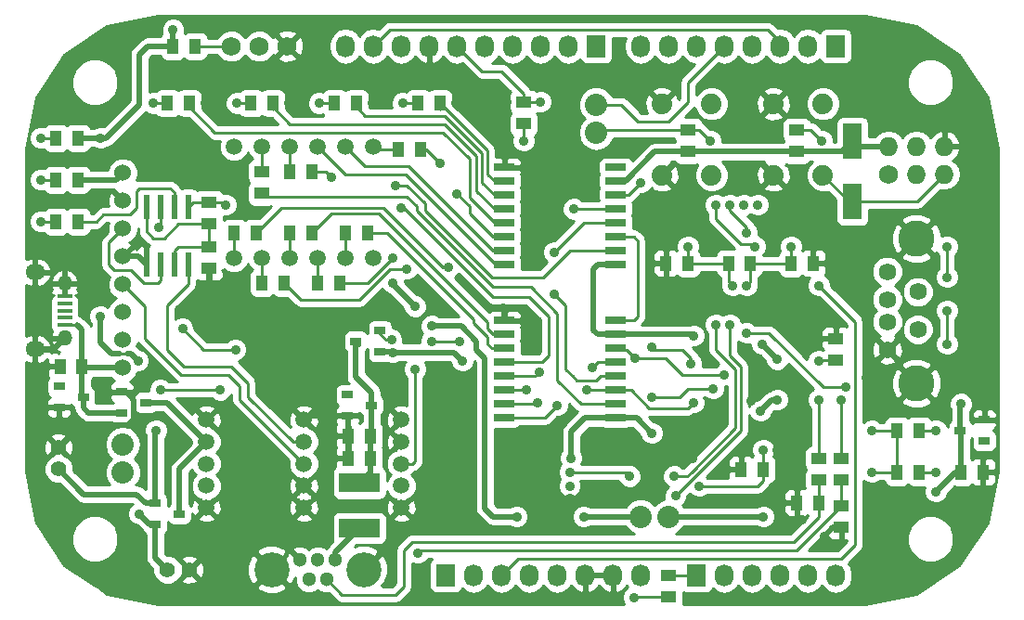
<source format=gbl>
G04 #@! TF.FileFunction,Copper,L2,Bot,Signal*
%FSLAX46Y46*%
G04 Gerber Fmt 4.6, Leading zero omitted, Abs format (unit mm)*
G04 Created by KiCad (PCBNEW (2015-06-26 BZR 5832)-product) date Samstag, 01. August 2015 00:29:41*
%MOMM*%
G01*
G04 APERTURE LIST*
%ADD10C,0.150000*%
%ADD11O,1.300000X1.450000*%
%ADD12R,1.350000X0.400000*%
%ADD13O,1.800000X1.400000*%
%ADD14R,1.000760X0.800100*%
%ADD15R,1.099820X1.399540*%
%ADD16R,1.399540X1.099820*%
%ADD17C,3.302000*%
%ADD18C,1.587500*%
%ADD19C,1.300000*%
%ADD20C,3.200000*%
%ADD21R,3.700780X1.800860*%
%ADD22R,0.609600X2.207260*%
%ADD23C,1.727200*%
%ADD24C,2.032000*%
%ADD25O,2.032000X2.032000*%
%ADD26C,1.422400*%
%ADD27O,1.727200X1.727200*%
%ADD28R,1.727200X2.032000*%
%ADD29O,1.727200X2.032000*%
%ADD30C,1.524000*%
%ADD31C,1.500000*%
%ADD32C,1.879600*%
%ADD33R,1.699260X3.299460*%
%ADD34R,1.905000X0.635000*%
%ADD35C,0.889000*%
%ADD36C,0.508000*%
%ADD37C,0.254000*%
G04 APERTURE END LIST*
D10*
D11*
X101379000Y-93258000D03*
X101379000Y-98258000D03*
D12*
X101379000Y-95758000D03*
X101379000Y-95108000D03*
X101379000Y-94458000D03*
X101379000Y-96408000D03*
X101379000Y-97058000D03*
D13*
X98679000Y-92258000D03*
X98679000Y-99258000D03*
D14*
X108795820Y-104140000D03*
X106596180Y-103187500D03*
X106596180Y-105092500D03*
X111843820Y-114300000D03*
X109644180Y-113347500D03*
X109644180Y-115252500D03*
D15*
X102979220Y-100838000D03*
X100982780Y-100838000D03*
X183151780Y-110490000D03*
X185148220Y-110490000D03*
X167657780Y-91440000D03*
X169654220Y-91440000D03*
X158224220Y-91440000D03*
X156227780Y-91440000D03*
X129268220Y-109220000D03*
X127271780Y-109220000D03*
X129268220Y-107188000D03*
X127271780Y-107188000D03*
D16*
X171704000Y-100312220D03*
X171704000Y-98315780D03*
D15*
X165082220Y-110236000D03*
X163085780Y-110236000D03*
D17*
X179070000Y-89154000D03*
X179070000Y-102362000D03*
D18*
X179197000Y-94043500D03*
X179197000Y-97472500D03*
X176403000Y-94742000D03*
X176403000Y-92202000D03*
X176403000Y-96774000D03*
X176403000Y-99314000D03*
D19*
X126060000Y-118480000D03*
X125260000Y-120280000D03*
X124460000Y-118480000D03*
X123660000Y-120280000D03*
X122860000Y-118480000D03*
D20*
X120260000Y-119380000D03*
X128660000Y-119380000D03*
D14*
X103080820Y-103632000D03*
X100881180Y-102679500D03*
X100881180Y-104584500D03*
X183050180Y-106680000D03*
X185249820Y-107632500D03*
X185249820Y-105727500D03*
X129369820Y-104394000D03*
X127170180Y-103441500D03*
X127170180Y-105346500D03*
D21*
X128270000Y-115587780D03*
X128270000Y-111488220D03*
D22*
X112649000Y-91516200D03*
X111379000Y-91516200D03*
X110109000Y-91516200D03*
X108839000Y-91516200D03*
X108839000Y-86283800D03*
X110109000Y-86283800D03*
X111379000Y-86283800D03*
X112649000Y-86283800D03*
D23*
X121666000Y-71628000D03*
X119126000Y-71628000D03*
X116586000Y-71628000D03*
D24*
X153924000Y-114554000D03*
D25*
X156464000Y-114554000D03*
D24*
X106680000Y-110490000D03*
D25*
X106680000Y-107950000D03*
D24*
X149860000Y-76962000D03*
D25*
X149860000Y-79502000D03*
D26*
X112758220Y-119380000D03*
X110761780Y-119380000D03*
D23*
X176530000Y-83312000D03*
D27*
X176530000Y-80772000D03*
X179070000Y-83312000D03*
X179070000Y-80772000D03*
X181610000Y-83312000D03*
X181610000Y-80772000D03*
D28*
X149860000Y-71628000D03*
D29*
X147320000Y-71628000D03*
X144780000Y-71628000D03*
X142240000Y-71628000D03*
X139700000Y-71628000D03*
X137160000Y-71628000D03*
X134620000Y-71628000D03*
X132080000Y-71628000D03*
X129540000Y-71628000D03*
X127000000Y-71628000D03*
D28*
X171704000Y-71628000D03*
D29*
X169164000Y-71628000D03*
X166624000Y-71628000D03*
X164084000Y-71628000D03*
X161544000Y-71628000D03*
X159004000Y-71628000D03*
X156464000Y-71628000D03*
X153924000Y-71628000D03*
D28*
X136144000Y-119888000D03*
D29*
X138684000Y-119888000D03*
X141224000Y-119888000D03*
X143764000Y-119888000D03*
X146304000Y-119888000D03*
X148844000Y-119888000D03*
X151384000Y-119888000D03*
X153924000Y-119888000D03*
D28*
X159004000Y-119888000D03*
D29*
X161544000Y-119888000D03*
X164084000Y-119888000D03*
X166624000Y-119888000D03*
X169164000Y-119888000D03*
X171704000Y-119888000D03*
D30*
X106680000Y-100965000D03*
X106680000Y-98425000D03*
X106680000Y-95885000D03*
X106680000Y-93345000D03*
X106680000Y-90805000D03*
X106680000Y-88265000D03*
X106680000Y-85725000D03*
X106680000Y-83185000D03*
D14*
X127932180Y-98552000D03*
X130131820Y-99504500D03*
X130131820Y-97599500D03*
D16*
X114554000Y-87866220D03*
X114554000Y-85869780D03*
X114554000Y-91930220D03*
X114554000Y-89933780D03*
D15*
X111269780Y-71628000D03*
X113266220Y-71628000D03*
X100601780Y-87630000D03*
X102598220Y-87630000D03*
X100601780Y-83820000D03*
X102598220Y-83820000D03*
X112758220Y-76835000D03*
X110761780Y-76835000D03*
X120378220Y-76835000D03*
X118381780Y-76835000D03*
X127998220Y-76835000D03*
X126001780Y-76835000D03*
X135618220Y-76835000D03*
X133621780Y-76835000D03*
D16*
X119380000Y-83075780D03*
X119380000Y-85072220D03*
D15*
X131843780Y-81026000D03*
X133840220Y-81026000D03*
X124477780Y-93218000D03*
X126474220Y-93218000D03*
X119397780Y-93218000D03*
X121394220Y-93218000D03*
X116857780Y-88646000D03*
X118854220Y-88646000D03*
X121937780Y-83058000D03*
X123934220Y-83058000D03*
X127017780Y-88646000D03*
X129014220Y-88646000D03*
X121937780Y-88646000D03*
X123934220Y-88646000D03*
X161942780Y-91440000D03*
X163939220Y-91440000D03*
D16*
X168148000Y-81262220D03*
X168148000Y-79265780D03*
X170180000Y-111234220D03*
X170180000Y-109237780D03*
X172212000Y-109237780D03*
X172212000Y-111234220D03*
D15*
X179306220Y-106680000D03*
X177309780Y-106680000D03*
X179306220Y-110490000D03*
X177309780Y-110490000D03*
X100601780Y-80010000D03*
X102598220Y-80010000D03*
D16*
X143256000Y-78722220D03*
X143256000Y-76725780D03*
X158242000Y-81262220D03*
X158242000Y-79265780D03*
D31*
X114300000Y-109728000D03*
X114300000Y-111728000D03*
X114300000Y-113728000D03*
X114300000Y-107728000D03*
X114300000Y-105728000D03*
X123190000Y-109728000D03*
X123190000Y-111728000D03*
X123190000Y-113728000D03*
X123190000Y-107728000D03*
X123190000Y-105728000D03*
X132080000Y-109728000D03*
X132080000Y-107728000D03*
X132080000Y-105728000D03*
X132080000Y-111728000D03*
X132080000Y-113728000D03*
D32*
X166014400Y-83388200D03*
X166014400Y-76885800D03*
X170535600Y-83388200D03*
X170535600Y-76885800D03*
X155854400Y-83388200D03*
X155854400Y-76885800D03*
X160375600Y-83388200D03*
X160375600Y-76885800D03*
D31*
X121920000Y-90932000D03*
X119380000Y-90932000D03*
X116840000Y-90932000D03*
X124460000Y-90932000D03*
X127000000Y-90932000D03*
X129540000Y-90932000D03*
X129540000Y-80772000D03*
X127000000Y-80772000D03*
X124460000Y-80772000D03*
X121920000Y-80772000D03*
X119380000Y-80772000D03*
X116840000Y-80772000D03*
D16*
X172212000Y-113555780D03*
X172212000Y-115552220D03*
D15*
X170162220Y-113284000D03*
X168165780Y-113284000D03*
D33*
X173228000Y-85808820D03*
X173228000Y-80307180D03*
D26*
X100838000Y-108221780D03*
X100838000Y-110218220D03*
D16*
X156464000Y-119905780D03*
X156464000Y-121902220D03*
D34*
X141478000Y-105537000D03*
X141478000Y-104267000D03*
X141478000Y-102997000D03*
X141478000Y-101727000D03*
X141478000Y-100457000D03*
X141478000Y-99187000D03*
X141478000Y-97917000D03*
X141478000Y-96647000D03*
X151638000Y-96647000D03*
X151638000Y-97917000D03*
X151638000Y-99187000D03*
X151638000Y-100457000D03*
X151638000Y-101727000D03*
X151638000Y-102997000D03*
X151638000Y-104267000D03*
X151638000Y-105537000D03*
X141478000Y-91567000D03*
X141478000Y-90297000D03*
X141478000Y-89027000D03*
X141478000Y-87757000D03*
X141478000Y-86487000D03*
X141478000Y-85217000D03*
X141478000Y-83947000D03*
X141478000Y-82677000D03*
X151638000Y-82677000D03*
X151638000Y-83947000D03*
X151638000Y-85217000D03*
X151638000Y-86487000D03*
X151638000Y-87757000D03*
X151638000Y-89027000D03*
X151638000Y-90297000D03*
X151638000Y-91567000D03*
D35*
X147447000Y-112903000D03*
X151384000Y-113284000D03*
X138430000Y-103378000D03*
X141351000Y-95504000D03*
X158623000Y-109220000D03*
X163957000Y-104013000D03*
X161544000Y-104013000D03*
X166370000Y-102362000D03*
X141732000Y-76708000D03*
X137033000Y-76835000D03*
X129413000Y-76835000D03*
X121793000Y-76835000D03*
X114173000Y-76835000D03*
X166370000Y-108458000D03*
X165227000Y-93218000D03*
X156845000Y-95758000D03*
X122301000Y-99441000D03*
X138412220Y-108966000D03*
X170688000Y-116332000D03*
X114554000Y-97790000D03*
X174498000Y-101854000D03*
X168656000Y-114808000D03*
X183134000Y-104267000D03*
X180848000Y-112268000D03*
X165100000Y-114554000D03*
X163576000Y-93472000D03*
X167640000Y-89916000D03*
X111269780Y-70121780D03*
X147574000Y-109220000D03*
X147447000Y-111760000D03*
X154940000Y-106934000D03*
X158750000Y-98044000D03*
X137668000Y-100330000D03*
X166370000Y-100203000D03*
X164973000Y-98806000D03*
X104648000Y-96266000D03*
X108077000Y-100330000D03*
X104648000Y-80010000D03*
X175006000Y-110490000D03*
X175006000Y-106680000D03*
X166370000Y-103886000D03*
X164846000Y-104902000D03*
X131318000Y-99568000D03*
X162306000Y-93472000D03*
X158242000Y-89916000D03*
X170180000Y-100330000D03*
X159258000Y-111760000D03*
X165100000Y-108458000D03*
X181864000Y-92710000D03*
X181864000Y-89916000D03*
X133604000Y-117856000D03*
X99187000Y-87630000D03*
X109728000Y-106680000D03*
X108204000Y-114300000D03*
X99187000Y-83820000D03*
X109474000Y-76835000D03*
X117094000Y-76835000D03*
X124587000Y-76835000D03*
X132207000Y-76835000D03*
X170180000Y-93472000D03*
X170434000Y-80264000D03*
X180848000Y-106680000D03*
X180848000Y-110490000D03*
X172593000Y-102743000D03*
X163576000Y-97790000D03*
X99187000Y-80010000D03*
X143256000Y-80264000D03*
X109982000Y-88138000D03*
X116078000Y-86106000D03*
X112141000Y-97409000D03*
X116967000Y-99314000D03*
X115570000Y-102997000D03*
X110109000Y-102997000D03*
X131191000Y-98425000D03*
X146050000Y-94234000D03*
X146050000Y-90424000D03*
X148717000Y-114554000D03*
X160274000Y-80264000D03*
X163322000Y-86106000D03*
X164592000Y-86106000D03*
X147447000Y-110490000D03*
X160782000Y-97028000D03*
X152908000Y-110871000D03*
X156972000Y-110871000D03*
X162052000Y-86106000D03*
X163576000Y-88646000D03*
X157099000Y-112649000D03*
X162052000Y-97028000D03*
X164338000Y-89916000D03*
X160782000Y-86106000D03*
X144780000Y-76708000D03*
X158496000Y-100584000D03*
X154940000Y-99060000D03*
X134874000Y-97155000D03*
X142621000Y-114554000D03*
X131318000Y-93218000D03*
X133350000Y-95377000D03*
X137414000Y-98552000D03*
X134874000Y-98552000D03*
X133350000Y-101092000D03*
X181864000Y-98806000D03*
X181864000Y-95758000D03*
X135636000Y-82296000D03*
X146304000Y-104394000D03*
X131318000Y-90932000D03*
X144526000Y-104140000D03*
X143510000Y-102997000D03*
X132588000Y-91948000D03*
X144653000Y-101346000D03*
X136398000Y-91821000D03*
X132080000Y-86360000D03*
X125730000Y-83566000D03*
X170180000Y-103886000D03*
X172212000Y-103886000D03*
X137160000Y-85090000D03*
X131572000Y-84328000D03*
X153289000Y-121920000D03*
X154940000Y-103632000D03*
X149479000Y-100965000D03*
X160528000Y-102870000D03*
X147828000Y-86487000D03*
X148971000Y-102997000D03*
X158750000Y-104140000D03*
X153416000Y-100076000D03*
X153924000Y-84074000D03*
X161544000Y-101600000D03*
D36*
X106680000Y-100965000D02*
X103106220Y-100965000D01*
X103106220Y-100965000D02*
X102979220Y-100838000D01*
X106596180Y-105092500D02*
X103568500Y-105092500D01*
X103080820Y-104604820D02*
X103080820Y-103632000D01*
X103568500Y-105092500D02*
X103080820Y-104604820D01*
X106553000Y-100838000D02*
X106680000Y-100965000D01*
X102979220Y-100838000D02*
X102979220Y-97518220D01*
D37*
X102519000Y-97058000D02*
X102979220Y-97518220D01*
D36*
X102979220Y-97518220D02*
X102519000Y-97058000D01*
D37*
X101379000Y-97058000D02*
X102519000Y-97058000D01*
D36*
X102979220Y-100838000D02*
X102979220Y-103530400D01*
X102979220Y-103530400D02*
X103080820Y-103632000D01*
D37*
X106553000Y-100838000D02*
X106680000Y-100965000D01*
X102979220Y-103530400D02*
X103080820Y-103632000D01*
X102979220Y-103530400D02*
X103080820Y-103632000D01*
D36*
X147447000Y-112903000D02*
X151003000Y-112903000D01*
X151003000Y-112903000D02*
X151384000Y-113284000D01*
X141478000Y-95631000D02*
X141478000Y-96647000D01*
X141351000Y-95504000D02*
X141478000Y-95631000D01*
X98679000Y-99258000D02*
X100379000Y-99258000D01*
X100379000Y-99258000D02*
X101379000Y-98258000D01*
X101379000Y-93258000D02*
X101379000Y-94175600D01*
D37*
X101379000Y-94458000D02*
X101379000Y-94175600D01*
D36*
X161544000Y-104013000D02*
X161163000Y-104013000D01*
X165608000Y-102362000D02*
X163957000Y-104013000D01*
X166370000Y-102362000D02*
X165608000Y-102362000D01*
X158623000Y-106553000D02*
X158623000Y-109220000D01*
X161163000Y-104013000D02*
X158623000Y-106553000D01*
X172212000Y-115552220D02*
X171467780Y-115552220D01*
X171467780Y-115552220D02*
X170688000Y-116332000D01*
X106596180Y-103187500D02*
X106997500Y-103187500D01*
X106997500Y-103187500D02*
X107696000Y-103886000D01*
X107696000Y-103886000D02*
X107696000Y-105664000D01*
X107696000Y-105664000D02*
X107188000Y-106172000D01*
X107188000Y-106172000D02*
X102887780Y-106172000D01*
X102887780Y-106172000D02*
X100838000Y-108221780D01*
X127170180Y-105346500D02*
X123571500Y-105346500D01*
X123571500Y-105346500D02*
X123190000Y-105728000D01*
X106680000Y-90805000D02*
X108127800Y-90805000D01*
X108127800Y-90805000D02*
X108839000Y-91516200D01*
X114554000Y-91930220D02*
X114554000Y-97790000D01*
X127271780Y-107188000D02*
X127271780Y-105448100D01*
X127271780Y-105448100D02*
X127170180Y-105346500D01*
X127271780Y-109220000D02*
X127271780Y-107188000D01*
D37*
X106596180Y-103187500D02*
X106743500Y-103187500D01*
X168165780Y-114317780D02*
X168656000Y-114808000D01*
X168165780Y-114317780D02*
X168165780Y-113284000D01*
X127271780Y-109220000D02*
X126968000Y-109220000D01*
X127271780Y-105448100D02*
X127170180Y-105346500D01*
D36*
X183050180Y-104350820D02*
X183050180Y-106680000D01*
X183134000Y-104267000D02*
X183050180Y-104350820D01*
X183151780Y-110490000D02*
X183151780Y-106781600D01*
X183151780Y-106781600D02*
X183050180Y-106680000D01*
X180848000Y-112268000D02*
X182626000Y-110490000D01*
X182626000Y-110490000D02*
X183151780Y-110490000D01*
X156464000Y-114554000D02*
X165100000Y-114554000D01*
D37*
X182626000Y-110490000D02*
X183151780Y-110490000D01*
X183151780Y-106781600D02*
X183050180Y-106680000D01*
X163939220Y-91440000D02*
X163939220Y-93108780D01*
X163939220Y-93108780D02*
X163576000Y-93472000D01*
X163939220Y-91440000D02*
X167657780Y-91440000D01*
X167657780Y-91440000D02*
X167657780Y-89933780D01*
X167657780Y-89933780D02*
X167640000Y-89916000D01*
D36*
X176530000Y-80772000D02*
X173692820Y-80772000D01*
X173692820Y-80772000D02*
X173228000Y-80307180D01*
X168148000Y-81262220D02*
X172272960Y-81262220D01*
X172272960Y-81262220D02*
X173228000Y-80307180D01*
X151638000Y-105537000D02*
X148844000Y-105537000D01*
X147574000Y-106807000D02*
X147574000Y-109220000D01*
X148844000Y-105537000D02*
X147574000Y-106807000D01*
X154940000Y-106934000D02*
X153543000Y-105537000D01*
X153543000Y-105537000D02*
X151638000Y-105537000D01*
X151638000Y-97917000D02*
X158623000Y-97917000D01*
X158623000Y-97917000D02*
X158750000Y-98044000D01*
X151638000Y-91567000D02*
X149987000Y-91567000D01*
X149987000Y-97917000D02*
X151638000Y-97917000D01*
X149606000Y-97536000D02*
X149987000Y-97917000D01*
X149606000Y-91948000D02*
X149606000Y-97536000D01*
X149987000Y-91567000D02*
X149606000Y-91948000D01*
X151638000Y-83947000D02*
X152527000Y-83947000D01*
X152527000Y-83947000D02*
X155211780Y-81262220D01*
X158242000Y-81262220D02*
X155211780Y-81262220D01*
X131318000Y-99568000D02*
X136906000Y-99568000D01*
X136906000Y-99568000D02*
X137668000Y-100330000D01*
X130131820Y-99504500D02*
X131254500Y-99504500D01*
X131254500Y-99504500D02*
X131318000Y-99568000D01*
X168148000Y-81262220D02*
X158242000Y-81262220D01*
X172780960Y-81262220D02*
X173228000Y-80815180D01*
X173271180Y-80772000D02*
X173228000Y-80815180D01*
X111269780Y-71628000D02*
X111269780Y-70121780D01*
X111269780Y-70121780D02*
X111252000Y-70104000D01*
D37*
X111252000Y-70104000D02*
X111269780Y-70121780D01*
D36*
X104648000Y-80010000D02*
X105156000Y-80010000D01*
X105156000Y-80010000D02*
X108204000Y-76962000D01*
X108204000Y-76962000D02*
X108204000Y-72390000D01*
X108204000Y-72390000D02*
X108966000Y-71628000D01*
X108966000Y-71628000D02*
X111269780Y-71628000D01*
X104648000Y-80010000D02*
X102598220Y-80010000D01*
X166370000Y-100203000D02*
X164973000Y-98806000D01*
X164846000Y-104902000D02*
X165862000Y-103886000D01*
X165862000Y-103886000D02*
X166370000Y-103886000D01*
X108077000Y-100330000D02*
X107442000Y-99695000D01*
X104648000Y-98679000D02*
X105664000Y-99695000D01*
X104648000Y-96266000D02*
X104648000Y-98679000D01*
D37*
X106426000Y-99695000D02*
X107061000Y-99695000D01*
D36*
X105664000Y-99695000D02*
X106426000Y-99695000D01*
X107442000Y-99695000D02*
X107061000Y-99695000D01*
D37*
X177309780Y-110490000D02*
X175006000Y-110490000D01*
X177309780Y-106680000D02*
X175006000Y-106680000D01*
X177309780Y-106680000D02*
X177309780Y-110490000D01*
X173271180Y-80772000D02*
X173228000Y-80815180D01*
X172780960Y-81262220D02*
X173228000Y-80815180D01*
X131254500Y-99504500D02*
X131318000Y-99568000D01*
X168148000Y-81262220D02*
X168673780Y-81262220D01*
X158242000Y-81262220D02*
X158767780Y-81262220D01*
X161942780Y-91440000D02*
X161942780Y-93108780D01*
X161942780Y-93108780D02*
X162306000Y-93472000D01*
X161942780Y-91440000D02*
X158224220Y-91440000D01*
X158224220Y-91440000D02*
X158224220Y-89933780D01*
X158224220Y-89933780D02*
X158242000Y-89916000D01*
D36*
X129268220Y-109220000D02*
X129268220Y-110490000D01*
X129268220Y-110490000D02*
X128270000Y-111488220D01*
X129268220Y-107188000D02*
X129268220Y-109220000D01*
X129369820Y-104394000D02*
X129369820Y-107086400D01*
X129369820Y-107086400D02*
X129268220Y-107188000D01*
X127932180Y-98552000D02*
X127932180Y-101770180D01*
X127932180Y-101770180D02*
X129369820Y-103207820D01*
X129369820Y-103207820D02*
X129369820Y-104394000D01*
D37*
X129268220Y-104495600D02*
X129369820Y-104394000D01*
X128270000Y-111488220D02*
X128270000Y-111252000D01*
X128270000Y-98889820D02*
X127932180Y-98552000D01*
X170197780Y-100312220D02*
X171704000Y-100312220D01*
X170180000Y-100330000D02*
X170197780Y-100312220D01*
X159258000Y-111760000D02*
X164592000Y-111760000D01*
X164592000Y-111760000D02*
X165082220Y-111269780D01*
X165082220Y-110236000D02*
X165082220Y-111269780D01*
X165100000Y-110218220D02*
X165100000Y-108458000D01*
X165100000Y-110218220D02*
X165082220Y-110236000D01*
X165354000Y-109710220D02*
X164828220Y-110236000D01*
X165100000Y-109964220D02*
X164828220Y-110236000D01*
X181864000Y-89916000D02*
X181864000Y-92710000D01*
D36*
X126060000Y-118480000D02*
X126060000Y-117797780D01*
X126060000Y-117797780D02*
X128270000Y-115587780D01*
D37*
X170162220Y-113284000D02*
X170162220Y-114571780D01*
X126646000Y-121666000D02*
X125260000Y-120280000D01*
X131572000Y-121666000D02*
X126646000Y-121666000D01*
X132334000Y-120904000D02*
X131572000Y-121666000D01*
X132334000Y-117602000D02*
X132334000Y-120904000D01*
X133096000Y-116840000D02*
X132334000Y-117602000D01*
X167894000Y-116840000D02*
X133096000Y-116840000D01*
X170162220Y-114571780D02*
X167894000Y-116840000D01*
X170180000Y-111234220D02*
X170180000Y-113266220D01*
X170180000Y-113266220D02*
X170162220Y-113284000D01*
X172212000Y-113555780D02*
X172194220Y-113555780D01*
X172194220Y-113555780D02*
X168148000Y-117602000D01*
X168148000Y-117602000D02*
X133858000Y-117602000D01*
X133858000Y-117602000D02*
X133604000Y-117856000D01*
X172212000Y-111234220D02*
X172212000Y-113555780D01*
X99187000Y-87630000D02*
X100601780Y-87630000D01*
D36*
X111843820Y-114300000D02*
X111843820Y-110184180D01*
X111843820Y-110184180D02*
X114300000Y-107728000D01*
X108795820Y-104140000D02*
X110712000Y-104140000D01*
X110712000Y-104140000D02*
X114300000Y-107728000D01*
X109644180Y-113347500D02*
X109644180Y-106763820D01*
X109644180Y-106763820D02*
X109728000Y-106680000D01*
X100838000Y-110218220D02*
X103141780Y-112522000D01*
X103141780Y-112522000D02*
X107950000Y-112522000D01*
X107950000Y-112522000D02*
X108775500Y-113347500D01*
X108775500Y-113347500D02*
X109644180Y-113347500D01*
D37*
X109728000Y-106680000D02*
X109644180Y-106763820D01*
D36*
X107950000Y-112522000D02*
X103141780Y-112522000D01*
X109156500Y-115252500D02*
X108204000Y-114300000D01*
X109644180Y-115252500D02*
X109156500Y-115252500D01*
X110761780Y-119380000D02*
X110744000Y-119380000D01*
X110744000Y-119380000D02*
X109644180Y-118280180D01*
X109644180Y-118280180D02*
X109644180Y-115252500D01*
D37*
X100601780Y-83820000D02*
X99187000Y-83820000D01*
X109474000Y-76835000D02*
X110761780Y-76835000D01*
X118381780Y-76835000D02*
X117094000Y-76835000D01*
X124587000Y-76835000D02*
X126001780Y-76835000D01*
X133621780Y-76835000D02*
X132207000Y-76835000D01*
X173228000Y-85808820D02*
X172956220Y-85808820D01*
X172956220Y-85808820D02*
X170535600Y-83388200D01*
X173228000Y-85808820D02*
X179113180Y-85808820D01*
X179113180Y-85808820D02*
X181610000Y-83312000D01*
X172212000Y-118364000D02*
X142748000Y-118364000D01*
X141224000Y-119888000D02*
X142748000Y-118364000D01*
X173482000Y-117094000D02*
X172212000Y-118364000D01*
X173482000Y-96774000D02*
X173482000Y-117094000D01*
X173482000Y-96774000D02*
X170180000Y-93472000D01*
X170434000Y-80264000D02*
X169418000Y-79248000D01*
X169418000Y-79248000D02*
X168165780Y-79248000D01*
X168165780Y-79248000D02*
X168148000Y-79265780D01*
X173271180Y-86360000D02*
X173228000Y-86316820D01*
X173228000Y-86316820D02*
X173228000Y-86080600D01*
X179306220Y-106680000D02*
X180848000Y-106680000D01*
X180848000Y-110490000D02*
X179306220Y-110490000D01*
X172593000Y-102743000D02*
X170561000Y-102743000D01*
X165608000Y-97790000D02*
X163576000Y-97790000D01*
X170561000Y-102743000D02*
X165608000Y-97790000D01*
X100601780Y-80010000D02*
X99187000Y-80010000D01*
X143256000Y-80264000D02*
X143256000Y-78722220D01*
X123190000Y-107728000D02*
X122206000Y-107728000D01*
X112649000Y-93345000D02*
X112649000Y-91516200D01*
X110744000Y-95250000D02*
X112649000Y-93345000D01*
X110744000Y-99314000D02*
X110744000Y-95250000D01*
X112268000Y-100838000D02*
X110744000Y-99314000D01*
X116586000Y-100838000D02*
X112268000Y-100838000D01*
X118110000Y-102362000D02*
X116586000Y-100838000D01*
X118110000Y-103632000D02*
X118110000Y-102362000D01*
X122206000Y-107728000D02*
X118110000Y-103632000D01*
X108839000Y-86283800D02*
X108839000Y-88519000D01*
X111777780Y-87866220D02*
X114554000Y-87866220D01*
X110490000Y-89154000D02*
X111777780Y-87866220D01*
X109474000Y-89154000D02*
X110490000Y-89154000D01*
X108839000Y-88519000D02*
X109474000Y-89154000D01*
X114554000Y-89933780D02*
X114554000Y-87866220D01*
X111379000Y-91516200D02*
X111379000Y-90297000D01*
X111742220Y-89933780D02*
X114554000Y-89933780D01*
X111379000Y-90297000D02*
X111742220Y-89933780D01*
X110109000Y-86283800D02*
X110109000Y-88011000D01*
X110109000Y-88011000D02*
X109982000Y-88138000D01*
X110109000Y-91516200D02*
X110109000Y-92964000D01*
X105410000Y-89535000D02*
X106680000Y-88265000D01*
X105410000Y-91567000D02*
X105410000Y-89535000D01*
X105918000Y-92075000D02*
X105410000Y-91567000D01*
X107442000Y-92075000D02*
X105918000Y-92075000D01*
X108585000Y-93218000D02*
X107442000Y-92075000D01*
X109855000Y-93218000D02*
X108585000Y-93218000D01*
X110109000Y-92964000D02*
X109855000Y-93218000D01*
X106680000Y-88265000D02*
X106807000Y-88265000D01*
X111379000Y-86283800D02*
X111379000Y-84963000D01*
X104267000Y-87630000D02*
X102598220Y-87630000D01*
X104902000Y-86995000D02*
X104267000Y-87630000D01*
X107315000Y-86995000D02*
X104902000Y-86995000D01*
X107950000Y-86360000D02*
X107315000Y-86995000D01*
X107950000Y-84836000D02*
X107950000Y-86360000D01*
X108204000Y-84582000D02*
X107950000Y-84836000D01*
X110998000Y-84582000D02*
X108204000Y-84582000D01*
X111379000Y-84963000D02*
X110998000Y-84582000D01*
X114554000Y-85869780D02*
X115841780Y-85869780D01*
X115841780Y-85869780D02*
X116078000Y-86106000D01*
X114554000Y-85869780D02*
X113063020Y-85869780D01*
X113063020Y-85869780D02*
X112649000Y-86283800D01*
X112141000Y-97409000D02*
X114046000Y-99314000D01*
X116967000Y-99314000D02*
X114046000Y-99314000D01*
X110109000Y-102997000D02*
X115570000Y-102997000D01*
X130683000Y-98425000D02*
X130131820Y-97873820D01*
X131191000Y-98425000D02*
X130683000Y-98425000D01*
X130131820Y-97873820D02*
X130131820Y-97599500D01*
X151638000Y-101727000D02*
X150241000Y-101727000D01*
X147701000Y-101727000D02*
X147066000Y-101092000D01*
X147066000Y-101092000D02*
X147066000Y-100330000D01*
X147066000Y-95250000D02*
X146050000Y-94234000D01*
X147066000Y-100330000D02*
X147066000Y-95250000D01*
X148082000Y-102108000D02*
X147701000Y-101727000D01*
X149860000Y-102108000D02*
X148082000Y-102108000D01*
X150241000Y-101727000D02*
X149860000Y-102108000D01*
X149606000Y-87757000D02*
X151638000Y-87757000D01*
X146050000Y-90424000D02*
X148717000Y-87757000D01*
X148717000Y-87757000D02*
X149606000Y-87757000D01*
X149606000Y-87757000D02*
X149631400Y-87757000D01*
X113266220Y-71628000D02*
X116586000Y-71628000D01*
D36*
X153924000Y-114554000D02*
X148717000Y-114554000D01*
D37*
X149860000Y-76962000D02*
X152146000Y-76962000D01*
X152146000Y-76962000D02*
X153670000Y-78486000D01*
X153670000Y-78486000D02*
X156464000Y-78486000D01*
X156464000Y-78486000D02*
X158242000Y-76708000D01*
X158242000Y-76708000D02*
X158242000Y-74930000D01*
X158242000Y-74930000D02*
X161544000Y-71628000D01*
X158242000Y-79265780D02*
X150096220Y-79265780D01*
X150096220Y-79265780D02*
X149860000Y-79502000D01*
X150350220Y-79265780D02*
X150114000Y-79502000D01*
X158242000Y-79265780D02*
X159275780Y-79265780D01*
X159275780Y-79265780D02*
X160274000Y-80264000D01*
X158539576Y-110490000D02*
X158136788Y-110892788D01*
X162560000Y-106172000D02*
X162560000Y-106469576D01*
X162560000Y-106469576D02*
X158539576Y-110490000D01*
X162560000Y-101092000D02*
X162560000Y-106172000D01*
X160782000Y-99314000D02*
X162560000Y-101092000D01*
X160782000Y-97028000D02*
X160782000Y-99314000D01*
X152527000Y-110490000D02*
X147447000Y-110490000D01*
X152908000Y-110871000D02*
X152527000Y-110490000D01*
X156993788Y-110892788D02*
X156972000Y-110871000D01*
X158136788Y-110892788D02*
X156993788Y-110892788D01*
X166624000Y-71628000D02*
X166624000Y-71247000D01*
X166624000Y-71247000D02*
X165481000Y-70104000D01*
X131064000Y-70104000D02*
X129540000Y-71628000D01*
X165481000Y-70104000D02*
X131064000Y-70104000D01*
X162052000Y-86614000D02*
X162052000Y-86106000D01*
X163576000Y-88138000D02*
X162052000Y-86614000D01*
X163576000Y-88646000D02*
X163576000Y-88138000D01*
X157226000Y-112522000D02*
X157099000Y-112649000D01*
X162052000Y-97028000D02*
X162052000Y-99865576D01*
X163068002Y-106679998D02*
X157226000Y-112522000D01*
X157226000Y-112522000D02*
X157225998Y-112522002D01*
X163068002Y-100881578D02*
X163068002Y-106679998D01*
X162052000Y-99865576D02*
X163068002Y-100881578D01*
X164338000Y-89916000D02*
X164084000Y-89662000D01*
X164084000Y-89662000D02*
X163068000Y-89662000D01*
X163068000Y-89662000D02*
X160782000Y-87376000D01*
X160782000Y-87376000D02*
X160782000Y-86106000D01*
X159004000Y-119888000D02*
X156481780Y-119888000D01*
X156481780Y-119888000D02*
X156464000Y-119905780D01*
X144780000Y-76708000D02*
X144762220Y-76725780D01*
X144762220Y-76725780D02*
X143256000Y-76725780D01*
X143256000Y-76725780D02*
X143256000Y-75946000D01*
X139446000Y-73914000D02*
X137160000Y-71628000D01*
X141224000Y-73914000D02*
X139446000Y-73914000D01*
X143256000Y-75946000D02*
X141224000Y-73914000D01*
X143256000Y-76725780D02*
X143256000Y-76708000D01*
X143781780Y-76725780D02*
X143256000Y-76725780D01*
X137160000Y-71628000D02*
X137160000Y-71645780D01*
X158496000Y-100584000D02*
X158496000Y-100076000D01*
X155194000Y-99314000D02*
X154940000Y-99060000D01*
X157734000Y-99314000D02*
X155194000Y-99314000D01*
X158496000Y-100076000D02*
X157734000Y-99314000D01*
X116332000Y-101600000D02*
X112014000Y-101600000D01*
X116332000Y-101600000D02*
X117348000Y-102616000D01*
X117348000Y-102616000D02*
X117348000Y-103886000D01*
X123190000Y-109728000D02*
X117348000Y-103886000D01*
X108712000Y-95377000D02*
X106680000Y-93345000D01*
X108712000Y-98298000D02*
X108712000Y-95377000D01*
X112014000Y-101600000D02*
X108712000Y-98298000D01*
X106680000Y-93345000D02*
X106680000Y-93472000D01*
X106680000Y-93345000D02*
X107061000Y-93345000D01*
D36*
X142621000Y-114554000D02*
X140462000Y-114554000D01*
X139700000Y-106172000D02*
X139700000Y-113792000D01*
X134874000Y-97155000D02*
X137287000Y-97155000D01*
X137287000Y-97155000D02*
X137541000Y-97155000D01*
X137541000Y-97155000D02*
X138938000Y-98552000D01*
X138938000Y-98552000D02*
X138938000Y-99314000D01*
X138938000Y-99314000D02*
X139700000Y-100076000D01*
X139700000Y-100076000D02*
X139700000Y-106172000D01*
X140462000Y-114554000D02*
X139700000Y-113792000D01*
X131318000Y-93218000D02*
X131318000Y-93345000D01*
X131318000Y-93345000D02*
X133350000Y-95377000D01*
X102598220Y-83820000D02*
X106045000Y-83820000D01*
X106045000Y-83820000D02*
X106680000Y-83185000D01*
D37*
X106045000Y-83820000D02*
X106680000Y-83185000D01*
X134874000Y-98552000D02*
X137414000Y-98552000D01*
X133350000Y-101092000D02*
X133350000Y-109474000D01*
X133096000Y-109728000D02*
X132080000Y-109728000D01*
X133350000Y-109474000D02*
X133096000Y-109728000D01*
X141478000Y-87757000D02*
X140589000Y-87757000D01*
X140589000Y-87757000D02*
X138303000Y-85471000D01*
X138303000Y-85471000D02*
X138303000Y-81915000D01*
X138303000Y-81915000D02*
X135890000Y-79502000D01*
X135890000Y-79502000D02*
X134620000Y-79502000D01*
X112758220Y-76835000D02*
X112758220Y-77198220D01*
X112758220Y-77198220D02*
X115062000Y-79502000D01*
X115062000Y-79502000D02*
X134620000Y-79502000D01*
X141478000Y-86487000D02*
X140589000Y-86487000D01*
X140589000Y-86487000D02*
X138937996Y-84835996D01*
X138937996Y-84835996D02*
X138937996Y-81660996D01*
X138937996Y-81660996D02*
X136017000Y-78740000D01*
X136017000Y-78740000D02*
X134874000Y-78740000D01*
X120378220Y-76835000D02*
X120378220Y-77198220D01*
X120378220Y-77198220D02*
X121920000Y-78740000D01*
X121920000Y-78740000D02*
X134874000Y-78740000D01*
X120378220Y-76835000D02*
X120378220Y-77452220D01*
X141478000Y-85217000D02*
X140589000Y-85217000D01*
X140589000Y-85217000D02*
X139445998Y-84073998D01*
X139445998Y-84073998D02*
X139445998Y-81406998D01*
X139445998Y-81406998D02*
X136017000Y-77978000D01*
X136017000Y-77978000D02*
X135128000Y-77978000D01*
X127998220Y-76835000D02*
X127998220Y-77198220D01*
X127998220Y-77198220D02*
X128778000Y-77978000D01*
X128778000Y-77978000D02*
X135128000Y-77978000D01*
X141478000Y-83947000D02*
X140589000Y-83947000D01*
X140589000Y-83947000D02*
X139954000Y-83312000D01*
X139954000Y-83312000D02*
X139954000Y-81170780D01*
X139954000Y-81170780D02*
X135618220Y-76835000D01*
X135618220Y-76835000D02*
X135618220Y-77452220D01*
X181864000Y-95758000D02*
X181864000Y-98806000D01*
X119380000Y-80772000D02*
X119380000Y-83075780D01*
X146304000Y-96012000D02*
X143891000Y-93599000D01*
X146304000Y-102108000D02*
X146304000Y-96012000D01*
X119651780Y-85344000D02*
X132588000Y-85344000D01*
X148463000Y-104267000D02*
X146304000Y-102108000D01*
X148463000Y-104267000D02*
X149606000Y-104267000D01*
X133477000Y-86233000D02*
X132588000Y-85344000D01*
X133477000Y-86614000D02*
X133477000Y-86233000D01*
X140462000Y-93599000D02*
X133477000Y-86614000D01*
X143891000Y-93599000D02*
X140462000Y-93599000D01*
X149606000Y-104267000D02*
X151638000Y-104267000D01*
X149631400Y-104267000D02*
X149606000Y-104267000D01*
X119651780Y-85344000D02*
X119380000Y-85072220D01*
X131843780Y-81026000D02*
X129794000Y-81026000D01*
X129794000Y-81026000D02*
X129540000Y-80772000D01*
X134366000Y-81026000D02*
X135636000Y-82296000D01*
X145161000Y-105537000D02*
X143510000Y-105537000D01*
X145161000Y-105537000D02*
X146304000Y-104394000D01*
X143510000Y-105537000D02*
X141478000Y-105537000D01*
X143510000Y-105537000D02*
X143484600Y-105537000D01*
X134366000Y-81026000D02*
X133840220Y-81026000D01*
X124477780Y-93218000D02*
X124477780Y-90949780D01*
X124477780Y-90949780D02*
X124460000Y-90932000D01*
X129032000Y-93218000D02*
X131318000Y-90932000D01*
X126474220Y-93218000D02*
X129032000Y-93218000D01*
X144399000Y-104267000D02*
X144526000Y-104140000D01*
X144399000Y-104267000D02*
X141478000Y-104267000D01*
X119397780Y-93218000D02*
X119397780Y-90949780D01*
X119397780Y-90949780D02*
X119380000Y-90932000D01*
X141478000Y-102997000D02*
X143510000Y-102997000D01*
X122936000Y-94742000D02*
X121412000Y-93218000D01*
X131064000Y-91948000D02*
X132588000Y-91948000D01*
X128270000Y-94742000D02*
X131064000Y-91948000D01*
X122936000Y-94742000D02*
X128270000Y-94742000D01*
X121394220Y-93218000D02*
X121412000Y-93218000D01*
X116840000Y-90932000D02*
X116840000Y-88663780D01*
X116840000Y-88663780D02*
X116857780Y-88646000D01*
X130429000Y-86360000D02*
X121140220Y-86360000D01*
X133223000Y-89154000D02*
X130429000Y-86360000D01*
X135890000Y-91821000D02*
X133223000Y-89154000D01*
X121140220Y-86360000D02*
X118854220Y-88646000D01*
X141478000Y-101727000D02*
X144272000Y-101727000D01*
X135890000Y-91821000D02*
X136398000Y-91821000D01*
X136398000Y-91821000D02*
X135890000Y-91821000D01*
X144272000Y-101727000D02*
X144653000Y-101346000D01*
X118854220Y-88646000D02*
X119126000Y-88646000D01*
X121920000Y-80772000D02*
X121920000Y-83040220D01*
X121920000Y-83040220D02*
X121937780Y-83058000D01*
X145288000Y-96012000D02*
X145542000Y-96266000D01*
X144907000Y-100457000D02*
X145288000Y-100076000D01*
X145288000Y-96012000D02*
X143764000Y-94488000D01*
X143764000Y-94488000D02*
X140462000Y-94488000D01*
X140462000Y-94488000D02*
X132334000Y-86360000D01*
X132334000Y-86360000D02*
X132080000Y-86360000D01*
X125730000Y-83566000D02*
X125222000Y-83058000D01*
X123934220Y-83058000D02*
X125222000Y-83058000D01*
X144907000Y-100457000D02*
X143510000Y-100457000D01*
X145542000Y-99822000D02*
X145288000Y-100076000D01*
X145542000Y-96266000D02*
X145542000Y-99822000D01*
X143510000Y-100457000D02*
X141478000Y-100457000D01*
X143484600Y-100457000D02*
X143510000Y-100457000D01*
X127000000Y-90932000D02*
X127000000Y-88663780D01*
X127000000Y-88663780D02*
X127017780Y-88646000D01*
X138684000Y-96520000D02*
X138684000Y-96901000D01*
X138684000Y-96520000D02*
X130810000Y-88646000D01*
X129014220Y-88646000D02*
X130810000Y-88646000D01*
X140335000Y-99187000D02*
X141478000Y-99187000D01*
X139954000Y-98806000D02*
X140335000Y-99187000D01*
X139954000Y-98171000D02*
X139954000Y-98806000D01*
X138684000Y-96901000D02*
X139954000Y-98171000D01*
X121920000Y-90932000D02*
X121920000Y-88663780D01*
X121920000Y-88663780D02*
X121937780Y-88646000D01*
X141478000Y-97917000D02*
X140462000Y-97917000D01*
X125712218Y-86868002D02*
X123934220Y-88646000D01*
X130048002Y-86868002D02*
X125712218Y-86868002D01*
X139700000Y-96520000D02*
X130048002Y-86868002D01*
X139954000Y-96774000D02*
X139700000Y-96520000D01*
X139954000Y-97409000D02*
X139954000Y-96774000D01*
X140462000Y-97917000D02*
X139954000Y-97409000D01*
X123934220Y-88646000D02*
X123952000Y-88646000D01*
X170180000Y-103886000D02*
X170180000Y-109237780D01*
X172212000Y-103886000D02*
X172212000Y-109237780D01*
X141478000Y-89027000D02*
X140462000Y-89027000D01*
X138303000Y-86233000D02*
X137160000Y-85090000D01*
X138303000Y-86868000D02*
X138303000Y-86233000D01*
X140462000Y-89027000D02*
X138303000Y-86868000D01*
X141478000Y-90297000D02*
X140462000Y-90297000D01*
X128778000Y-82550000D02*
X127000000Y-80772000D01*
X132715000Y-82550000D02*
X128778000Y-82550000D01*
X140462000Y-90297000D02*
X132715000Y-82550000D01*
X141478000Y-91567000D02*
X140716000Y-91567000D01*
X140716000Y-91567000D02*
X132461000Y-83312000D01*
X132461000Y-83312000D02*
X127000000Y-83312000D01*
X127000000Y-83312000D02*
X124460000Y-80772000D01*
X151638000Y-90297000D02*
X147447000Y-90297000D01*
X131572000Y-84328000D02*
X132588000Y-84328000D01*
X134239000Y-85979000D02*
X132588000Y-84328000D01*
X134239000Y-86614000D02*
X134239000Y-85979000D01*
X140335000Y-92710000D02*
X134239000Y-86614000D01*
X145034000Y-92710000D02*
X140335000Y-92710000D01*
X147447000Y-90297000D02*
X145034000Y-92710000D01*
X151638000Y-96647000D02*
X153289000Y-96647000D01*
X153289000Y-89027000D02*
X151638000Y-89027000D01*
X153670000Y-89408000D02*
X153289000Y-89027000D01*
X153670000Y-96266000D02*
X153670000Y-89408000D01*
X153289000Y-96647000D02*
X153670000Y-96266000D01*
X153306780Y-121902220D02*
X156464000Y-121902220D01*
X153289000Y-121920000D02*
X153306780Y-121902220D01*
X149987000Y-100457000D02*
X149479000Y-100965000D01*
X149987000Y-100457000D02*
X151638000Y-100457000D01*
X154940000Y-103632000D02*
X154686000Y-103632000D01*
X149606000Y-86487000D02*
X151638000Y-86487000D01*
X157480000Y-103632000D02*
X158242000Y-102870000D01*
X158242000Y-102870000D02*
X160528000Y-102870000D01*
X154940000Y-103632000D02*
X157480000Y-103632000D01*
X147828000Y-86487000D02*
X149606000Y-86487000D01*
X149606000Y-86487000D02*
X149631400Y-86487000D01*
X151638000Y-102997000D02*
X150241000Y-102997000D01*
X150241000Y-102997000D02*
X148971000Y-102997000D01*
X158750000Y-104140000D02*
X158242000Y-104648000D01*
X153035000Y-102997000D02*
X151638000Y-102997000D01*
X154686000Y-104648000D02*
X153035000Y-102997000D01*
X158242000Y-104648000D02*
X154686000Y-104648000D01*
X153416000Y-100076000D02*
X154051000Y-100076000D01*
X153416000Y-100076000D02*
X152654000Y-99314000D01*
X152654000Y-99314000D02*
X151765000Y-99314000D01*
X151765000Y-99314000D02*
X151638000Y-99187000D01*
X151638000Y-85217000D02*
X152781000Y-85217000D01*
X152781000Y-85217000D02*
X153924000Y-84074000D01*
X152781000Y-85217000D02*
X153924000Y-84074000D01*
X154051000Y-100076000D02*
X156210000Y-100076000D01*
X157734000Y-101600000D02*
X156210000Y-100076000D01*
X157734000Y-101600000D02*
X161544000Y-101600000D01*
G36*
X179090805Y-69810986D02*
X182984397Y-72412601D01*
X185586014Y-76306195D01*
X186513000Y-80966467D01*
X186513000Y-110422533D01*
X185586014Y-115082805D01*
X182984397Y-118976399D01*
X179090805Y-121578014D01*
X174430533Y-122505000D01*
X157800607Y-122505000D01*
X157811210Y-122452130D01*
X157811210Y-121447680D01*
X157890760Y-121501377D01*
X158140400Y-121551440D01*
X159867600Y-121551440D01*
X160109723Y-121504463D01*
X160322527Y-121364673D01*
X160464977Y-121153640D01*
X160472718Y-121115037D01*
X160484330Y-121132415D01*
X160970511Y-121457271D01*
X161544000Y-121571345D01*
X162117489Y-121457271D01*
X162603670Y-121132415D01*
X162814000Y-120817634D01*
X163024330Y-121132415D01*
X163510511Y-121457271D01*
X164084000Y-121571345D01*
X164657489Y-121457271D01*
X165143670Y-121132415D01*
X165354000Y-120817634D01*
X165564330Y-121132415D01*
X166050511Y-121457271D01*
X166624000Y-121571345D01*
X167197489Y-121457271D01*
X167683670Y-121132415D01*
X167894000Y-120817634D01*
X168104330Y-121132415D01*
X168590511Y-121457271D01*
X169164000Y-121571345D01*
X169737489Y-121457271D01*
X170223670Y-121132415D01*
X170434000Y-120817634D01*
X170644330Y-121132415D01*
X171130511Y-121457271D01*
X171704000Y-121571345D01*
X172277489Y-121457271D01*
X172763670Y-121132415D01*
X173088526Y-120646234D01*
X173202600Y-120072745D01*
X173202600Y-119703255D01*
X173088526Y-119129766D01*
X172862354Y-118791276D01*
X174020815Y-117632816D01*
X174185996Y-117385605D01*
X174193001Y-117350389D01*
X174244000Y-117094000D01*
X174244000Y-114775090D01*
X179132273Y-114775090D01*
X178531200Y-115375114D01*
X178205501Y-116159485D01*
X178204760Y-117008789D01*
X178529090Y-117793727D01*
X179129114Y-118394800D01*
X179913485Y-118720499D01*
X180762789Y-118721240D01*
X181547727Y-118396910D01*
X182148800Y-117796886D01*
X182474499Y-117012515D01*
X182475240Y-116163211D01*
X182150910Y-115378273D01*
X181550886Y-114777200D01*
X180766515Y-114451501D01*
X179917211Y-114450760D01*
X179132273Y-114775090D01*
X174244000Y-114775090D01*
X174244000Y-111254646D01*
X174393714Y-111404622D01*
X174790332Y-111569313D01*
X175219784Y-111569687D01*
X175616689Y-111405689D01*
X175770646Y-111252000D01*
X176124504Y-111252000D01*
X176159407Y-111431893D01*
X176299197Y-111644697D01*
X176510230Y-111787147D01*
X176759870Y-111837210D01*
X177859690Y-111837210D01*
X178101813Y-111790233D01*
X178309312Y-111653928D01*
X178506670Y-111787147D01*
X178756310Y-111837210D01*
X179856130Y-111837210D01*
X179858179Y-111836812D01*
X179768687Y-112052332D01*
X179768313Y-112481784D01*
X179932311Y-112878689D01*
X180235714Y-113182622D01*
X180632332Y-113347313D01*
X181061784Y-113347687D01*
X181458689Y-113183689D01*
X181762622Y-112880286D01*
X181927313Y-112483668D01*
X181927346Y-112445890D01*
X182547025Y-111826211D01*
X182601870Y-111837210D01*
X183701690Y-111837210D01*
X183943813Y-111790233D01*
X184156617Y-111650443D01*
X184158366Y-111647852D01*
X184238612Y-111728097D01*
X184472001Y-111824770D01*
X184862470Y-111824770D01*
X185021220Y-111666020D01*
X185021220Y-110617000D01*
X185275220Y-110617000D01*
X185275220Y-111666020D01*
X185433970Y-111824770D01*
X185824439Y-111824770D01*
X186057828Y-111728097D01*
X186236457Y-111549469D01*
X186333130Y-111316080D01*
X186333130Y-110775750D01*
X186174380Y-110617000D01*
X185275220Y-110617000D01*
X185021220Y-110617000D01*
X185021220Y-110617000D01*
X185001220Y-110617000D01*
X185001220Y-110363000D01*
X185021220Y-110363000D01*
X185021220Y-109313980D01*
X184862470Y-109155230D01*
X185433970Y-109155230D01*
X185275220Y-109313980D01*
X185275220Y-110363000D01*
X186174380Y-110363000D01*
X186333130Y-110204250D01*
X186333130Y-109663920D01*
X186236457Y-109430531D01*
X186057828Y-109251903D01*
X185824439Y-109155230D01*
X185433970Y-109155230D01*
X184862470Y-109155230D01*
X184862470Y-109155230D01*
X184472001Y-109155230D01*
X184238612Y-109251903D01*
X184158094Y-109332421D01*
X184040780Y-109253233D01*
X184040780Y-107488438D01*
X184102000Y-107397744D01*
X184102000Y-108032550D01*
X184148977Y-108274673D01*
X184288767Y-108487477D01*
X184499800Y-108629927D01*
X184749440Y-108679990D01*
X185750200Y-108679990D01*
X185992323Y-108633013D01*
X186205127Y-108493223D01*
X186347577Y-108282190D01*
X186397640Y-108032550D01*
X186397640Y-107232450D01*
X186350663Y-106990327D01*
X186210873Y-106777523D01*
X186069974Y-106682414D01*
X186109899Y-106665877D01*
X186288527Y-106487248D01*
X186385200Y-106253859D01*
X186385200Y-106013250D01*
X186226450Y-105854500D01*
X185376820Y-105854500D01*
X185376820Y-105874500D01*
X185122820Y-105874500D01*
X185122820Y-105854500D01*
X184273190Y-105854500D01*
X184126775Y-106000915D01*
X184011233Y-105825023D01*
X183939180Y-105776386D01*
X183939180Y-104988537D01*
X184048622Y-104879286D01*
X184126203Y-104692450D01*
X184623130Y-104692450D01*
X184389741Y-104789123D01*
X184211113Y-104967752D01*
X184114440Y-105201141D01*
X184114440Y-105441750D01*
X184273190Y-105600500D01*
X185122820Y-105600500D01*
X185122820Y-104851200D01*
X184964070Y-104692450D01*
X185535570Y-104692450D01*
X184964070Y-104692450D01*
X184964070Y-104692450D01*
X185535570Y-104692450D01*
X185376820Y-104851200D01*
X185376820Y-105600500D01*
X186226450Y-105600500D01*
X186385200Y-105441750D01*
X186385200Y-105201141D01*
X186288527Y-104967752D01*
X186109899Y-104789123D01*
X185876510Y-104692450D01*
X185535570Y-104692450D01*
X184964070Y-104692450D01*
X184964070Y-104692450D01*
X184623130Y-104692450D01*
X184126203Y-104692450D01*
X184213313Y-104482668D01*
X184213687Y-104053216D01*
X184049689Y-103656311D01*
X183746286Y-103352378D01*
X183349668Y-103187687D01*
X182920216Y-103187313D01*
X182523311Y-103351311D01*
X182219378Y-103654714D01*
X182054687Y-104051332D01*
X182054313Y-104480784D01*
X182161180Y-104739422D01*
X182161180Y-105775720D01*
X182094873Y-105819277D01*
X181952423Y-106030310D01*
X181902360Y-106279950D01*
X181902360Y-106404920D01*
X181763689Y-106069311D01*
X181460286Y-105765378D01*
X181063668Y-105600687D01*
X180634216Y-105600313D01*
X180423319Y-105687454D01*
X180316803Y-105525303D01*
X180105770Y-105382853D01*
X179856130Y-105332790D01*
X178756310Y-105332790D01*
X178514187Y-105379767D01*
X178306688Y-105516072D01*
X178109330Y-105382853D01*
X177859690Y-105332790D01*
X176759870Y-105332790D01*
X176517747Y-105379767D01*
X176304943Y-105519557D01*
X176162493Y-105730590D01*
X176124910Y-105918000D01*
X175770642Y-105918000D01*
X175618286Y-105765378D01*
X175221668Y-105600687D01*
X174792216Y-105600313D01*
X174395311Y-105764311D01*
X174244000Y-105915358D01*
X174244000Y-103985036D01*
X177626569Y-103985036D01*
X177804779Y-104319492D01*
X178650189Y-104654666D01*
X179559510Y-104640802D01*
X180335221Y-104319492D01*
X180513431Y-103985036D01*
X179070000Y-102541605D01*
X177626569Y-103985036D01*
X174244000Y-103985036D01*
X174244000Y-101096779D01*
X177112508Y-101096779D01*
X176777334Y-101942189D01*
X176791198Y-102851510D01*
X177112508Y-103627221D01*
X177446964Y-103805431D01*
X178890395Y-102362000D01*
X179249605Y-102362000D01*
X180693036Y-103805431D01*
X181027492Y-103627221D01*
X181362666Y-102781811D01*
X181348802Y-101872490D01*
X181027492Y-101096779D01*
X180693036Y-100918569D01*
X179249605Y-102362000D01*
X178890395Y-102362000D01*
X178890395Y-102362000D01*
X178710790Y-102182395D01*
X179070000Y-102182395D01*
X180513431Y-100738964D01*
X180335221Y-100404508D01*
X179489811Y-100069334D01*
X178580490Y-100083198D01*
X177588275Y-100083198D01*
X177651689Y-100064245D01*
X177843745Y-99529284D01*
X177819259Y-99019784D01*
X180784313Y-99019784D01*
X180948311Y-99416689D01*
X181251714Y-99720622D01*
X181648332Y-99885313D01*
X182077784Y-99885687D01*
X182474689Y-99721689D01*
X182778622Y-99418286D01*
X182943313Y-99021668D01*
X182943687Y-98592216D01*
X182779689Y-98195311D01*
X182626000Y-98041354D01*
X182626000Y-96522642D01*
X182778622Y-96370286D01*
X182943313Y-95973668D01*
X182943687Y-95544216D01*
X182779689Y-95147311D01*
X182476286Y-94843378D01*
X182079668Y-94678687D01*
X181650216Y-94678313D01*
X181253311Y-94842311D01*
X180412332Y-94842311D01*
X180625502Y-94328943D01*
X180625998Y-93760551D01*
X180408942Y-93235235D01*
X180007379Y-92832971D01*
X179482443Y-92614998D01*
X178914051Y-92614502D01*
X178388735Y-92831558D01*
X177986471Y-93233121D01*
X177768498Y-93758057D01*
X177768021Y-94304216D01*
X177614942Y-93933735D01*
X177213379Y-93531471D01*
X177070455Y-93472124D01*
X177211265Y-93413942D01*
X177613529Y-93012379D01*
X177831502Y-92487443D01*
X177831975Y-91945358D01*
X181102000Y-91945358D01*
X180949378Y-92097714D01*
X180784687Y-92494332D01*
X180784313Y-92923784D01*
X180948311Y-93320689D01*
X181251714Y-93624622D01*
X181648332Y-93789313D01*
X182077784Y-93789687D01*
X182474689Y-93625689D01*
X182778622Y-93322286D01*
X182943313Y-92925668D01*
X182943687Y-92496216D01*
X182779689Y-92099311D01*
X182626000Y-91945354D01*
X182626000Y-90680642D01*
X182778622Y-90528286D01*
X182943313Y-90131668D01*
X182943687Y-89702216D01*
X182779689Y-89305311D01*
X182476286Y-89001378D01*
X182079668Y-88836687D01*
X181650216Y-88836313D01*
X181353292Y-88959000D01*
X181348802Y-88664490D01*
X181027492Y-87888779D01*
X180693036Y-87710569D01*
X179249605Y-89154000D01*
X178890395Y-89154000D01*
X178890395Y-89154000D01*
X177446964Y-87710569D01*
X177112508Y-87888779D01*
X176777334Y-88734189D01*
X176791198Y-89643510D01*
X177112508Y-90419221D01*
X177446964Y-90597431D01*
X178890395Y-89154000D01*
X179249605Y-89154000D01*
X178890395Y-89154000D01*
X178890395Y-89154000D01*
X179249605Y-89154000D01*
X180693036Y-90597431D01*
X180333826Y-90597431D01*
X179070000Y-89333605D01*
X177626569Y-90777036D01*
X177804779Y-91111492D01*
X178650189Y-91446666D01*
X179559510Y-91432802D01*
X180335221Y-91111492D01*
X180513431Y-90777036D01*
X180333826Y-90597431D01*
X180693036Y-90597431D01*
X180333826Y-90597431D01*
X180333826Y-90597431D01*
X180693036Y-90597431D01*
X180926206Y-90473190D01*
X180948311Y-90526689D01*
X181102000Y-90680646D01*
X181102000Y-91945358D01*
X177831975Y-91945358D01*
X177831998Y-91919051D01*
X177614942Y-91393735D01*
X177213379Y-90991471D01*
X176688443Y-90773498D01*
X176120051Y-90773002D01*
X175594735Y-90990058D01*
X175192471Y-91391621D01*
X174974498Y-91916557D01*
X174974002Y-92484949D01*
X175191058Y-93010265D01*
X175592621Y-93412529D01*
X175735545Y-93471876D01*
X175594735Y-93530058D01*
X175192471Y-93931621D01*
X174974498Y-94456557D01*
X174974002Y-95024949D01*
X175191058Y-95550265D01*
X175398441Y-95758010D01*
X175192471Y-95963621D01*
X174974498Y-96488557D01*
X174974002Y-97056949D01*
X175191058Y-97582265D01*
X175592621Y-97984529D01*
X175720043Y-98037439D01*
X175652755Y-98065311D01*
X175579388Y-98310783D01*
X176403000Y-99134395D01*
X177226612Y-98310783D01*
X177153245Y-98065311D01*
X177081508Y-98039557D01*
X177211265Y-97985942D01*
X177613529Y-97584379D01*
X177768477Y-97211224D01*
X177768002Y-97755449D01*
X177985058Y-98280765D01*
X178386621Y-98683029D01*
X178911557Y-98901002D01*
X179479949Y-98901498D01*
X180005265Y-98684442D01*
X180407529Y-98282879D01*
X180625502Y-97757943D01*
X180625998Y-97189551D01*
X180408942Y-96664235D01*
X180007379Y-96261971D01*
X179482443Y-96043998D01*
X178914051Y-96043502D01*
X178388735Y-96260558D01*
X177986471Y-96662121D01*
X177831523Y-97035276D01*
X177831998Y-96491051D01*
X177614942Y-95965735D01*
X177407559Y-95757990D01*
X177613529Y-95552379D01*
X177831502Y-95027443D01*
X177831979Y-94481284D01*
X177985058Y-94851765D01*
X178386621Y-95254029D01*
X178911557Y-95472002D01*
X179479949Y-95472498D01*
X180005265Y-95255442D01*
X180407529Y-94853879D01*
X180412332Y-94842311D01*
X181253311Y-94842311D01*
X180412332Y-94842311D01*
X180412332Y-94842311D01*
X181253311Y-94842311D01*
X180949378Y-95145714D01*
X180784687Y-95542332D01*
X180784313Y-95971784D01*
X180948311Y-96368689D01*
X181102000Y-96522646D01*
X181102000Y-98041358D01*
X180949378Y-98193714D01*
X180784687Y-98590332D01*
X180784313Y-99019784D01*
X177819259Y-99019784D01*
X177816460Y-98961547D01*
X177651689Y-98563755D01*
X177406217Y-98490388D01*
X176582605Y-99314000D01*
X177406217Y-100137612D01*
X177588275Y-100083198D01*
X178580490Y-100083198D01*
X177588275Y-100083198D01*
X177588275Y-100083198D01*
X178580490Y-100083198D01*
X177804779Y-100404508D01*
X177200522Y-100404508D01*
X177226612Y-100317217D01*
X176403000Y-99493605D01*
X175579388Y-100317217D01*
X175652755Y-100562689D01*
X176187716Y-100754745D01*
X176755453Y-100727460D01*
X177153245Y-100562689D01*
X177200522Y-100404508D01*
X177804779Y-100404508D01*
X177200522Y-100404508D01*
X177200522Y-100404508D01*
X177804779Y-100404508D01*
X177626569Y-100738964D01*
X179070000Y-102182395D01*
X178710790Y-102182395D01*
X177446964Y-100918569D01*
X177112508Y-101096779D01*
X174244000Y-101096779D01*
X174244000Y-98563755D01*
X175154311Y-98563755D01*
X174962255Y-99098716D01*
X174989540Y-99666453D01*
X175154311Y-100064245D01*
X175399783Y-100137612D01*
X176223395Y-99314000D01*
X175399783Y-98490388D01*
X175154311Y-98563755D01*
X174244000Y-98563755D01*
X174244000Y-96774000D01*
X174185996Y-96482395D01*
X174020815Y-96235185D01*
X171259499Y-93473869D01*
X171259687Y-93258216D01*
X171095689Y-92861311D01*
X170792286Y-92557378D01*
X170716159Y-92525767D01*
X170742457Y-92499469D01*
X170839130Y-92266080D01*
X170839130Y-91725750D01*
X170680380Y-91567000D01*
X169781220Y-91567000D01*
X169781220Y-91587000D01*
X169527220Y-91587000D01*
X169527220Y-91567000D01*
X169507220Y-91567000D01*
X169507220Y-91313000D01*
X169527220Y-91313000D01*
X169527220Y-90263980D01*
X169368470Y-90105230D01*
X169939970Y-90105230D01*
X169781220Y-90263980D01*
X169781220Y-91313000D01*
X170680380Y-91313000D01*
X170839130Y-91154250D01*
X170839130Y-90613920D01*
X170742457Y-90380531D01*
X170563828Y-90201903D01*
X170330439Y-90105230D01*
X169939970Y-90105230D01*
X169368470Y-90105230D01*
X169368470Y-90105230D01*
X168978001Y-90105230D01*
X168744612Y-90201903D01*
X168664094Y-90282421D01*
X168658330Y-90278531D01*
X168719313Y-90131668D01*
X168719687Y-89702216D01*
X168555689Y-89305311D01*
X168252286Y-89001378D01*
X167855668Y-88836687D01*
X167426216Y-88836313D01*
X167029311Y-89000311D01*
X166725378Y-89303714D01*
X166560687Y-89700332D01*
X166560313Y-90129784D01*
X166633872Y-90307810D01*
X166510493Y-90490590D01*
X166472910Y-90678000D01*
X165124496Y-90678000D01*
X165120951Y-90659728D01*
X165252622Y-90528286D01*
X165417313Y-90131668D01*
X165417687Y-89702216D01*
X165253689Y-89305311D01*
X164950286Y-89001378D01*
X164649212Y-88876361D01*
X164655313Y-88861668D01*
X164655687Y-88432216D01*
X164491689Y-88035311D01*
X164233221Y-87776391D01*
X164220264Y-87757000D01*
X164114815Y-87599184D01*
X163652919Y-87137288D01*
X163932689Y-87021689D01*
X163956776Y-86997644D01*
X163979714Y-87020622D01*
X164376332Y-87185313D01*
X164805784Y-87185687D01*
X165202689Y-87021689D01*
X165506622Y-86718286D01*
X165671313Y-86321668D01*
X165671687Y-85892216D01*
X165507689Y-85495311D01*
X165204286Y-85191378D01*
X164807668Y-85026687D01*
X164378216Y-85026313D01*
X163981311Y-85190311D01*
X163957224Y-85214356D01*
X163934286Y-85191378D01*
X163537668Y-85026687D01*
X163108216Y-85026313D01*
X162711311Y-85190311D01*
X162687224Y-85214356D01*
X162664286Y-85191378D01*
X162267668Y-85026687D01*
X161838216Y-85026313D01*
X161441311Y-85190311D01*
X161417224Y-85214356D01*
X161394286Y-85191378D01*
X160997668Y-85026687D01*
X160568216Y-85026313D01*
X160171311Y-85190311D01*
X159867378Y-85493714D01*
X159702687Y-85890332D01*
X159702313Y-86319784D01*
X159866311Y-86716689D01*
X160020000Y-86870646D01*
X160020000Y-87376000D01*
X160078004Y-87667605D01*
X160196982Y-87845668D01*
X160243185Y-87914815D01*
X162421159Y-90092790D01*
X161392870Y-90092790D01*
X161150747Y-90139767D01*
X160937943Y-90279557D01*
X160795493Y-90490590D01*
X160757910Y-90678000D01*
X159409496Y-90678000D01*
X159374593Y-90498107D01*
X159248720Y-90306490D01*
X159321313Y-90131668D01*
X159321687Y-89702216D01*
X159157689Y-89305311D01*
X158854286Y-89001378D01*
X158457668Y-88836687D01*
X158028216Y-88836313D01*
X157631311Y-89000311D01*
X157327378Y-89303714D01*
X157162687Y-89700332D01*
X157162313Y-90129784D01*
X157223170Y-90277069D01*
X157219383Y-90279557D01*
X157217634Y-90282148D01*
X157137388Y-90201903D01*
X156903999Y-90105230D01*
X156513530Y-90105230D01*
X156354780Y-90263980D01*
X156354780Y-91313000D01*
X156374780Y-91313000D01*
X156374780Y-91567000D01*
X156354780Y-91567000D01*
X156354780Y-92616020D01*
X156513530Y-92774770D01*
X156903999Y-92774770D01*
X157137388Y-92678097D01*
X157217906Y-92597579D01*
X157424670Y-92737147D01*
X157674310Y-92787210D01*
X158774130Y-92787210D01*
X159016253Y-92740233D01*
X159229057Y-92600443D01*
X159371507Y-92389410D01*
X159409090Y-92202000D01*
X160757504Y-92202000D01*
X160792407Y-92381893D01*
X160932197Y-92594697D01*
X161143230Y-92737147D01*
X161180780Y-92744677D01*
X161180780Y-93108780D01*
X161226615Y-93339207D01*
X161226313Y-93685784D01*
X161390311Y-94082689D01*
X161693714Y-94386622D01*
X162090332Y-94551313D01*
X162519784Y-94551687D01*
X162916689Y-94387689D01*
X162940776Y-94363644D01*
X162963714Y-94386622D01*
X163360332Y-94551313D01*
X163789784Y-94551687D01*
X164186689Y-94387689D01*
X164490622Y-94084286D01*
X164655313Y-93687668D01*
X164655617Y-93338039D01*
X164701220Y-93108780D01*
X164701220Y-92746060D01*
X164731253Y-92740233D01*
X164944057Y-92600443D01*
X165086507Y-92389410D01*
X165124090Y-92202000D01*
X166472504Y-92202000D01*
X166507407Y-92381893D01*
X166647197Y-92594697D01*
X166858230Y-92737147D01*
X167107870Y-92787210D01*
X168207690Y-92787210D01*
X168449813Y-92740233D01*
X168662617Y-92600443D01*
X168664366Y-92597852D01*
X168744612Y-92678097D01*
X168978001Y-92774770D01*
X169350470Y-92774770D01*
X169265378Y-92859714D01*
X169100687Y-93256332D01*
X169100313Y-93685784D01*
X169264311Y-94082689D01*
X169567714Y-94386622D01*
X169964332Y-94551313D01*
X170181872Y-94551502D01*
X172720000Y-97089630D01*
X172720000Y-97209538D01*
X172530080Y-97130870D01*
X171989750Y-97130870D01*
X171831000Y-97289620D01*
X171831000Y-98188780D01*
X171851000Y-98188780D01*
X171851000Y-98442780D01*
X171831000Y-98442780D01*
X171831000Y-98462780D01*
X171577000Y-98462780D01*
X171577000Y-98442780D01*
X170527980Y-98442780D01*
X170369230Y-98601530D01*
X170369230Y-98991999D01*
X170465903Y-99225388D01*
X170546421Y-99305906D01*
X170542531Y-99311670D01*
X170395668Y-99250687D01*
X169966216Y-99250313D01*
X169569311Y-99414311D01*
X169265378Y-99717714D01*
X169100687Y-100114332D01*
X169100608Y-100204977D01*
X166146815Y-97251185D01*
X166132127Y-97241371D01*
X165966752Y-97130870D01*
X170877920Y-97130870D01*
X170644531Y-97227543D01*
X170465903Y-97406172D01*
X170369230Y-97639561D01*
X170369230Y-98030030D01*
X170527980Y-98188780D01*
X171577000Y-98188780D01*
X171577000Y-97289620D01*
X171418250Y-97130870D01*
X170877920Y-97130870D01*
X165966752Y-97130870D01*
X165899605Y-97086004D01*
X165608000Y-97028000D01*
X164340642Y-97028000D01*
X164188286Y-96875378D01*
X163791668Y-96710687D01*
X163362216Y-96710313D01*
X163128634Y-96806827D01*
X162967689Y-96417311D01*
X162664286Y-96113378D01*
X162267668Y-95948687D01*
X161838216Y-95948313D01*
X161441311Y-96112311D01*
X161417224Y-96136356D01*
X161394286Y-96113378D01*
X160997668Y-95948687D01*
X160568216Y-95948313D01*
X160171311Y-96112311D01*
X159867378Y-96415714D01*
X159702687Y-96812332D01*
X159702313Y-97241784D01*
X159866311Y-97638689D01*
X160020000Y-97792646D01*
X160020000Y-99314000D01*
X160078004Y-99605605D01*
X160196982Y-99783668D01*
X160243185Y-99852815D01*
X161033347Y-100642977D01*
X160933311Y-100684311D01*
X160779354Y-100838000D01*
X159559396Y-100838000D01*
X159575313Y-100799668D01*
X159575687Y-100370216D01*
X159411689Y-99973311D01*
X159153221Y-99714391D01*
X159132448Y-99683303D01*
X159034816Y-99537185D01*
X158621019Y-99123388D01*
X158963784Y-99123687D01*
X159360689Y-98959689D01*
X159664622Y-98656286D01*
X159829313Y-98259668D01*
X159829687Y-97830216D01*
X159665689Y-97433311D01*
X159362286Y-97129378D01*
X158965668Y-96964687D01*
X158536216Y-96964313D01*
X158382082Y-97028000D01*
X153985630Y-97028000D01*
X154208815Y-96804816D01*
X154373996Y-96557605D01*
X154381638Y-96519185D01*
X154432000Y-96266000D01*
X154432000Y-91567000D01*
X155201620Y-91567000D01*
X155042870Y-91725750D01*
X155042870Y-92266080D01*
X155139543Y-92499469D01*
X155318172Y-92678097D01*
X155551561Y-92774770D01*
X155942030Y-92774770D01*
X156100780Y-92616020D01*
X156100780Y-91567000D01*
X155201620Y-91567000D01*
X154432000Y-91567000D01*
X154432000Y-90105230D01*
X155551561Y-90105230D01*
X155318172Y-90201903D01*
X155139543Y-90380531D01*
X155042870Y-90613920D01*
X155042870Y-91154250D01*
X155201620Y-91313000D01*
X156100780Y-91313000D01*
X156100780Y-90263980D01*
X155942030Y-90105230D01*
X155551561Y-90105230D01*
X154432000Y-90105230D01*
X154432000Y-89408000D01*
X154373996Y-89116395D01*
X154334557Y-89057370D01*
X154208815Y-88869184D01*
X153827815Y-88488185D01*
X153770673Y-88450004D01*
X153580605Y-88323004D01*
X153289000Y-88265000D01*
X153199737Y-88265000D01*
X153237940Y-88074500D01*
X153237940Y-87439500D01*
X153190963Y-87197377D01*
X153141755Y-87122467D01*
X153187877Y-87054140D01*
X153237940Y-86804500D01*
X153237940Y-86169500D01*
X153190963Y-85927377D01*
X153151946Y-85867982D01*
X153319815Y-85755815D01*
X153922131Y-85153499D01*
X154137784Y-85153687D01*
X154534689Y-84989689D01*
X154838622Y-84686286D01*
X154911549Y-84510659D01*
X154925038Y-84497170D01*
X155016323Y-84757780D01*
X155604233Y-84974245D01*
X156230228Y-84949249D01*
X156692477Y-84757780D01*
X156783763Y-84497168D01*
X155854400Y-83567805D01*
X155840258Y-83581948D01*
X155660653Y-83402343D01*
X155674795Y-83388200D01*
X156034005Y-83388200D01*
X156963368Y-84317563D01*
X157223980Y-84226277D01*
X157440445Y-83638367D01*
X157415449Y-83012372D01*
X157223980Y-82550123D01*
X156963368Y-82458837D01*
X156034005Y-83388200D01*
X155674795Y-83388200D01*
X155674795Y-83388200D01*
X155660653Y-83374058D01*
X155840258Y-83194453D01*
X155854400Y-83208595D01*
X156783763Y-82279232D01*
X156738924Y-82151220D01*
X157005464Y-82151220D01*
X157081557Y-82267057D01*
X157292590Y-82409507D01*
X157542230Y-82459570D01*
X158941770Y-82459570D01*
X159109379Y-82427050D01*
X159041328Y-82494983D01*
X158801074Y-83073579D01*
X158800527Y-83700073D01*
X159039771Y-84279087D01*
X159482383Y-84722472D01*
X160060979Y-84962726D01*
X160687473Y-84963273D01*
X161266487Y-84724029D01*
X161493744Y-84497168D01*
X165085037Y-84497168D01*
X165176323Y-84757780D01*
X165764233Y-84974245D01*
X166390228Y-84949249D01*
X166852477Y-84757780D01*
X166943763Y-84497168D01*
X166014400Y-83567805D01*
X165085037Y-84497168D01*
X161493744Y-84497168D01*
X161709872Y-84281417D01*
X161950126Y-83702821D01*
X161950673Y-83076327D01*
X161733250Y-82550123D01*
X164644820Y-82550123D01*
X164428355Y-83138033D01*
X164453351Y-83764028D01*
X164644820Y-84226277D01*
X164905432Y-84317563D01*
X165834795Y-83388200D01*
X164905432Y-82458837D01*
X164644820Y-82550123D01*
X161733250Y-82550123D01*
X161711429Y-82497313D01*
X161365939Y-82151220D01*
X165129876Y-82151220D01*
X165085037Y-82279232D01*
X166014400Y-83208595D01*
X166028543Y-83194453D01*
X166208148Y-83374058D01*
X166194005Y-83388200D01*
X167123368Y-84317563D01*
X167383980Y-84226277D01*
X167600445Y-83638367D01*
X167575449Y-83012372D01*
X167383980Y-82550123D01*
X167123370Y-82458838D01*
X167183134Y-82399074D01*
X167198590Y-82409507D01*
X167448230Y-82459570D01*
X168847770Y-82459570D01*
X169089893Y-82412593D01*
X169302697Y-82272803D01*
X169384767Y-82151220D01*
X169545691Y-82151220D01*
X169201328Y-82494983D01*
X168961074Y-83073579D01*
X168960527Y-83700073D01*
X169199771Y-84279087D01*
X169642383Y-84722472D01*
X170220979Y-84962726D01*
X170847473Y-84963273D01*
X170978785Y-84909016D01*
X171730930Y-85661161D01*
X171730930Y-87458550D01*
X171777907Y-87700673D01*
X171917697Y-87913477D01*
X172128730Y-88055927D01*
X172378370Y-88105990D01*
X174077630Y-88105990D01*
X174319753Y-88059013D01*
X174532557Y-87919223D01*
X174675007Y-87708190D01*
X174725070Y-87458550D01*
X174725070Y-86875198D01*
X178580490Y-86875198D01*
X177804779Y-87196508D01*
X177626569Y-87530964D01*
X179070000Y-88974395D01*
X180513431Y-87530964D01*
X180335221Y-87196508D01*
X179489811Y-86861334D01*
X178580490Y-86875198D01*
X174725070Y-86875198D01*
X174725070Y-86570820D01*
X179113180Y-86570820D01*
X179404785Y-86512816D01*
X179651995Y-86347635D01*
X181254003Y-84745628D01*
X181580641Y-84810600D01*
X181639359Y-84810600D01*
X182212848Y-84696526D01*
X182699029Y-84371670D01*
X183023885Y-83885489D01*
X183137959Y-83312000D01*
X183023885Y-82738511D01*
X182699029Y-82252330D01*
X182375772Y-82036336D01*
X182498490Y-81978821D01*
X182892688Y-81546947D01*
X183064958Y-81131026D01*
X182943817Y-80899000D01*
X181737000Y-80899000D01*
X181737000Y-80919000D01*
X181483000Y-80919000D01*
X181483000Y-80899000D01*
X181463000Y-80899000D01*
X181463000Y-80645000D01*
X181483000Y-80645000D01*
X181483000Y-79437531D01*
X181737000Y-79437531D01*
X181737000Y-80645000D01*
X182943817Y-80645000D01*
X183064958Y-80412974D01*
X182892688Y-79997053D01*
X182498490Y-79565179D01*
X181969027Y-79317032D01*
X181737000Y-79437531D01*
X181483000Y-79437531D01*
X181483000Y-79437531D01*
X181250973Y-79317032D01*
X180721510Y-79565179D01*
X180339992Y-79983161D01*
X180159029Y-79712330D01*
X179672848Y-79387474D01*
X179099359Y-79273400D01*
X179040641Y-79273400D01*
X178467152Y-79387474D01*
X177980971Y-79712330D01*
X177800000Y-79983172D01*
X177619029Y-79712330D01*
X177132848Y-79387474D01*
X176559359Y-79273400D01*
X176500641Y-79273400D01*
X175927152Y-79387474D01*
X175440971Y-79712330D01*
X175326933Y-79883000D01*
X174725070Y-79883000D01*
X174725070Y-78657450D01*
X174678093Y-78415327D01*
X174538303Y-78202523D01*
X174327270Y-78060073D01*
X174077630Y-78010010D01*
X172378370Y-78010010D01*
X172136247Y-78056987D01*
X171923443Y-78196777D01*
X171780993Y-78407810D01*
X171730930Y-78657450D01*
X171730930Y-80373220D01*
X171513406Y-80373220D01*
X171513687Y-80050216D01*
X171349689Y-79653311D01*
X171046286Y-79349378D01*
X170649668Y-79184687D01*
X170432128Y-79184498D01*
X169956815Y-78709185D01*
X169813292Y-78613286D01*
X169709605Y-78544004D01*
X169451919Y-78492747D01*
X169448233Y-78473747D01*
X169308443Y-78260943D01*
X169247895Y-78220072D01*
X169642383Y-78220072D01*
X170220979Y-78460326D01*
X170847473Y-78460873D01*
X171426487Y-78221629D01*
X171869872Y-77779017D01*
X172110126Y-77200421D01*
X172110673Y-76573927D01*
X171871429Y-75994913D01*
X171428817Y-75551528D01*
X170850221Y-75311274D01*
X170223727Y-75310727D01*
X169644713Y-75549971D01*
X166864300Y-75549971D01*
X166852477Y-75516220D01*
X166264567Y-75299755D01*
X165638572Y-75324751D01*
X165176323Y-75516220D01*
X165085037Y-75776832D01*
X166014400Y-76706195D01*
X166943763Y-75776832D01*
X166864300Y-75549971D01*
X169644713Y-75549971D01*
X166864300Y-75549971D01*
X166864300Y-75549971D01*
X169644713Y-75549971D01*
X169201328Y-75992583D01*
X167226562Y-75992583D01*
X167123368Y-75956437D01*
X166194005Y-76885800D01*
X167123368Y-77815163D01*
X167383980Y-77723877D01*
X167600445Y-77135967D01*
X167575449Y-76509972D01*
X167383980Y-76047723D01*
X167226562Y-75992583D01*
X169201328Y-75992583D01*
X167226562Y-75992583D01*
X167226562Y-75992583D01*
X169201328Y-75992583D01*
X168961074Y-76571179D01*
X168960527Y-77197673D01*
X169199771Y-77776687D01*
X169642383Y-78220072D01*
X169247895Y-78220072D01*
X169097410Y-78118493D01*
X168847770Y-78068430D01*
X167448230Y-78068430D01*
X167206107Y-78115407D01*
X166993303Y-78255197D01*
X166850853Y-78466230D01*
X166800790Y-78715870D01*
X166800790Y-79815690D01*
X166847767Y-80057813D01*
X166984072Y-80265312D01*
X166911233Y-80373220D01*
X161353406Y-80373220D01*
X161353687Y-80050216D01*
X161189689Y-79653311D01*
X160886286Y-79349378D01*
X160489668Y-79184687D01*
X160272128Y-79184498D01*
X159814595Y-78726965D01*
X159747294Y-78681996D01*
X159567385Y-78561784D01*
X159558990Y-78560114D01*
X159542233Y-78473747D01*
X159402443Y-78260943D01*
X159191410Y-78118493D01*
X158941770Y-78068430D01*
X157959201Y-78068430D01*
X158780816Y-77246815D01*
X158805542Y-77209810D01*
X159039771Y-77776687D01*
X159482383Y-78220072D01*
X160060979Y-78460326D01*
X160687473Y-78460873D01*
X161266487Y-78221629D01*
X161493744Y-77994768D01*
X165085037Y-77994768D01*
X165176323Y-78255380D01*
X165764233Y-78471845D01*
X166390228Y-78446849D01*
X166852477Y-78255380D01*
X166943763Y-77994768D01*
X166014400Y-77065405D01*
X165085037Y-77994768D01*
X161493744Y-77994768D01*
X161709872Y-77779017D01*
X161950126Y-77200421D01*
X161950673Y-76573927D01*
X161733250Y-76047723D01*
X164644820Y-76047723D01*
X164428355Y-76635633D01*
X164453351Y-77261628D01*
X164644820Y-77723877D01*
X164905432Y-77815163D01*
X165834795Y-76885800D01*
X164905432Y-75956437D01*
X164644820Y-76047723D01*
X161733250Y-76047723D01*
X161711429Y-75994913D01*
X161268817Y-75551528D01*
X160690221Y-75311274D01*
X160063727Y-75310727D01*
X159484713Y-75549971D01*
X159041328Y-75992583D01*
X159004000Y-76082479D01*
X159004000Y-75245630D01*
X161038780Y-73210850D01*
X161544000Y-73311345D01*
X162117489Y-73197271D01*
X162603670Y-72872415D01*
X162814000Y-72557634D01*
X163024330Y-72872415D01*
X163510511Y-73197271D01*
X164084000Y-73311345D01*
X164657489Y-73197271D01*
X165143670Y-72872415D01*
X165354000Y-72557634D01*
X165564330Y-72872415D01*
X166050511Y-73197271D01*
X166624000Y-73311345D01*
X167197489Y-73197271D01*
X167683670Y-72872415D01*
X167894000Y-72557634D01*
X168104330Y-72872415D01*
X168590511Y-73197271D01*
X169164000Y-73311345D01*
X169737489Y-73197271D01*
X170223670Y-72872415D01*
X170234215Y-72856633D01*
X170239937Y-72886123D01*
X170379727Y-73098927D01*
X170590760Y-73241377D01*
X170840400Y-73291440D01*
X172567600Y-73291440D01*
X172809723Y-73244463D01*
X173000579Y-73119090D01*
X179132273Y-73119090D01*
X178531200Y-73719114D01*
X178205501Y-74503485D01*
X178204760Y-75352789D01*
X178529090Y-76137727D01*
X179129114Y-76738800D01*
X179913485Y-77064499D01*
X180762789Y-77065240D01*
X181547727Y-76740910D01*
X182148800Y-76140886D01*
X182474499Y-75356515D01*
X182475240Y-74507211D01*
X182150910Y-73722273D01*
X181550886Y-73121200D01*
X180766515Y-72795501D01*
X179917211Y-72794760D01*
X179132273Y-73119090D01*
X173000579Y-73119090D01*
X173022527Y-73104673D01*
X173164977Y-72893640D01*
X173215040Y-72644000D01*
X173215040Y-70612000D01*
X173168063Y-70369877D01*
X173028273Y-70157073D01*
X172817240Y-70014623D01*
X172567600Y-69964560D01*
X170840400Y-69964560D01*
X170598277Y-70011537D01*
X170385473Y-70151327D01*
X170243023Y-70362360D01*
X170235282Y-70400963D01*
X170223670Y-70383585D01*
X169737489Y-70058729D01*
X169164000Y-69944655D01*
X168590511Y-70058729D01*
X168104330Y-70383585D01*
X167894000Y-70698366D01*
X167683670Y-70383585D01*
X167197489Y-70058729D01*
X166624000Y-69944655D01*
X166436568Y-69981938D01*
X166019815Y-69565185D01*
X165938858Y-69511091D01*
X165772605Y-69400004D01*
X165481000Y-69342000D01*
X131064000Y-69342000D01*
X130772395Y-69400004D01*
X130525184Y-69565185D01*
X130045220Y-70045149D01*
X129540000Y-69944655D01*
X128966511Y-70058729D01*
X128480330Y-70383585D01*
X128270000Y-70698366D01*
X128059670Y-70383585D01*
X127573489Y-70058729D01*
X127000000Y-69944655D01*
X126426511Y-70058729D01*
X125940330Y-70383585D01*
X125615474Y-70869766D01*
X125501400Y-71443255D01*
X125501400Y-71812745D01*
X125615474Y-72386234D01*
X125940330Y-72872415D01*
X126426511Y-73197271D01*
X127000000Y-73311345D01*
X127573489Y-73197271D01*
X128059670Y-72872415D01*
X128270000Y-72557634D01*
X128480330Y-72872415D01*
X128966511Y-73197271D01*
X129540000Y-73311345D01*
X130113489Y-73197271D01*
X130599670Y-72872415D01*
X130810000Y-72557634D01*
X131020330Y-72872415D01*
X131506511Y-73197271D01*
X132080000Y-73311345D01*
X132653489Y-73197271D01*
X133139670Y-72872415D01*
X133346461Y-72562931D01*
X133717964Y-72978732D01*
X134245209Y-73232709D01*
X134260974Y-73235358D01*
X134493000Y-73114217D01*
X134493000Y-71755000D01*
X134473000Y-71755000D01*
X134473000Y-71501000D01*
X134493000Y-71501000D01*
X134493000Y-71481000D01*
X134747000Y-71481000D01*
X134747000Y-71501000D01*
X134767000Y-71501000D01*
X134767000Y-71755000D01*
X134747000Y-71755000D01*
X134747000Y-73114217D01*
X134979026Y-73235358D01*
X134994791Y-73232709D01*
X135522036Y-72978732D01*
X135893539Y-72562931D01*
X136100330Y-72872415D01*
X136586511Y-73197271D01*
X137160000Y-73311345D01*
X137665220Y-73210851D01*
X138907184Y-74452815D01*
X139154395Y-74617996D01*
X139446000Y-74676000D01*
X140908370Y-74676000D01*
X142039349Y-75806979D01*
X141958853Y-75926230D01*
X141908790Y-76175870D01*
X141908790Y-77275690D01*
X141955767Y-77517813D01*
X142092072Y-77725312D01*
X141958853Y-77922670D01*
X141908790Y-78172310D01*
X141908790Y-79272130D01*
X141955767Y-79514253D01*
X142095557Y-79727057D01*
X142263125Y-79840167D01*
X142176687Y-80048332D01*
X142176313Y-80477784D01*
X142340311Y-80874689D01*
X142643714Y-81178622D01*
X143040332Y-81343313D01*
X143469784Y-81343687D01*
X143866689Y-81179689D01*
X144170622Y-80876286D01*
X144335313Y-80479668D01*
X144335687Y-80050216D01*
X144248546Y-79839319D01*
X144410697Y-79732803D01*
X144553147Y-79521770D01*
X144603210Y-79272130D01*
X144603210Y-78172310D01*
X144556233Y-77930187D01*
X144424140Y-77729100D01*
X144564332Y-77787313D01*
X144993784Y-77787687D01*
X145390689Y-77623689D01*
X145694622Y-77320286D01*
X145859313Y-76923668D01*
X145859687Y-76494216D01*
X145695689Y-76097311D01*
X145392286Y-75793378D01*
X144995668Y-75628687D01*
X144566216Y-75628313D01*
X144388190Y-75701872D01*
X144205410Y-75578493D01*
X143955770Y-75528430D01*
X143875829Y-75528430D01*
X143794815Y-75407185D01*
X141762815Y-73375185D01*
X141567176Y-73244463D01*
X141515605Y-73210004D01*
X141224000Y-73152000D01*
X140341242Y-73152000D01*
X140759670Y-72872415D01*
X140970000Y-72557634D01*
X141180330Y-72872415D01*
X141666511Y-73197271D01*
X142240000Y-73311345D01*
X142813489Y-73197271D01*
X143299670Y-72872415D01*
X143510000Y-72557634D01*
X143720330Y-72872415D01*
X144206511Y-73197271D01*
X144780000Y-73311345D01*
X145353489Y-73197271D01*
X145839670Y-72872415D01*
X146050000Y-72557634D01*
X146260330Y-72872415D01*
X146746511Y-73197271D01*
X147320000Y-73311345D01*
X147893489Y-73197271D01*
X148379670Y-72872415D01*
X148390215Y-72856633D01*
X148395937Y-72886123D01*
X148535727Y-73098927D01*
X148746760Y-73241377D01*
X148996400Y-73291440D01*
X150723600Y-73291440D01*
X150965723Y-73244463D01*
X151178527Y-73104673D01*
X151320977Y-72893640D01*
X151371040Y-72644000D01*
X151371040Y-70866000D01*
X152541990Y-70866000D01*
X152539474Y-70869766D01*
X152425400Y-71443255D01*
X152425400Y-71812745D01*
X152539474Y-72386234D01*
X152864330Y-72872415D01*
X153350511Y-73197271D01*
X153924000Y-73311345D01*
X154497489Y-73197271D01*
X154983670Y-72872415D01*
X155194000Y-72557634D01*
X155404330Y-72872415D01*
X155890511Y-73197271D01*
X156464000Y-73311345D01*
X157037489Y-73197271D01*
X157523670Y-72872415D01*
X157734000Y-72557634D01*
X157944330Y-72872415D01*
X158430511Y-73197271D01*
X158819687Y-73274683D01*
X157703185Y-74391185D01*
X157538004Y-74638395D01*
X157480000Y-74930000D01*
X157480000Y-76392369D01*
X157399911Y-76472459D01*
X157223980Y-76047723D01*
X156963368Y-75956437D01*
X156034005Y-76885800D01*
X156048148Y-76899943D01*
X155868543Y-77079548D01*
X155854400Y-77065405D01*
X155840258Y-77079548D01*
X155660653Y-76899943D01*
X155674795Y-76885800D01*
X154745432Y-75956437D01*
X154484820Y-76047723D01*
X154268355Y-76635633D01*
X154293351Y-77261628D01*
X154484820Y-77723877D01*
X154485171Y-77724000D01*
X153985631Y-77724000D01*
X152684815Y-76423185D01*
X152674653Y-76416395D01*
X152437605Y-76258004D01*
X152146000Y-76200000D01*
X151331533Y-76200000D01*
X151260466Y-76028005D01*
X150796437Y-75563166D01*
X150222270Y-75324751D01*
X155478572Y-75324751D01*
X155016323Y-75516220D01*
X154925037Y-75776832D01*
X155854400Y-76706195D01*
X156783763Y-75776832D01*
X156692477Y-75516220D01*
X156104567Y-75299755D01*
X155478572Y-75324751D01*
X150222270Y-75324751D01*
X150189845Y-75311287D01*
X149533037Y-75310714D01*
X148926005Y-75561534D01*
X148461166Y-76025563D01*
X148209287Y-76632155D01*
X148208714Y-77288963D01*
X148459534Y-77895995D01*
X148796037Y-78233085D01*
X148692567Y-78302222D01*
X148334675Y-78837845D01*
X148209000Y-79469655D01*
X148209000Y-79534345D01*
X148334675Y-80166155D01*
X148692567Y-80701778D01*
X149228190Y-81059670D01*
X149860000Y-81185345D01*
X150491810Y-81059670D01*
X151027433Y-80701778D01*
X151385325Y-80166155D01*
X151412850Y-80027780D01*
X156935940Y-80027780D01*
X156941767Y-80057813D01*
X157078072Y-80265312D01*
X157005233Y-80373220D01*
X155211780Y-80373220D01*
X154871574Y-80440891D01*
X154583162Y-80633602D01*
X153154657Y-82062107D01*
X153051173Y-81904573D01*
X152840140Y-81762123D01*
X152590500Y-81712060D01*
X150685500Y-81712060D01*
X150443377Y-81759037D01*
X150230573Y-81898827D01*
X150088123Y-82109860D01*
X150038060Y-82359500D01*
X150038060Y-82994500D01*
X150085037Y-83236623D01*
X150134245Y-83311533D01*
X150088123Y-83379860D01*
X150038060Y-83629500D01*
X150038060Y-84264500D01*
X150085037Y-84506623D01*
X150134245Y-84581533D01*
X150088123Y-84649860D01*
X150038060Y-84899500D01*
X150038060Y-85534500D01*
X150075021Y-85725000D01*
X148592642Y-85725000D01*
X148440286Y-85572378D01*
X148043668Y-85407687D01*
X147614216Y-85407313D01*
X147217311Y-85571311D01*
X146913378Y-85874714D01*
X146748687Y-86271332D01*
X146748313Y-86700784D01*
X146912311Y-87097689D01*
X147215714Y-87401622D01*
X147612332Y-87566313D01*
X147829867Y-87566502D01*
X146051869Y-89344501D01*
X145836216Y-89344313D01*
X145439311Y-89508311D01*
X145135378Y-89811714D01*
X144970687Y-90208332D01*
X144970313Y-90637784D01*
X145134311Y-91034689D01*
X145382779Y-91283591D01*
X144718370Y-91948000D01*
X143065206Y-91948000D01*
X143077940Y-91884500D01*
X143077940Y-91249500D01*
X143030963Y-91007377D01*
X142981755Y-90932467D01*
X143027877Y-90864140D01*
X143077940Y-90614500D01*
X143077940Y-89979500D01*
X143030963Y-89737377D01*
X142981755Y-89662467D01*
X143027877Y-89594140D01*
X143077940Y-89344500D01*
X143077940Y-88709500D01*
X143030963Y-88467377D01*
X142981755Y-88392467D01*
X143027877Y-88324140D01*
X143077940Y-88074500D01*
X143077940Y-87439500D01*
X143030963Y-87197377D01*
X142981755Y-87122467D01*
X143027877Y-87054140D01*
X143077940Y-86804500D01*
X143077940Y-86169500D01*
X143030963Y-85927377D01*
X142981755Y-85852467D01*
X143027877Y-85784140D01*
X143077940Y-85534500D01*
X143077940Y-84899500D01*
X143030963Y-84657377D01*
X142981755Y-84582467D01*
X143027877Y-84514140D01*
X143077940Y-84264500D01*
X143077940Y-83629500D01*
X143030963Y-83387377D01*
X142984427Y-83316535D01*
X143065500Y-83120809D01*
X143065500Y-82962750D01*
X142906750Y-82804000D01*
X141605000Y-82804000D01*
X141605000Y-82824000D01*
X141351000Y-82824000D01*
X141351000Y-82804000D01*
X141331000Y-82804000D01*
X141331000Y-82550000D01*
X141351000Y-82550000D01*
X141351000Y-81883250D01*
X141192250Y-81724500D01*
X141763750Y-81724500D01*
X141605000Y-81883250D01*
X141605000Y-82550000D01*
X142906750Y-82550000D01*
X143065500Y-82391250D01*
X143065500Y-82233191D01*
X142968827Y-81999802D01*
X142790199Y-81821173D01*
X142556810Y-81724500D01*
X141763750Y-81724500D01*
X141192250Y-81724500D01*
X141192250Y-81724500D01*
X140716000Y-81724500D01*
X140716000Y-81170780D01*
X140657996Y-80879175D01*
X140492815Y-80631965D01*
X136815570Y-76954720D01*
X136815570Y-76135230D01*
X136768593Y-75893107D01*
X136628803Y-75680303D01*
X136417770Y-75537853D01*
X136168130Y-75487790D01*
X135068310Y-75487790D01*
X134826187Y-75534767D01*
X134618688Y-75671072D01*
X134421330Y-75537853D01*
X134171690Y-75487790D01*
X133071870Y-75487790D01*
X132829747Y-75534767D01*
X132616943Y-75674557D01*
X132531636Y-75800935D01*
X132422668Y-75755687D01*
X131993216Y-75755313D01*
X131596311Y-75919311D01*
X131292378Y-76222714D01*
X131127687Y-76619332D01*
X131127313Y-77048784D01*
X131196405Y-77216000D01*
X129195570Y-77216000D01*
X129195570Y-76135230D01*
X129148593Y-75893107D01*
X129008803Y-75680303D01*
X128797770Y-75537853D01*
X128548130Y-75487790D01*
X127448310Y-75487790D01*
X127206187Y-75534767D01*
X126998688Y-75671072D01*
X126801330Y-75537853D01*
X126551690Y-75487790D01*
X125451870Y-75487790D01*
X125209747Y-75534767D01*
X124996943Y-75674557D01*
X124911636Y-75800935D01*
X124802668Y-75755687D01*
X124373216Y-75755313D01*
X123976311Y-75919311D01*
X123672378Y-76222714D01*
X123507687Y-76619332D01*
X123507313Y-77048784D01*
X123671311Y-77445689D01*
X123974714Y-77749622D01*
X124371332Y-77914313D01*
X124800784Y-77914687D01*
X124911793Y-77868819D01*
X124983513Y-77978000D01*
X122235630Y-77978000D01*
X121575570Y-77317940D01*
X121575570Y-76135230D01*
X121528593Y-75893107D01*
X121388803Y-75680303D01*
X121177770Y-75537853D01*
X120928130Y-75487790D01*
X119828310Y-75487790D01*
X119586187Y-75534767D01*
X119378688Y-75671072D01*
X119181330Y-75537853D01*
X118931690Y-75487790D01*
X117831870Y-75487790D01*
X117589747Y-75534767D01*
X117376943Y-75674557D01*
X117319440Y-75759745D01*
X117309668Y-75755687D01*
X116880216Y-75755313D01*
X116483311Y-75919311D01*
X116179378Y-76222714D01*
X116014687Y-76619332D01*
X116014313Y-77048784D01*
X116178311Y-77445689D01*
X116481714Y-77749622D01*
X116878332Y-77914313D01*
X117307784Y-77914687D01*
X117318905Y-77910092D01*
X117371197Y-77989697D01*
X117582230Y-78132147D01*
X117831870Y-78182210D01*
X118931690Y-78182210D01*
X119173813Y-78135233D01*
X119381312Y-77998928D01*
X119578670Y-78132147D01*
X119828310Y-78182210D01*
X120217295Y-78182210D01*
X120301287Y-78198917D01*
X120842370Y-78740000D01*
X115377630Y-78740000D01*
X113955570Y-77317940D01*
X113955570Y-76135230D01*
X113908593Y-75893107D01*
X113768803Y-75680303D01*
X113557770Y-75537853D01*
X113308130Y-75487790D01*
X112208310Y-75487790D01*
X111966187Y-75534767D01*
X111758688Y-75671072D01*
X111561330Y-75537853D01*
X111311690Y-75487790D01*
X110211870Y-75487790D01*
X109969747Y-75534767D01*
X109756943Y-75674557D01*
X109699440Y-75759745D01*
X109689668Y-75755687D01*
X109260216Y-75755313D01*
X109093000Y-75824405D01*
X109093000Y-72758236D01*
X109334236Y-72517000D01*
X110109145Y-72517000D01*
X110119407Y-72569893D01*
X110259197Y-72782697D01*
X110470230Y-72925147D01*
X110719870Y-72975210D01*
X111819690Y-72975210D01*
X112061813Y-72928233D01*
X112269312Y-72791928D01*
X112466670Y-72925147D01*
X112716310Y-72975210D01*
X113816130Y-72975210D01*
X114058253Y-72928233D01*
X114271057Y-72788443D01*
X114413507Y-72577410D01*
X114451090Y-72390000D01*
X115279365Y-72390000D01*
X115314808Y-72475780D01*
X115736003Y-72897710D01*
X116286602Y-73126339D01*
X116882782Y-73126859D01*
X117433780Y-72899192D01*
X117855710Y-72477997D01*
X117856095Y-72477069D01*
X118276003Y-72897710D01*
X118826602Y-73126339D01*
X119422782Y-73126859D01*
X119973780Y-72899192D01*
X120191546Y-72681805D01*
X120791800Y-72681805D01*
X120873741Y-72934516D01*
X121434030Y-73138248D01*
X122029635Y-73112058D01*
X122458259Y-72934516D01*
X122540200Y-72681805D01*
X121666000Y-71807605D01*
X120791800Y-72681805D01*
X120191546Y-72681805D01*
X120395710Y-72477997D01*
X120412541Y-72437463D01*
X120612195Y-72502200D01*
X121486395Y-71628000D01*
X121845605Y-71628000D01*
X122719805Y-72502200D01*
X122972516Y-72420259D01*
X123176248Y-71859970D01*
X123150058Y-71264365D01*
X122972516Y-70835741D01*
X122719805Y-70753800D01*
X121845605Y-71628000D01*
X121486395Y-71628000D01*
X121486395Y-71628000D01*
X120612195Y-70753800D01*
X120412967Y-70818399D01*
X120397192Y-70780220D01*
X119975997Y-70358290D01*
X119459791Y-70143942D01*
X121302365Y-70143942D01*
X120873741Y-70321484D01*
X120791800Y-70574195D01*
X121666000Y-71448395D01*
X122540200Y-70574195D01*
X122458259Y-70321484D01*
X121897970Y-70117752D01*
X121302365Y-70143942D01*
X119459791Y-70143942D01*
X119425398Y-70129661D01*
X118829218Y-70129141D01*
X118278220Y-70356808D01*
X117856290Y-70778003D01*
X117855905Y-70778931D01*
X117435997Y-70358290D01*
X116885398Y-70129661D01*
X116289218Y-70129141D01*
X115738220Y-70356808D01*
X115316290Y-70778003D01*
X115279750Y-70866000D01*
X114451496Y-70866000D01*
X114416593Y-70686107D01*
X114276803Y-70473303D01*
X114065770Y-70330853D01*
X113816130Y-70280790D01*
X112716310Y-70280790D01*
X112474187Y-70327767D01*
X112307701Y-70437131D01*
X112349093Y-70337448D01*
X112349467Y-69907996D01*
X112185469Y-69511091D01*
X111882066Y-69207158D01*
X111485448Y-69042467D01*
X111055996Y-69042093D01*
X110659091Y-69206091D01*
X110355158Y-69509494D01*
X110190467Y-69906112D01*
X110190093Y-70335564D01*
X110252344Y-70486222D01*
X110122493Y-70678590D01*
X110110378Y-70739000D01*
X108966000Y-70739000D01*
X108625794Y-70806671D01*
X108403213Y-70955395D01*
X108337382Y-70999382D01*
X107575382Y-71761382D01*
X107382671Y-72049794D01*
X107315000Y-72390000D01*
X107315000Y-76593764D01*
X104944509Y-78964255D01*
X104863668Y-78930687D01*
X104434216Y-78930313D01*
X104037311Y-79094311D01*
X104010575Y-79121000D01*
X103758855Y-79121000D01*
X103748593Y-79068107D01*
X103608803Y-78855303D01*
X103397770Y-78712853D01*
X103148130Y-78662790D01*
X102048310Y-78662790D01*
X101806187Y-78709767D01*
X101598688Y-78846072D01*
X101401330Y-78712853D01*
X101151690Y-78662790D01*
X100051870Y-78662790D01*
X99809747Y-78709767D01*
X99596943Y-78849557D01*
X99511636Y-78975935D01*
X99402668Y-78930687D01*
X98973216Y-78930313D01*
X98576311Y-79094311D01*
X98272378Y-79397714D01*
X98107687Y-79794332D01*
X98107313Y-80223784D01*
X98271311Y-80620689D01*
X98574714Y-80924622D01*
X98971332Y-81089313D01*
X99400784Y-81089687D01*
X99511793Y-81043819D01*
X99591197Y-81164697D01*
X99802230Y-81307147D01*
X100051870Y-81357210D01*
X101151690Y-81357210D01*
X101393813Y-81310233D01*
X101601312Y-81173928D01*
X101798670Y-81307147D01*
X102048310Y-81357210D01*
X103148130Y-81357210D01*
X103390253Y-81310233D01*
X103603057Y-81170443D01*
X103745507Y-80959410D01*
X103757622Y-80899000D01*
X104010137Y-80899000D01*
X104035714Y-80924622D01*
X104432332Y-81089313D01*
X104861784Y-81089687D01*
X105258689Y-80925689D01*
X105317631Y-80866850D01*
X105496206Y-80831329D01*
X105784618Y-80638618D01*
X108767746Y-77655490D01*
X108861714Y-77749622D01*
X109258332Y-77914313D01*
X109687784Y-77914687D01*
X109698905Y-77910092D01*
X109751197Y-77989697D01*
X109962230Y-78132147D01*
X110211870Y-78182210D01*
X111311690Y-78182210D01*
X111553813Y-78135233D01*
X111761312Y-77998928D01*
X111958670Y-78132147D01*
X112208310Y-78182210D01*
X112664580Y-78182210D01*
X114523185Y-80040815D01*
X114770395Y-80205996D01*
X115062000Y-80264000D01*
X115551284Y-80264000D01*
X115455241Y-80495298D01*
X115454760Y-81046285D01*
X115665169Y-81555515D01*
X116054436Y-81945461D01*
X116563298Y-82156759D01*
X117114285Y-82157240D01*
X117623515Y-81946831D01*
X118013461Y-81557564D01*
X118109976Y-81325130D01*
X118205169Y-81555515D01*
X118552300Y-81903251D01*
X118438107Y-81925407D01*
X118225303Y-82065197D01*
X118082853Y-82276230D01*
X118032790Y-82525870D01*
X118032790Y-83625690D01*
X118079767Y-83867813D01*
X118216072Y-84075312D01*
X118082853Y-84272670D01*
X118032790Y-84522310D01*
X118032790Y-85622130D01*
X118079767Y-85864253D01*
X118219557Y-86077057D01*
X118430590Y-86219507D01*
X118680230Y-86269570D01*
X120079770Y-86269570D01*
X120170652Y-86251937D01*
X119123800Y-87298790D01*
X118304310Y-87298790D01*
X118062187Y-87345767D01*
X117854688Y-87482072D01*
X117657330Y-87348853D01*
X117407690Y-87298790D01*
X116307870Y-87298790D01*
X116065747Y-87345767D01*
X115901210Y-87453851D01*
X115901210Y-87316310D01*
X115875796Y-87185325D01*
X116291784Y-87185687D01*
X116688689Y-87021689D01*
X116992622Y-86718286D01*
X117157313Y-86321668D01*
X117157687Y-85892216D01*
X116993689Y-85495311D01*
X116690286Y-85191378D01*
X116293668Y-85026687D01*
X115864216Y-85026313D01*
X115829790Y-85040537D01*
X115714443Y-84864943D01*
X115503410Y-84722493D01*
X115253770Y-84672430D01*
X113854230Y-84672430D01*
X113612107Y-84719407D01*
X113471369Y-84811857D01*
X113414473Y-84725243D01*
X113203440Y-84582793D01*
X112953800Y-84532730D01*
X112344200Y-84532730D01*
X112102077Y-84579707D01*
X112046240Y-84616386D01*
X111917815Y-84424184D01*
X111536815Y-84043185D01*
X111438316Y-83977370D01*
X111289605Y-83878004D01*
X110998000Y-83820000D01*
X108204000Y-83820000D01*
X107928151Y-83874870D01*
X107912395Y-83878004D01*
X107902007Y-83884945D01*
X108076757Y-83464100D01*
X108077242Y-82908339D01*
X107865010Y-82394697D01*
X107472370Y-82001371D01*
X106959100Y-81788243D01*
X106403339Y-81787758D01*
X105889697Y-81999990D01*
X105496371Y-82392630D01*
X105283243Y-82905900D01*
X105283221Y-82931000D01*
X103758855Y-82931000D01*
X103748593Y-82878107D01*
X103608803Y-82665303D01*
X103397770Y-82522853D01*
X103148130Y-82472790D01*
X102048310Y-82472790D01*
X101806187Y-82519767D01*
X101598688Y-82656072D01*
X101401330Y-82522853D01*
X101151690Y-82472790D01*
X100051870Y-82472790D01*
X99809747Y-82519767D01*
X99596943Y-82659557D01*
X99511636Y-82785935D01*
X99402668Y-82740687D01*
X98973216Y-82740313D01*
X98576311Y-82904311D01*
X98272378Y-83207714D01*
X98107687Y-83604332D01*
X98107313Y-84033784D01*
X98271311Y-84430689D01*
X98574714Y-84734622D01*
X98971332Y-84899313D01*
X99400784Y-84899687D01*
X99511793Y-84853819D01*
X99591197Y-84974697D01*
X99802230Y-85117147D01*
X100051870Y-85167210D01*
X101151690Y-85167210D01*
X101393813Y-85120233D01*
X101601312Y-84983928D01*
X101798670Y-85117147D01*
X102048310Y-85167210D01*
X103148130Y-85167210D01*
X103390253Y-85120233D01*
X103603057Y-84980443D01*
X103745507Y-84769410D01*
X103757622Y-84709000D01*
X105889657Y-84709000D01*
X105879392Y-84744787D01*
X106680000Y-85545395D01*
X106694143Y-85531253D01*
X106873748Y-85710858D01*
X106859605Y-85725000D01*
X106873748Y-85739143D01*
X106694143Y-85918748D01*
X106680000Y-85904605D01*
X106665858Y-85918748D01*
X106486253Y-85739143D01*
X106500395Y-85725000D01*
X105699787Y-84924392D01*
X105457603Y-84993857D01*
X105270856Y-85517302D01*
X105298638Y-86072368D01*
X105365174Y-86233000D01*
X104902000Y-86233000D01*
X104610395Y-86291004D01*
X104547764Y-86332853D01*
X104363185Y-86456184D01*
X103951370Y-86868000D01*
X103783496Y-86868000D01*
X103748593Y-86688107D01*
X103608803Y-86475303D01*
X103397770Y-86332853D01*
X103148130Y-86282790D01*
X102048310Y-86282790D01*
X101806187Y-86329767D01*
X101598688Y-86466072D01*
X101401330Y-86332853D01*
X101151690Y-86282790D01*
X100051870Y-86282790D01*
X99809747Y-86329767D01*
X99596943Y-86469557D01*
X99511636Y-86595935D01*
X99402668Y-86550687D01*
X98973216Y-86550313D01*
X98576311Y-86714311D01*
X98272378Y-87017714D01*
X98107687Y-87414332D01*
X98107313Y-87843784D01*
X98271311Y-88240689D01*
X98574714Y-88544622D01*
X98971332Y-88709313D01*
X99400784Y-88709687D01*
X99511793Y-88663819D01*
X99591197Y-88784697D01*
X99802230Y-88927147D01*
X100051870Y-88977210D01*
X101151690Y-88977210D01*
X101393813Y-88930233D01*
X101601312Y-88793928D01*
X101798670Y-88927147D01*
X102048310Y-88977210D01*
X103148130Y-88977210D01*
X103390253Y-88930233D01*
X103603057Y-88790443D01*
X103745507Y-88579410D01*
X103783090Y-88392000D01*
X104267000Y-88392000D01*
X104558605Y-88333996D01*
X104805815Y-88168815D01*
X105217631Y-87757000D01*
X105378290Y-87757000D01*
X105283243Y-87985900D01*
X105282758Y-88541661D01*
X105295316Y-88572054D01*
X104871185Y-88996185D01*
X104706004Y-89243395D01*
X104648000Y-89535000D01*
X104648000Y-91567000D01*
X104706004Y-91858605D01*
X104838715Y-92057220D01*
X104871185Y-92105815D01*
X105379184Y-92613815D01*
X105451031Y-92661821D01*
X105283243Y-93065900D01*
X105282758Y-93621661D01*
X105494990Y-94135303D01*
X105887630Y-94528629D01*
X106095512Y-94614949D01*
X105889697Y-94699990D01*
X105496371Y-95092630D01*
X105351139Y-95442389D01*
X105260286Y-95351378D01*
X104863668Y-95186687D01*
X104434216Y-95186313D01*
X104037311Y-95350311D01*
X103733378Y-95653714D01*
X103568687Y-96050332D01*
X103568313Y-96479784D01*
X103732311Y-96876689D01*
X103759000Y-96903425D01*
X103759000Y-97115832D01*
X103607838Y-96889602D01*
X103147618Y-96429382D01*
X102859205Y-96236671D01*
X102700893Y-96205181D01*
X102676787Y-96080935D01*
X102701440Y-95958000D01*
X102701440Y-95558000D01*
X102676787Y-95430935D01*
X102701440Y-95308000D01*
X102701440Y-94908000D01*
X102681128Y-94803313D01*
X102689000Y-94784309D01*
X102689000Y-94716750D01*
X102658396Y-94686146D01*
X102654463Y-94665877D01*
X102514673Y-94453073D01*
X102373827Y-94358000D01*
X102530250Y-94358000D01*
X102689000Y-94199250D01*
X102689000Y-94131691D01*
X102592327Y-93898302D01*
X102532241Y-93838216D01*
X102637509Y-93584976D01*
X102502682Y-93385000D01*
X101506000Y-93385000D01*
X101506000Y-93405000D01*
X101252000Y-93405000D01*
X101252000Y-93385000D01*
X100255318Y-93385000D01*
X100120491Y-93584976D01*
X100225759Y-93838216D01*
X100165673Y-93898302D01*
X100069000Y-94131691D01*
X100069000Y-94199250D01*
X100227750Y-94358000D01*
X100385057Y-94358000D01*
X100249073Y-94447327D01*
X100106623Y-94658360D01*
X100101414Y-94684336D01*
X100069000Y-94716750D01*
X100069000Y-94784309D01*
X100077331Y-94804423D01*
X100056560Y-94908000D01*
X100056560Y-95308000D01*
X100081213Y-95435065D01*
X100056560Y-95558000D01*
X100056560Y-95958000D01*
X100081213Y-96085065D01*
X100056560Y-96208000D01*
X100056560Y-96608000D01*
X100081213Y-96735065D01*
X100056560Y-96858000D01*
X100056560Y-97258000D01*
X100103537Y-97500123D01*
X100223621Y-97682928D01*
X100120491Y-97931024D01*
X100255318Y-98131000D01*
X101252000Y-98131000D01*
X101252000Y-98111000D01*
X101506000Y-98111000D01*
X101506000Y-98131000D01*
X101526000Y-98131000D01*
X101526000Y-98385000D01*
X101506000Y-98385000D01*
X101506000Y-98405000D01*
X101252000Y-98405000D01*
X101252000Y-98385000D01*
X100255318Y-98385000D01*
X100120491Y-98584976D01*
X100312716Y-99047406D01*
X100667273Y-99401074D01*
X100892717Y-99503230D01*
X100855778Y-99503230D01*
X100855778Y-99661978D01*
X100697030Y-99503230D01*
X100306561Y-99503230D01*
X100156266Y-99565484D01*
X100048374Y-99385000D01*
X98806000Y-99385000D01*
X98806000Y-100437712D01*
X99016280Y-100591403D01*
X99516101Y-100437369D01*
X99797870Y-100204037D01*
X99797870Y-100552250D01*
X99956620Y-100711000D01*
X100855780Y-100711000D01*
X100855780Y-100691000D01*
X101109780Y-100691000D01*
X101109780Y-100711000D01*
X101129780Y-100711000D01*
X101129780Y-100965000D01*
X101109780Y-100965000D01*
X101109780Y-100985000D01*
X100855780Y-100985000D01*
X100855780Y-100965000D01*
X99956620Y-100965000D01*
X99797870Y-101123750D01*
X99797870Y-101664080D01*
X99886257Y-101877466D01*
X99783423Y-102029810D01*
X99733360Y-102279450D01*
X99733360Y-103079550D01*
X99780337Y-103321673D01*
X99920127Y-103534477D01*
X100061026Y-103629586D01*
X100021101Y-103646123D01*
X99842473Y-103824752D01*
X99745800Y-104058141D01*
X99745800Y-104298750D01*
X99904550Y-104457500D01*
X100754180Y-104457500D01*
X100754180Y-104437500D01*
X101008180Y-104437500D01*
X101008180Y-104457500D01*
X101857810Y-104457500D01*
X102004225Y-104311085D01*
X102119767Y-104486977D01*
X102191820Y-104535614D01*
X102191820Y-104604820D01*
X102259491Y-104945026D01*
X102430622Y-105201141D01*
X102452202Y-105233438D01*
X102939882Y-105721118D01*
X103228295Y-105913830D01*
X103568500Y-105981500D01*
X105685530Y-105981500D01*
X105846160Y-106089927D01*
X106095800Y-106139990D01*
X107096560Y-106139990D01*
X107338683Y-106093013D01*
X107551487Y-105953223D01*
X107693937Y-105742190D01*
X107744000Y-105492550D01*
X107744000Y-104856801D01*
X107834767Y-104994977D01*
X108045800Y-105137427D01*
X108295440Y-105187490D01*
X109296200Y-105187490D01*
X109538323Y-105140513D01*
X109708081Y-105029000D01*
X110343764Y-105029000D01*
X112915111Y-107600347D01*
X112914888Y-107855876D01*
X111215202Y-109555562D01*
X111022491Y-109843974D01*
X110954820Y-110184180D01*
X110954820Y-113395720D01*
X110888513Y-113439277D01*
X110792000Y-113582256D01*
X110792000Y-112947450D01*
X110745023Y-112705327D01*
X110605233Y-112492523D01*
X110533180Y-112443886D01*
X110533180Y-107401537D01*
X110642622Y-107292286D01*
X110807313Y-106895668D01*
X110807687Y-106466216D01*
X110643689Y-106069311D01*
X110340286Y-105765378D01*
X109943668Y-105600687D01*
X109514216Y-105600313D01*
X109117311Y-105764311D01*
X108813378Y-106067714D01*
X108648687Y-106464332D01*
X108648313Y-106893784D01*
X108755180Y-107152422D01*
X108755180Y-112069944D01*
X108578618Y-111893382D01*
X108571811Y-111888834D01*
X108290206Y-111700671D01*
X107950000Y-111633000D01*
X107871910Y-111633000D01*
X108078834Y-111426437D01*
X108330713Y-110819845D01*
X108331286Y-110163037D01*
X108080466Y-109556005D01*
X107743963Y-109218915D01*
X107847433Y-109149778D01*
X108205325Y-108614155D01*
X108331000Y-107982345D01*
X108331000Y-107917655D01*
X108205325Y-107285845D01*
X107847433Y-106750222D01*
X107311810Y-106392330D01*
X106680000Y-106266655D01*
X106048190Y-106392330D01*
X105512567Y-106750222D01*
X105154675Y-107285845D01*
X105029000Y-107917655D01*
X105029000Y-107982345D01*
X105154675Y-108614155D01*
X105512567Y-109149778D01*
X105616254Y-109219059D01*
X105281166Y-109553563D01*
X105029287Y-110160155D01*
X105028714Y-110816963D01*
X105279534Y-111423995D01*
X105488175Y-111633000D01*
X103510016Y-111633000D01*
X102184123Y-110307107D01*
X102184434Y-109951619D01*
X101979919Y-109456655D01*
X101601557Y-109077632D01*
X101452249Y-109015634D01*
X100838000Y-108401385D01*
X100224097Y-109015288D01*
X100076435Y-109076301D01*
X99697412Y-109454663D01*
X99492034Y-109949269D01*
X99491566Y-110484821D01*
X99696081Y-110979785D01*
X100074443Y-111358808D01*
X100569049Y-111564186D01*
X100927043Y-111564499D01*
X102513162Y-113150618D01*
X102801574Y-113343329D01*
X103141780Y-113411000D01*
X107566575Y-113411000D01*
X107289378Y-113687714D01*
X107124687Y-114084332D01*
X107124313Y-114513784D01*
X107288311Y-114910689D01*
X107591714Y-115214622D01*
X107988332Y-115379313D01*
X108026110Y-115379346D01*
X108527882Y-115881118D01*
X108542617Y-115890964D01*
X108543337Y-115894673D01*
X108683127Y-116107477D01*
X108755180Y-116156114D01*
X108755180Y-118280180D01*
X108822851Y-118620386D01*
X108941809Y-118798419D01*
X109015562Y-118908798D01*
X109415641Y-119308877D01*
X109415346Y-119646601D01*
X109619861Y-120141565D01*
X109998223Y-120520588D01*
X110492829Y-120725966D01*
X111028381Y-120726434D01*
X111523345Y-120521919D01*
X111902368Y-120143557D01*
X111964366Y-119994249D01*
X112578615Y-119380000D01*
X111964712Y-118766097D01*
X111903699Y-118618435D01*
X111525337Y-118239412D01*
X111030731Y-118034034D01*
X110654942Y-118033706D01*
X110533180Y-117911944D01*
X110533180Y-117152635D01*
X119778637Y-117152635D01*
X119025390Y-117464640D01*
X118853403Y-117793798D01*
X120260000Y-119200395D01*
X121666597Y-117793798D01*
X121494610Y-117464640D01*
X120667654Y-117137974D01*
X119778637Y-117152635D01*
X110533180Y-117152635D01*
X110533180Y-116156780D01*
X110599487Y-116113223D01*
X110741937Y-115902190D01*
X110792000Y-115652550D01*
X110792000Y-115016801D01*
X110882767Y-115154977D01*
X111093800Y-115297427D01*
X111343440Y-115347490D01*
X112344200Y-115347490D01*
X112586323Y-115300513D01*
X112799127Y-115160723D01*
X112941577Y-114949690D01*
X112991640Y-114700050D01*
X112991640Y-114699517D01*
X113508088Y-114699517D01*
X113576077Y-114940460D01*
X114095171Y-115125201D01*
X114645448Y-115097230D01*
X115023923Y-114940460D01*
X115091912Y-114699517D01*
X122398088Y-114699517D01*
X122466077Y-114940460D01*
X122985171Y-115125201D01*
X123535448Y-115097230D01*
X123913923Y-114940460D01*
X123981912Y-114699517D01*
X123190000Y-113907605D01*
X122398088Y-114699517D01*
X115091912Y-114699517D01*
X115091912Y-114699517D01*
X114300000Y-113907605D01*
X113508088Y-114699517D01*
X112991640Y-114699517D01*
X112991640Y-114220401D01*
X113087540Y-114451923D01*
X113328483Y-114519912D01*
X114120395Y-113728000D01*
X114479605Y-113728000D01*
X115271517Y-114519912D01*
X115512460Y-114451923D01*
X115697201Y-113932829D01*
X115669230Y-113382552D01*
X115512460Y-113004077D01*
X121977540Y-113004077D01*
X115512460Y-113004077D01*
X115512460Y-113004077D01*
X121977540Y-113004077D01*
X121792799Y-113523171D01*
X121820770Y-114073448D01*
X121977540Y-114451923D01*
X122218483Y-114519912D01*
X123010395Y-113728000D01*
X123369605Y-113728000D01*
X124161517Y-114519912D01*
X124402460Y-114451923D01*
X124587201Y-113932829D01*
X124559230Y-113382552D01*
X124402460Y-113004077D01*
X124161517Y-112936088D01*
X123369605Y-113728000D01*
X123010395Y-113728000D01*
X123010395Y-113728000D01*
X122218483Y-112936088D01*
X121977540Y-113004077D01*
X115512460Y-113004077D01*
X115512460Y-113004077D01*
X115271517Y-112936088D01*
X114479605Y-113728000D01*
X114120395Y-113728000D01*
X114120395Y-113728000D01*
X113328483Y-112936088D01*
X113087540Y-113004077D01*
X112902799Y-113523171D01*
X112906707Y-113600045D01*
X112804873Y-113445023D01*
X112732820Y-113396386D01*
X112732820Y-110552416D01*
X113022412Y-110262824D01*
X113125169Y-110511515D01*
X113341313Y-110728036D01*
X113126539Y-110942436D01*
X112915241Y-111451298D01*
X112914760Y-112002285D01*
X113125169Y-112511515D01*
X113514436Y-112901461D01*
X113751506Y-112999901D01*
X114300000Y-113548395D01*
X114848428Y-112999967D01*
X115083515Y-112902831D01*
X115309616Y-112677123D01*
X122420482Y-112677123D01*
X122398088Y-112699517D01*
X122406125Y-112728000D01*
X122398088Y-112756483D01*
X122420482Y-112778877D01*
X122466077Y-112940460D01*
X122646152Y-113004547D01*
X123190000Y-113548395D01*
X123715919Y-113022476D01*
X123913923Y-112940460D01*
X123959518Y-112778877D01*
X123981912Y-112756483D01*
X123973875Y-112728000D01*
X123981912Y-112699517D01*
X123959518Y-112677123D01*
X123913923Y-112515540D01*
X123733848Y-112451453D01*
X123190000Y-111907605D01*
X122664081Y-112433524D01*
X122304871Y-112433524D01*
X123010395Y-111728000D01*
X123010395Y-111728000D01*
X123369605Y-111728000D01*
X124161517Y-112519912D01*
X124402460Y-112451923D01*
X124587201Y-111932829D01*
X124559230Y-111382552D01*
X124402460Y-111004077D01*
X124161517Y-110936088D01*
X123369605Y-111728000D01*
X123010395Y-111728000D01*
X122218483Y-110936088D01*
X121977540Y-111004077D01*
X121792799Y-111523171D01*
X121820770Y-112073448D01*
X121977540Y-112451923D01*
X122218483Y-112519912D01*
X122304871Y-112433524D01*
X122664081Y-112433524D01*
X122304871Y-112433524D01*
X122304871Y-112433524D01*
X122664081Y-112433524D01*
X122466077Y-112515540D01*
X122420482Y-112677123D01*
X115309616Y-112677123D01*
X115473461Y-112513564D01*
X115684759Y-112004702D01*
X115685240Y-111453715D01*
X115474831Y-110944485D01*
X115258687Y-110727964D01*
X115473461Y-110513564D01*
X115684759Y-110004702D01*
X115685240Y-109453715D01*
X115474831Y-108944485D01*
X115258687Y-108727964D01*
X115473461Y-108513564D01*
X115684759Y-108004702D01*
X115685240Y-107453715D01*
X115474831Y-106944485D01*
X115085564Y-106554539D01*
X114848494Y-106456099D01*
X114300000Y-105907605D01*
X114285858Y-105921748D01*
X114106253Y-105742143D01*
X114120395Y-105728000D01*
X114479605Y-105728000D01*
X115271517Y-106519912D01*
X115512460Y-106451923D01*
X115697201Y-105932829D01*
X115669230Y-105382552D01*
X115512460Y-105004077D01*
X115271517Y-104936088D01*
X114479605Y-105728000D01*
X114120395Y-105728000D01*
X114120395Y-105728000D01*
X113328483Y-104936088D01*
X113087540Y-105004077D01*
X113020811Y-105191575D01*
X112188006Y-104358770D01*
X113954552Y-104358770D01*
X113576077Y-104515540D01*
X113508088Y-104756483D01*
X114300000Y-105548395D01*
X115091912Y-104756483D01*
X115023923Y-104515540D01*
X114504829Y-104330799D01*
X113954552Y-104358770D01*
X112188006Y-104358770D01*
X111588236Y-103759000D01*
X114805358Y-103759000D01*
X114957714Y-103911622D01*
X115354332Y-104076313D01*
X115783784Y-104076687D01*
X116180689Y-103912689D01*
X116484622Y-103609286D01*
X116586000Y-103365142D01*
X116586000Y-103886000D01*
X116644004Y-104177605D01*
X116762982Y-104355668D01*
X116809185Y-104424815D01*
X121814168Y-109429799D01*
X121805241Y-109451298D01*
X121804760Y-110002285D01*
X122015169Y-110511515D01*
X122404436Y-110901461D01*
X122641506Y-110999901D01*
X123190000Y-111548395D01*
X123738428Y-110999967D01*
X123973515Y-110902831D01*
X124363461Y-110513564D01*
X124574759Y-110004702D01*
X124575240Y-109453715D01*
X124364831Y-108944485D01*
X124148687Y-108727964D01*
X124363461Y-108513564D01*
X124574759Y-108004702D01*
X124575240Y-107453715D01*
X124517925Y-107315000D01*
X126245620Y-107315000D01*
X126086870Y-107473750D01*
X126086870Y-108014080D01*
X126165538Y-108204000D01*
X126086870Y-108393920D01*
X126086870Y-108934250D01*
X126245620Y-109093000D01*
X127144780Y-109093000D01*
X127144780Y-107315000D01*
X126245620Y-107315000D01*
X124517925Y-107315000D01*
X124364831Y-106944485D01*
X124322670Y-106902250D01*
X126086870Y-106902250D01*
X126245620Y-107061000D01*
X127144780Y-107061000D01*
X127144780Y-106011980D01*
X127043180Y-105910380D01*
X127043180Y-105473500D01*
X126193550Y-105473500D01*
X124563853Y-105473500D01*
X124559230Y-105382552D01*
X124402460Y-105004077D01*
X124161517Y-104936088D01*
X123369605Y-105728000D01*
X124161517Y-106519912D01*
X124402460Y-106451923D01*
X124587201Y-105932829D01*
X124563853Y-105473500D01*
X126193550Y-105473500D01*
X124563853Y-105473500D01*
X124563853Y-105473500D01*
X126193550Y-105473500D01*
X126034800Y-105632250D01*
X126034800Y-105872859D01*
X126131473Y-106106248D01*
X126174819Y-106149594D01*
X126086870Y-106361920D01*
X126086870Y-106902250D01*
X124322670Y-106902250D01*
X123975564Y-106554539D01*
X123738494Y-106456099D01*
X123190000Y-105907605D01*
X123175858Y-105921748D01*
X122996253Y-105742143D01*
X123010395Y-105728000D01*
X122218483Y-104936088D01*
X121977540Y-105004077D01*
X121792799Y-105523171D01*
X121820770Y-106073448D01*
X121956317Y-106400686D01*
X119914401Y-104358770D01*
X122844552Y-104358770D01*
X122466077Y-104515540D01*
X122398088Y-104756483D01*
X123190000Y-105548395D01*
X123981912Y-104756483D01*
X123913923Y-104515540D01*
X123394829Y-104330799D01*
X122844552Y-104358770D01*
X119914401Y-104358770D01*
X118872000Y-103316370D01*
X118872000Y-102362000D01*
X118813996Y-102070395D01*
X118796818Y-102044687D01*
X118648815Y-101823184D01*
X117208051Y-100382421D01*
X117577689Y-100229689D01*
X117881622Y-99926286D01*
X118046313Y-99529668D01*
X118046687Y-99100216D01*
X117882689Y-98703311D01*
X117579286Y-98399378D01*
X117182668Y-98234687D01*
X116753216Y-98234313D01*
X116356311Y-98398311D01*
X116202354Y-98552000D01*
X114361630Y-98552000D01*
X113220499Y-97410869D01*
X113220687Y-97195216D01*
X113056689Y-96798311D01*
X112753286Y-96494378D01*
X112356668Y-96329687D01*
X111927216Y-96329313D01*
X111530311Y-96493311D01*
X111506000Y-96517580D01*
X111506000Y-95565630D01*
X113187815Y-93883815D01*
X113235282Y-93812776D01*
X113352996Y-93636605D01*
X113411000Y-93345000D01*
X113411000Y-93077136D01*
X113468309Y-92992235D01*
X113494531Y-93018457D01*
X113727920Y-93115130D01*
X114268250Y-93115130D01*
X114427000Y-92956380D01*
X114427000Y-92057220D01*
X114407000Y-92057220D01*
X114407000Y-91803220D01*
X114427000Y-91803220D01*
X114427000Y-91783220D01*
X114681000Y-91783220D01*
X114681000Y-91803220D01*
X114701000Y-91803220D01*
X114701000Y-92057220D01*
X114681000Y-92057220D01*
X114681000Y-92956380D01*
X114839750Y-93115130D01*
X115380080Y-93115130D01*
X115613469Y-93018457D01*
X115792097Y-92839828D01*
X115888770Y-92606439D01*
X115888770Y-92215970D01*
X115730022Y-92057222D01*
X115888770Y-92057222D01*
X115888770Y-91939506D01*
X116054436Y-92105461D01*
X116563298Y-92316759D01*
X117114285Y-92317240D01*
X117623515Y-92106831D01*
X118013461Y-91717564D01*
X118109976Y-91485130D01*
X118205169Y-91715515D01*
X118485754Y-91996590D01*
X118392943Y-92057557D01*
X118250493Y-92268590D01*
X118200430Y-92518230D01*
X118200430Y-93917770D01*
X118247407Y-94159893D01*
X118387197Y-94372697D01*
X118598230Y-94515147D01*
X118847870Y-94565210D01*
X119947690Y-94565210D01*
X120189813Y-94518233D01*
X120397312Y-94381928D01*
X120594670Y-94515147D01*
X120844310Y-94565210D01*
X121681579Y-94565210D01*
X122397184Y-95280815D01*
X122642412Y-95444671D01*
X122644395Y-95445996D01*
X122936000Y-95504000D01*
X128270000Y-95504000D01*
X128561605Y-95445996D01*
X128808815Y-95280815D01*
X130360977Y-93728653D01*
X130402311Y-93828689D01*
X130705714Y-94132622D01*
X130949697Y-94233933D01*
X132270345Y-95554581D01*
X132270313Y-95590784D01*
X132434311Y-95987689D01*
X132737714Y-96291622D01*
X133134332Y-96456313D01*
X133563784Y-96456687D01*
X133960689Y-96292689D01*
X134264622Y-95989286D01*
X134429313Y-95592668D01*
X134429687Y-95163216D01*
X134265689Y-94766311D01*
X133962286Y-94462378D01*
X133565668Y-94297687D01*
X133527890Y-94297654D01*
X132397545Y-93167309D01*
X132397667Y-93027335D01*
X132801784Y-93027687D01*
X133198689Y-92863689D01*
X133502622Y-92560286D01*
X133544882Y-92458513D01*
X137352369Y-96266000D01*
X135511863Y-96266000D01*
X135486286Y-96240378D01*
X135089668Y-96075687D01*
X134660216Y-96075313D01*
X134263311Y-96239311D01*
X133959378Y-96542714D01*
X133794687Y-96939332D01*
X133794313Y-97368784D01*
X133958311Y-97765689D01*
X134045856Y-97853387D01*
X133959378Y-97939714D01*
X133794687Y-98336332D01*
X133794389Y-98679000D01*
X132254396Y-98679000D01*
X132270313Y-98640668D01*
X132270687Y-98211216D01*
X132106689Y-97814311D01*
X131803286Y-97510378D01*
X131406668Y-97345687D01*
X131279640Y-97345576D01*
X131279640Y-97199450D01*
X131232663Y-96957327D01*
X131092873Y-96744523D01*
X130881840Y-96602073D01*
X130632200Y-96552010D01*
X129631440Y-96552010D01*
X129389317Y-96598987D01*
X129176513Y-96738777D01*
X129034063Y-96949810D01*
X128984000Y-97199450D01*
X128984000Y-97835199D01*
X128893233Y-97697023D01*
X128682200Y-97554573D01*
X128432560Y-97504510D01*
X127431800Y-97504510D01*
X127189677Y-97551487D01*
X126976873Y-97691277D01*
X126834423Y-97902310D01*
X126784360Y-98151950D01*
X126784360Y-98952050D01*
X126831337Y-99194173D01*
X126971127Y-99406977D01*
X127043180Y-99455614D01*
X127043180Y-101770180D01*
X127110851Y-102110386D01*
X127278812Y-102361757D01*
X127300363Y-102394010D01*
X126669800Y-102394010D01*
X126427677Y-102440987D01*
X126214873Y-102580777D01*
X126072423Y-102791810D01*
X126022360Y-103041450D01*
X126022360Y-103841550D01*
X126069337Y-104083673D01*
X126209127Y-104296477D01*
X126350026Y-104391586D01*
X126310101Y-104408123D01*
X126131473Y-104586752D01*
X126034800Y-104820141D01*
X126034800Y-105060750D01*
X126193550Y-105219500D01*
X127043180Y-105219500D01*
X127043180Y-105199500D01*
X127297180Y-105199500D01*
X127297180Y-105219500D01*
X128146810Y-105219500D01*
X128293225Y-105073085D01*
X128408767Y-105248977D01*
X128480820Y-105297614D01*
X128480820Y-105886868D01*
X128476187Y-105887767D01*
X128263383Y-106027557D01*
X128261634Y-106030148D01*
X128246625Y-106015140D01*
X128305560Y-105872859D01*
X128305560Y-105632250D01*
X128146810Y-105473500D01*
X127297180Y-105473500D01*
X127297180Y-106222800D01*
X127398780Y-106324400D01*
X127398780Y-107061000D01*
X127418780Y-107061000D01*
X127418780Y-107315000D01*
X127398780Y-107315000D01*
X127398780Y-109093000D01*
X127418780Y-109093000D01*
X127418780Y-109347000D01*
X127398780Y-109347000D01*
X127398780Y-109367000D01*
X127144780Y-109367000D01*
X127144780Y-109347000D01*
X126245620Y-109347000D01*
X126086870Y-109505750D01*
X126086870Y-110046080D01*
X126087122Y-110046688D01*
X125964683Y-110127117D01*
X125822233Y-110338150D01*
X125772170Y-110587790D01*
X125772170Y-112388650D01*
X125819147Y-112630773D01*
X125958937Y-112843577D01*
X126169970Y-112986027D01*
X126419610Y-113036090D01*
X130120390Y-113036090D01*
X130285387Y-113004077D01*
X130867540Y-113004077D01*
X130682799Y-113523171D01*
X130710770Y-114073448D01*
X130867540Y-114451923D01*
X131108483Y-114519912D01*
X131900395Y-113728000D01*
X132259605Y-113728000D01*
X133051517Y-114519912D01*
X133292460Y-114451923D01*
X133477201Y-113932829D01*
X133449230Y-113382552D01*
X133292460Y-113004077D01*
X133051517Y-112936088D01*
X132259605Y-113728000D01*
X131900395Y-113728000D01*
X131900395Y-113728000D01*
X131108483Y-112936088D01*
X130867540Y-113004077D01*
X130285387Y-113004077D01*
X130362513Y-112989113D01*
X130575317Y-112849323D01*
X130717767Y-112638290D01*
X130767830Y-112388650D01*
X130767830Y-112179128D01*
X130905169Y-112511515D01*
X131294436Y-112901461D01*
X131531506Y-112999901D01*
X132080000Y-113548395D01*
X132628428Y-112999967D01*
X132863515Y-112902831D01*
X133253461Y-112513564D01*
X133464759Y-112004702D01*
X133465240Y-111453715D01*
X133254831Y-110944485D01*
X133038687Y-110727964D01*
X133253461Y-110513564D01*
X133278303Y-110453738D01*
X133387605Y-110431996D01*
X133634815Y-110266815D01*
X133888815Y-110012816D01*
X134053996Y-109765605D01*
X134065013Y-109710220D01*
X134112000Y-109474000D01*
X134112000Y-101856642D01*
X134264622Y-101704286D01*
X134429313Y-101307668D01*
X134429687Y-100878216D01*
X134265689Y-100481311D01*
X134241420Y-100457000D01*
X136537764Y-100457000D01*
X136588345Y-100507581D01*
X136588313Y-100543784D01*
X136752311Y-100940689D01*
X137055714Y-101244622D01*
X137452332Y-101409313D01*
X137881784Y-101409687D01*
X138278689Y-101245689D01*
X138582622Y-100942286D01*
X138747313Y-100545668D01*
X138747457Y-100380693D01*
X138811000Y-100444236D01*
X138811000Y-113792000D01*
X138878671Y-114132206D01*
X138963911Y-114259776D01*
X139071382Y-114420618D01*
X139833382Y-115182618D01*
X140121794Y-115375329D01*
X140462000Y-115443000D01*
X141983137Y-115443000D01*
X142008714Y-115468622D01*
X142405332Y-115633313D01*
X142834784Y-115633687D01*
X143231689Y-115469689D01*
X143535622Y-115166286D01*
X143700313Y-114769668D01*
X143700687Y-114340216D01*
X143536689Y-113943311D01*
X143233286Y-113639378D01*
X142836668Y-113474687D01*
X142407216Y-113474313D01*
X142010311Y-113638311D01*
X141983575Y-113665000D01*
X140830236Y-113665000D01*
X140589000Y-113423764D01*
X140589000Y-106501940D01*
X142430500Y-106501940D01*
X142672623Y-106454963D01*
X142885427Y-106315173D01*
X142896344Y-106299000D01*
X145161000Y-106299000D01*
X145452605Y-106240996D01*
X145699815Y-106075815D01*
X146302131Y-105473499D01*
X146517784Y-105473687D01*
X146914689Y-105309689D01*
X147218622Y-105006286D01*
X147383313Y-104609668D01*
X147383613Y-104265243D01*
X147924185Y-104805815D01*
X148160229Y-104963535D01*
X146945382Y-106178382D01*
X146752671Y-106466794D01*
X146685000Y-106807000D01*
X146685000Y-108582137D01*
X146659378Y-108607714D01*
X146494687Y-109004332D01*
X146494313Y-109433784D01*
X146635292Y-109774979D01*
X146532378Y-109877714D01*
X146367687Y-110274332D01*
X146367313Y-110703784D01*
X146531311Y-111100689D01*
X146555356Y-111124776D01*
X146532378Y-111147714D01*
X146367687Y-111544332D01*
X146367313Y-111973784D01*
X146531311Y-112370689D01*
X146834714Y-112674622D01*
X147231332Y-112839313D01*
X147660784Y-112839687D01*
X148057689Y-112675689D01*
X148361622Y-112372286D01*
X148526313Y-111975668D01*
X148526687Y-111546216D01*
X148405119Y-111252000D01*
X151897405Y-111252000D01*
X151992311Y-111481689D01*
X152295714Y-111785622D01*
X152692332Y-111950313D01*
X153121784Y-111950687D01*
X153518689Y-111786689D01*
X153822622Y-111483286D01*
X153987313Y-111086668D01*
X153987687Y-110657216D01*
X153823689Y-110260311D01*
X153520286Y-109956378D01*
X153123668Y-109791687D01*
X152826723Y-109791428D01*
X152818605Y-109786004D01*
X152527000Y-109728000D01*
X148531926Y-109728000D01*
X148653313Y-109435668D01*
X148653687Y-109006216D01*
X148489689Y-108609311D01*
X148463000Y-108582575D01*
X148463000Y-107175236D01*
X149212236Y-106426000D01*
X150397524Y-106426000D01*
X150435860Y-106451877D01*
X150685500Y-106501940D01*
X152590500Y-106501940D01*
X152832623Y-106454963D01*
X152876714Y-106426000D01*
X153174764Y-106426000D01*
X153860345Y-107111581D01*
X153860313Y-107147784D01*
X154024311Y-107544689D01*
X154327714Y-107848622D01*
X154724332Y-108013313D01*
X155153784Y-108013687D01*
X155550689Y-107849689D01*
X155854622Y-107546286D01*
X156019313Y-107149668D01*
X156019687Y-106720216D01*
X155855689Y-106323311D01*
X155552286Y-106019378D01*
X155155668Y-105854687D01*
X155117890Y-105854654D01*
X154670067Y-105406831D01*
X154686000Y-105410000D01*
X158242000Y-105410000D01*
X158533605Y-105351996D01*
X158731921Y-105219485D01*
X158963784Y-105219687D01*
X159360689Y-105055689D01*
X159664622Y-104752286D01*
X159829313Y-104355668D01*
X159829687Y-103926216D01*
X159708119Y-103632000D01*
X159763358Y-103632000D01*
X159915714Y-103784622D01*
X160312332Y-103949313D01*
X160741784Y-103949687D01*
X161138689Y-103785689D01*
X161442622Y-103482286D01*
X161607313Y-103085668D01*
X161607667Y-102679556D01*
X161757784Y-102679687D01*
X161798000Y-102663070D01*
X161798000Y-106153946D01*
X158000763Y-109951183D01*
X158000760Y-109951185D01*
X157821157Y-110130788D01*
X157758392Y-110130788D01*
X157584286Y-109956378D01*
X157187668Y-109791687D01*
X156758216Y-109791313D01*
X156361311Y-109955311D01*
X156057378Y-110258714D01*
X155892687Y-110655332D01*
X155892313Y-111084784D01*
X156056311Y-111481689D01*
X156359714Y-111785622D01*
X156413525Y-111807966D01*
X156184378Y-112036714D01*
X156019687Y-112433332D01*
X156019313Y-112862784D01*
X156065984Y-112975737D01*
X155799845Y-113028675D01*
X155264222Y-113386567D01*
X155194941Y-113490254D01*
X154860437Y-113155166D01*
X154253845Y-112903287D01*
X153597037Y-112902714D01*
X152990005Y-113153534D01*
X152525166Y-113617563D01*
X152505468Y-113665000D01*
X149354863Y-113665000D01*
X149329286Y-113639378D01*
X148932668Y-113474687D01*
X148503216Y-113474313D01*
X148106311Y-113638311D01*
X147802378Y-113941714D01*
X147637687Y-114338332D01*
X147637313Y-114767784D01*
X147801311Y-115164689D01*
X148104714Y-115468622D01*
X148501332Y-115633313D01*
X148930784Y-115633687D01*
X149327689Y-115469689D01*
X149354425Y-115443000D01*
X152504942Y-115443000D01*
X152523534Y-115487995D01*
X152987563Y-115952834D01*
X153288996Y-116078000D01*
X133096000Y-116078000D01*
X132804395Y-116136004D01*
X132705377Y-116202166D01*
X132557185Y-116301184D01*
X131795185Y-117063185D01*
X131630004Y-117310395D01*
X131572000Y-117602000D01*
X131572000Y-120588369D01*
X131256370Y-120904000D01*
X130355172Y-120904000D01*
X130359390Y-120899782D01*
X130246204Y-120786596D01*
X130575360Y-120614610D01*
X130902026Y-119787654D01*
X130887365Y-118898637D01*
X130575360Y-118145390D01*
X130246202Y-117973403D01*
X128839605Y-119380000D01*
X128853748Y-119394143D01*
X128674143Y-119573748D01*
X128660000Y-119559605D01*
X128645858Y-119573748D01*
X128466253Y-119394143D01*
X128480395Y-119380000D01*
X128466253Y-119365858D01*
X128645858Y-119186253D01*
X128660000Y-119200395D01*
X130066597Y-117793798D01*
X129894610Y-117464640D01*
X129067654Y-117137974D01*
X128178637Y-117152635D01*
X127809465Y-117305551D01*
X127979366Y-117135650D01*
X130120390Y-117135650D01*
X130362513Y-117088673D01*
X130575317Y-116948883D01*
X130717767Y-116737850D01*
X130767830Y-116488210D01*
X130767830Y-114699517D01*
X131288088Y-114699517D01*
X131356077Y-114940460D01*
X131875171Y-115125201D01*
X132425448Y-115097230D01*
X132803923Y-114940460D01*
X132871912Y-114699517D01*
X132080000Y-113907605D01*
X131288088Y-114699517D01*
X130767830Y-114699517D01*
X130767830Y-114687350D01*
X130720853Y-114445227D01*
X130581063Y-114232423D01*
X130370030Y-114089973D01*
X130120390Y-114039910D01*
X126419610Y-114039910D01*
X126177487Y-114086887D01*
X125964683Y-114226677D01*
X125822233Y-114437710D01*
X125772170Y-114687350D01*
X125772170Y-116488210D01*
X125819147Y-116730333D01*
X125839392Y-116761152D01*
X125431382Y-117169162D01*
X125245234Y-117447752D01*
X125188845Y-117391265D01*
X124716724Y-117195223D01*
X124205519Y-117194777D01*
X123733057Y-117389995D01*
X123572092Y-117550679D01*
X123523729Y-117350389D01*
X123040922Y-117182378D01*
X122530572Y-117211917D01*
X122196271Y-117350389D01*
X122140590Y-117580984D01*
X122860000Y-118300395D01*
X122874143Y-118286253D01*
X123053748Y-118465858D01*
X123039605Y-118480000D01*
X123053748Y-118494143D01*
X122874142Y-118673748D01*
X122860000Y-118659605D01*
X122845858Y-118673748D01*
X122666252Y-118494142D01*
X122680395Y-118480000D01*
X121960984Y-117760590D01*
X121730389Y-117816271D01*
X121584714Y-118234891D01*
X120439605Y-119380000D01*
X121846202Y-120786597D01*
X122175360Y-120614610D01*
X122375148Y-120108845D01*
X122374777Y-120534481D01*
X122569995Y-121006943D01*
X122931155Y-121368735D01*
X123403276Y-121564777D01*
X123914481Y-121565223D01*
X124386943Y-121370005D01*
X124459810Y-121297265D01*
X124531155Y-121368735D01*
X125003276Y-121564777D01*
X125467552Y-121565182D01*
X126107185Y-122204815D01*
X126354395Y-122369996D01*
X126646000Y-122428000D01*
X131572000Y-122428000D01*
X131863605Y-122369996D01*
X132110815Y-122204815D01*
X132872816Y-121442815D01*
X133009179Y-121238732D01*
X133037996Y-121195605D01*
X133096000Y-120904000D01*
X133096000Y-118813926D01*
X133388332Y-118935313D01*
X133817784Y-118935687D01*
X134214689Y-118771689D01*
X134518622Y-118468286D01*
X134561926Y-118364000D01*
X134897519Y-118364000D01*
X134825473Y-118411327D01*
X134683023Y-118622360D01*
X134632960Y-118872000D01*
X134632960Y-120904000D01*
X134679937Y-121146123D01*
X134819727Y-121358927D01*
X135030760Y-121501377D01*
X135280400Y-121551440D01*
X137007600Y-121551440D01*
X137249723Y-121504463D01*
X137462527Y-121364673D01*
X137604977Y-121153640D01*
X137612718Y-121115037D01*
X137624330Y-121132415D01*
X138110511Y-121457271D01*
X138684000Y-121571345D01*
X139257489Y-121457271D01*
X139743670Y-121132415D01*
X139954000Y-120817634D01*
X140164330Y-121132415D01*
X140650511Y-121457271D01*
X141224000Y-121571345D01*
X141797489Y-121457271D01*
X142283670Y-121132415D01*
X142494000Y-120817634D01*
X142704330Y-121132415D01*
X143190511Y-121457271D01*
X143764000Y-121571345D01*
X144337489Y-121457271D01*
X144823670Y-121132415D01*
X145034000Y-120817634D01*
X145244330Y-121132415D01*
X145730511Y-121457271D01*
X146304000Y-121571345D01*
X146877489Y-121457271D01*
X147363670Y-121132415D01*
X147570461Y-120822931D01*
X147941964Y-121238732D01*
X148469209Y-121492709D01*
X148484974Y-121495358D01*
X148717000Y-121374217D01*
X148717000Y-120015000D01*
X148971000Y-120015000D01*
X148971000Y-121374217D01*
X149203026Y-121495358D01*
X149218791Y-121492709D01*
X149746036Y-121238732D01*
X150114000Y-120826892D01*
X150481964Y-121238732D01*
X151009209Y-121492709D01*
X151024974Y-121495358D01*
X151257000Y-121374217D01*
X151257000Y-120015000D01*
X148971000Y-120015000D01*
X148717000Y-120015000D01*
X148717000Y-120015000D01*
X148697000Y-120015000D01*
X148697000Y-119761000D01*
X148717000Y-119761000D01*
X148717000Y-119741000D01*
X148971000Y-119741000D01*
X148971000Y-119761000D01*
X151257000Y-119761000D01*
X151257000Y-119741000D01*
X151511000Y-119741000D01*
X151511000Y-119761000D01*
X151531000Y-119761000D01*
X151531000Y-120015000D01*
X151511000Y-120015000D01*
X151511000Y-121374217D01*
X151743026Y-121495358D01*
X151758791Y-121492709D01*
X152286036Y-121238732D01*
X152657539Y-120822931D01*
X152757007Y-120971795D01*
X152678311Y-121004311D01*
X152374378Y-121307714D01*
X152209687Y-121704332D01*
X152209313Y-122133784D01*
X152362697Y-122505000D01*
X109922467Y-122505000D01*
X105262195Y-121578014D01*
X104346554Y-120966202D01*
X118853403Y-120966202D01*
X119025390Y-121295360D01*
X119852346Y-121622026D01*
X120741363Y-121607365D01*
X121494610Y-121295360D01*
X121666597Y-120966202D01*
X120260000Y-119559605D01*
X118853403Y-120966202D01*
X104346554Y-120966202D01*
X104077757Y-120786597D01*
X118673798Y-120786597D01*
X120080395Y-119380000D01*
X118673798Y-117973403D01*
X118344640Y-118145390D01*
X113304983Y-118145390D01*
X112953775Y-118021428D01*
X112418987Y-118050007D01*
X112057647Y-118199679D01*
X111994430Y-118436605D01*
X112758220Y-119200395D01*
X113522010Y-118436605D01*
X113458793Y-118199679D01*
X113304983Y-118145390D01*
X118344640Y-118145390D01*
X113304983Y-118145390D01*
X113304983Y-118145390D01*
X118344640Y-118145390D01*
X118017974Y-118972346D01*
X114059873Y-118972346D01*
X113938541Y-118679427D01*
X113701615Y-118616210D01*
X112937825Y-119380000D01*
X113701615Y-120143790D01*
X113938541Y-120080573D01*
X114116792Y-119575555D01*
X114088213Y-119040767D01*
X114059873Y-118972346D01*
X118017974Y-118972346D01*
X114059873Y-118972346D01*
X114059873Y-118972346D01*
X118017974Y-118972346D01*
X118032635Y-119861363D01*
X118344640Y-120614610D01*
X113327727Y-120614610D01*
X113458793Y-120560321D01*
X113522010Y-120323395D01*
X112758220Y-119559605D01*
X111994430Y-120323395D01*
X112057647Y-120560321D01*
X112562665Y-120738572D01*
X113097453Y-120709993D01*
X113327727Y-120614610D01*
X118344640Y-120614610D01*
X113327727Y-120614610D01*
X113327727Y-120614610D01*
X118344640Y-120614610D01*
X118673798Y-120786597D01*
X104077757Y-120786597D01*
X101368601Y-118976397D01*
X98766986Y-115082805D01*
X98705778Y-114775090D01*
X102932273Y-114775090D01*
X102331200Y-115375114D01*
X102005501Y-116159485D01*
X102004760Y-117008789D01*
X102329090Y-117793727D01*
X102929114Y-118394800D01*
X103713485Y-118720499D01*
X104562789Y-118721240D01*
X105347727Y-118396910D01*
X105948800Y-117796886D01*
X106274499Y-117012515D01*
X106275240Y-116163211D01*
X105950910Y-115378273D01*
X105350886Y-114777200D01*
X104566515Y-114451501D01*
X103717211Y-114450760D01*
X102932273Y-114775090D01*
X98705778Y-114775090D01*
X97840000Y-110422533D01*
X97840000Y-107521207D01*
X99657679Y-107521207D01*
X99479428Y-108026225D01*
X99508007Y-108561013D01*
X99657679Y-108922353D01*
X99894605Y-108985570D01*
X100658395Y-108221780D01*
X101017605Y-108221780D01*
X101781395Y-108985570D01*
X102018321Y-108922353D01*
X102196572Y-108417335D01*
X102167993Y-107882547D01*
X102018321Y-107521207D01*
X101781395Y-107457990D01*
X101017605Y-108221780D01*
X100658395Y-108221780D01*
X100658395Y-108221780D01*
X99894605Y-107457990D01*
X99657679Y-107521207D01*
X97840000Y-107521207D01*
X97840000Y-106891787D01*
X100498767Y-106891787D01*
X100137427Y-107041459D01*
X100074210Y-107278385D01*
X100838000Y-108042175D01*
X101601790Y-107278385D01*
X101538573Y-107041459D01*
X101033555Y-106863208D01*
X100498767Y-106891787D01*
X97840000Y-106891787D01*
X97840000Y-104711500D01*
X99904550Y-104711500D01*
X99745800Y-104870250D01*
X99745800Y-105110859D01*
X99842473Y-105344248D01*
X100021101Y-105522877D01*
X100254490Y-105619550D01*
X100595430Y-105619550D01*
X100754180Y-105460800D01*
X100754180Y-104711500D01*
X101008180Y-104711500D01*
X100754180Y-104711500D01*
X100754180Y-104711500D01*
X101008180Y-104711500D01*
X101008180Y-105460800D01*
X101166930Y-105619550D01*
X101507870Y-105619550D01*
X101741259Y-105522877D01*
X101919887Y-105344248D01*
X102016560Y-105110859D01*
X102016560Y-104870250D01*
X101857810Y-104711500D01*
X101008180Y-104711500D01*
X100754180Y-104711500D01*
X100754180Y-104711500D01*
X99904550Y-104711500D01*
X97840000Y-104711500D01*
X97840000Y-100435796D01*
X97841899Y-100437369D01*
X98341720Y-100591403D01*
X98552000Y-100437712D01*
X98552000Y-99385000D01*
X98532000Y-99385000D01*
X98532000Y-99131000D01*
X98552000Y-99131000D01*
X98552000Y-98078288D01*
X98806000Y-98078288D01*
X98806000Y-99131000D01*
X100048374Y-99131000D01*
X100171716Y-98924671D01*
X100163439Y-98874559D01*
X99918930Y-98412213D01*
X99516101Y-98078631D01*
X99016280Y-97924597D01*
X98806000Y-98078288D01*
X98552000Y-98078288D01*
X98552000Y-98078288D01*
X98341720Y-97924597D01*
X97841899Y-98078631D01*
X97840000Y-98080204D01*
X97840000Y-93435796D01*
X97841899Y-93437369D01*
X98341720Y-93591403D01*
X98552000Y-93437712D01*
X98552000Y-92385000D01*
X98806000Y-92385000D01*
X98806000Y-93437712D01*
X99016280Y-93591403D01*
X99516101Y-93437369D01*
X99918930Y-93103787D01*
X100163439Y-92641441D01*
X100171716Y-92591329D01*
X100098346Y-92468594D01*
X100312716Y-92468594D01*
X100120491Y-92931024D01*
X100255318Y-93131000D01*
X101252000Y-93131000D01*
X101252000Y-92063933D01*
X101506000Y-92063933D01*
X101506000Y-93131000D01*
X102502682Y-93131000D01*
X102637509Y-92931024D01*
X102445284Y-92468594D01*
X102090727Y-92114926D01*
X101704471Y-91939901D01*
X101506000Y-92063933D01*
X101252000Y-92063933D01*
X101252000Y-92063933D01*
X101053529Y-91939901D01*
X100667273Y-92114926D01*
X100057982Y-92114926D01*
X100171716Y-91924671D01*
X100163439Y-91874559D01*
X99918930Y-91412213D01*
X99516101Y-91078631D01*
X99016280Y-90924597D01*
X98806000Y-91078288D01*
X98806000Y-92131000D01*
X100048374Y-92131000D01*
X100057982Y-92114926D01*
X100667273Y-92114926D01*
X100057982Y-92114926D01*
X100057982Y-92114926D01*
X100667273Y-92114926D01*
X100312716Y-92468594D01*
X100098346Y-92468594D01*
X100048374Y-92385000D01*
X98806000Y-92385000D01*
X98552000Y-92385000D01*
X98552000Y-92385000D01*
X98532000Y-92385000D01*
X98532000Y-92131000D01*
X98552000Y-92131000D01*
X98552000Y-91078288D01*
X98341720Y-90924597D01*
X97841899Y-91078631D01*
X97840000Y-91080204D01*
X97840000Y-80966467D01*
X98766986Y-76306195D01*
X100896541Y-73119090D01*
X102932273Y-73119090D01*
X102331200Y-73719114D01*
X102005501Y-74503485D01*
X102004760Y-75352789D01*
X102329090Y-76137727D01*
X102929114Y-76738800D01*
X103713485Y-77064499D01*
X104562789Y-77065240D01*
X105347727Y-76740910D01*
X105948800Y-76140886D01*
X106274499Y-75356515D01*
X106275240Y-74507211D01*
X105950910Y-73722273D01*
X105350886Y-73121200D01*
X104566515Y-72795501D01*
X103717211Y-72794760D01*
X102932273Y-73119090D01*
X100896541Y-73119090D01*
X101368601Y-72412603D01*
X105262195Y-69810986D01*
X109922467Y-68884000D01*
X174430533Y-68884000D01*
X179090805Y-69810986D01*
X179090805Y-69810986D01*
G37*
X179090805Y-69810986D02*
X182984397Y-72412601D01*
X185586014Y-76306195D01*
X186513000Y-80966467D01*
X186513000Y-110422533D01*
X185586014Y-115082805D01*
X182984397Y-118976399D01*
X179090805Y-121578014D01*
X174430533Y-122505000D01*
X157800607Y-122505000D01*
X157811210Y-122452130D01*
X157811210Y-121447680D01*
X157890760Y-121501377D01*
X158140400Y-121551440D01*
X159867600Y-121551440D01*
X160109723Y-121504463D01*
X160322527Y-121364673D01*
X160464977Y-121153640D01*
X160472718Y-121115037D01*
X160484330Y-121132415D01*
X160970511Y-121457271D01*
X161544000Y-121571345D01*
X162117489Y-121457271D01*
X162603670Y-121132415D01*
X162814000Y-120817634D01*
X163024330Y-121132415D01*
X163510511Y-121457271D01*
X164084000Y-121571345D01*
X164657489Y-121457271D01*
X165143670Y-121132415D01*
X165354000Y-120817634D01*
X165564330Y-121132415D01*
X166050511Y-121457271D01*
X166624000Y-121571345D01*
X167197489Y-121457271D01*
X167683670Y-121132415D01*
X167894000Y-120817634D01*
X168104330Y-121132415D01*
X168590511Y-121457271D01*
X169164000Y-121571345D01*
X169737489Y-121457271D01*
X170223670Y-121132415D01*
X170434000Y-120817634D01*
X170644330Y-121132415D01*
X171130511Y-121457271D01*
X171704000Y-121571345D01*
X172277489Y-121457271D01*
X172763670Y-121132415D01*
X173088526Y-120646234D01*
X173202600Y-120072745D01*
X173202600Y-119703255D01*
X173088526Y-119129766D01*
X172862354Y-118791276D01*
X174020815Y-117632816D01*
X174185996Y-117385605D01*
X174193001Y-117350389D01*
X174244000Y-117094000D01*
X174244000Y-114775090D01*
X179132273Y-114775090D01*
X178531200Y-115375114D01*
X178205501Y-116159485D01*
X178204760Y-117008789D01*
X178529090Y-117793727D01*
X179129114Y-118394800D01*
X179913485Y-118720499D01*
X180762789Y-118721240D01*
X181547727Y-118396910D01*
X182148800Y-117796886D01*
X182474499Y-117012515D01*
X182475240Y-116163211D01*
X182150910Y-115378273D01*
X181550886Y-114777200D01*
X180766515Y-114451501D01*
X179917211Y-114450760D01*
X179132273Y-114775090D01*
X174244000Y-114775090D01*
X174244000Y-111254646D01*
X174393714Y-111404622D01*
X174790332Y-111569313D01*
X175219784Y-111569687D01*
X175616689Y-111405689D01*
X175770646Y-111252000D01*
X176124504Y-111252000D01*
X176159407Y-111431893D01*
X176299197Y-111644697D01*
X176510230Y-111787147D01*
X176759870Y-111837210D01*
X177859690Y-111837210D01*
X178101813Y-111790233D01*
X178309312Y-111653928D01*
X178506670Y-111787147D01*
X178756310Y-111837210D01*
X179856130Y-111837210D01*
X179858179Y-111836812D01*
X179768687Y-112052332D01*
X179768313Y-112481784D01*
X179932311Y-112878689D01*
X180235714Y-113182622D01*
X180632332Y-113347313D01*
X181061784Y-113347687D01*
X181458689Y-113183689D01*
X181762622Y-112880286D01*
X181927313Y-112483668D01*
X181927346Y-112445890D01*
X182547025Y-111826211D01*
X182601870Y-111837210D01*
X183701690Y-111837210D01*
X183943813Y-111790233D01*
X184156617Y-111650443D01*
X184158366Y-111647852D01*
X184238612Y-111728097D01*
X184472001Y-111824770D01*
X184862470Y-111824770D01*
X185021220Y-111666020D01*
X185021220Y-110617000D01*
X185275220Y-110617000D01*
X185275220Y-111666020D01*
X185433970Y-111824770D01*
X185824439Y-111824770D01*
X186057828Y-111728097D01*
X186236457Y-111549469D01*
X186333130Y-111316080D01*
X186333130Y-110775750D01*
X186174380Y-110617000D01*
X185275220Y-110617000D01*
X185021220Y-110617000D01*
X185021220Y-110617000D01*
X185001220Y-110617000D01*
X185001220Y-110363000D01*
X185021220Y-110363000D01*
X185021220Y-109313980D01*
X184862470Y-109155230D01*
X185433970Y-109155230D01*
X185275220Y-109313980D01*
X185275220Y-110363000D01*
X186174380Y-110363000D01*
X186333130Y-110204250D01*
X186333130Y-109663920D01*
X186236457Y-109430531D01*
X186057828Y-109251903D01*
X185824439Y-109155230D01*
X185433970Y-109155230D01*
X184862470Y-109155230D01*
X184862470Y-109155230D01*
X184472001Y-109155230D01*
X184238612Y-109251903D01*
X184158094Y-109332421D01*
X184040780Y-109253233D01*
X184040780Y-107488438D01*
X184102000Y-107397744D01*
X184102000Y-108032550D01*
X184148977Y-108274673D01*
X184288767Y-108487477D01*
X184499800Y-108629927D01*
X184749440Y-108679990D01*
X185750200Y-108679990D01*
X185992323Y-108633013D01*
X186205127Y-108493223D01*
X186347577Y-108282190D01*
X186397640Y-108032550D01*
X186397640Y-107232450D01*
X186350663Y-106990327D01*
X186210873Y-106777523D01*
X186069974Y-106682414D01*
X186109899Y-106665877D01*
X186288527Y-106487248D01*
X186385200Y-106253859D01*
X186385200Y-106013250D01*
X186226450Y-105854500D01*
X185376820Y-105854500D01*
X185376820Y-105874500D01*
X185122820Y-105874500D01*
X185122820Y-105854500D01*
X184273190Y-105854500D01*
X184126775Y-106000915D01*
X184011233Y-105825023D01*
X183939180Y-105776386D01*
X183939180Y-104988537D01*
X184048622Y-104879286D01*
X184126203Y-104692450D01*
X184623130Y-104692450D01*
X184389741Y-104789123D01*
X184211113Y-104967752D01*
X184114440Y-105201141D01*
X184114440Y-105441750D01*
X184273190Y-105600500D01*
X185122820Y-105600500D01*
X185122820Y-104851200D01*
X184964070Y-104692450D01*
X185535570Y-104692450D01*
X184964070Y-104692450D01*
X184964070Y-104692450D01*
X185535570Y-104692450D01*
X185376820Y-104851200D01*
X185376820Y-105600500D01*
X186226450Y-105600500D01*
X186385200Y-105441750D01*
X186385200Y-105201141D01*
X186288527Y-104967752D01*
X186109899Y-104789123D01*
X185876510Y-104692450D01*
X185535570Y-104692450D01*
X184964070Y-104692450D01*
X184964070Y-104692450D01*
X184623130Y-104692450D01*
X184126203Y-104692450D01*
X184213313Y-104482668D01*
X184213687Y-104053216D01*
X184049689Y-103656311D01*
X183746286Y-103352378D01*
X183349668Y-103187687D01*
X182920216Y-103187313D01*
X182523311Y-103351311D01*
X182219378Y-103654714D01*
X182054687Y-104051332D01*
X182054313Y-104480784D01*
X182161180Y-104739422D01*
X182161180Y-105775720D01*
X182094873Y-105819277D01*
X181952423Y-106030310D01*
X181902360Y-106279950D01*
X181902360Y-106404920D01*
X181763689Y-106069311D01*
X181460286Y-105765378D01*
X181063668Y-105600687D01*
X180634216Y-105600313D01*
X180423319Y-105687454D01*
X180316803Y-105525303D01*
X180105770Y-105382853D01*
X179856130Y-105332790D01*
X178756310Y-105332790D01*
X178514187Y-105379767D01*
X178306688Y-105516072D01*
X178109330Y-105382853D01*
X177859690Y-105332790D01*
X176759870Y-105332790D01*
X176517747Y-105379767D01*
X176304943Y-105519557D01*
X176162493Y-105730590D01*
X176124910Y-105918000D01*
X175770642Y-105918000D01*
X175618286Y-105765378D01*
X175221668Y-105600687D01*
X174792216Y-105600313D01*
X174395311Y-105764311D01*
X174244000Y-105915358D01*
X174244000Y-103985036D01*
X177626569Y-103985036D01*
X177804779Y-104319492D01*
X178650189Y-104654666D01*
X179559510Y-104640802D01*
X180335221Y-104319492D01*
X180513431Y-103985036D01*
X179070000Y-102541605D01*
X177626569Y-103985036D01*
X174244000Y-103985036D01*
X174244000Y-101096779D01*
X177112508Y-101096779D01*
X176777334Y-101942189D01*
X176791198Y-102851510D01*
X177112508Y-103627221D01*
X177446964Y-103805431D01*
X178890395Y-102362000D01*
X179249605Y-102362000D01*
X180693036Y-103805431D01*
X181027492Y-103627221D01*
X181362666Y-102781811D01*
X181348802Y-101872490D01*
X181027492Y-101096779D01*
X180693036Y-100918569D01*
X179249605Y-102362000D01*
X178890395Y-102362000D01*
X178890395Y-102362000D01*
X178710790Y-102182395D01*
X179070000Y-102182395D01*
X180513431Y-100738964D01*
X180335221Y-100404508D01*
X179489811Y-100069334D01*
X178580490Y-100083198D01*
X177588275Y-100083198D01*
X177651689Y-100064245D01*
X177843745Y-99529284D01*
X177819259Y-99019784D01*
X180784313Y-99019784D01*
X180948311Y-99416689D01*
X181251714Y-99720622D01*
X181648332Y-99885313D01*
X182077784Y-99885687D01*
X182474689Y-99721689D01*
X182778622Y-99418286D01*
X182943313Y-99021668D01*
X182943687Y-98592216D01*
X182779689Y-98195311D01*
X182626000Y-98041354D01*
X182626000Y-96522642D01*
X182778622Y-96370286D01*
X182943313Y-95973668D01*
X182943687Y-95544216D01*
X182779689Y-95147311D01*
X182476286Y-94843378D01*
X182079668Y-94678687D01*
X181650216Y-94678313D01*
X181253311Y-94842311D01*
X180412332Y-94842311D01*
X180625502Y-94328943D01*
X180625998Y-93760551D01*
X180408942Y-93235235D01*
X180007379Y-92832971D01*
X179482443Y-92614998D01*
X178914051Y-92614502D01*
X178388735Y-92831558D01*
X177986471Y-93233121D01*
X177768498Y-93758057D01*
X177768021Y-94304216D01*
X177614942Y-93933735D01*
X177213379Y-93531471D01*
X177070455Y-93472124D01*
X177211265Y-93413942D01*
X177613529Y-93012379D01*
X177831502Y-92487443D01*
X177831975Y-91945358D01*
X181102000Y-91945358D01*
X180949378Y-92097714D01*
X180784687Y-92494332D01*
X180784313Y-92923784D01*
X180948311Y-93320689D01*
X181251714Y-93624622D01*
X181648332Y-93789313D01*
X182077784Y-93789687D01*
X182474689Y-93625689D01*
X182778622Y-93322286D01*
X182943313Y-92925668D01*
X182943687Y-92496216D01*
X182779689Y-92099311D01*
X182626000Y-91945354D01*
X182626000Y-90680642D01*
X182778622Y-90528286D01*
X182943313Y-90131668D01*
X182943687Y-89702216D01*
X182779689Y-89305311D01*
X182476286Y-89001378D01*
X182079668Y-88836687D01*
X181650216Y-88836313D01*
X181353292Y-88959000D01*
X181348802Y-88664490D01*
X181027492Y-87888779D01*
X180693036Y-87710569D01*
X179249605Y-89154000D01*
X178890395Y-89154000D01*
X178890395Y-89154000D01*
X177446964Y-87710569D01*
X177112508Y-87888779D01*
X176777334Y-88734189D01*
X176791198Y-89643510D01*
X177112508Y-90419221D01*
X177446964Y-90597431D01*
X178890395Y-89154000D01*
X179249605Y-89154000D01*
X178890395Y-89154000D01*
X178890395Y-89154000D01*
X179249605Y-89154000D01*
X180693036Y-90597431D01*
X180333826Y-90597431D01*
X179070000Y-89333605D01*
X177626569Y-90777036D01*
X177804779Y-91111492D01*
X178650189Y-91446666D01*
X179559510Y-91432802D01*
X180335221Y-91111492D01*
X180513431Y-90777036D01*
X180333826Y-90597431D01*
X180693036Y-90597431D01*
X180333826Y-90597431D01*
X180333826Y-90597431D01*
X180693036Y-90597431D01*
X180926206Y-90473190D01*
X180948311Y-90526689D01*
X181102000Y-90680646D01*
X181102000Y-91945358D01*
X177831975Y-91945358D01*
X177831998Y-91919051D01*
X177614942Y-91393735D01*
X177213379Y-90991471D01*
X176688443Y-90773498D01*
X176120051Y-90773002D01*
X175594735Y-90990058D01*
X175192471Y-91391621D01*
X174974498Y-91916557D01*
X174974002Y-92484949D01*
X175191058Y-93010265D01*
X175592621Y-93412529D01*
X175735545Y-93471876D01*
X175594735Y-93530058D01*
X175192471Y-93931621D01*
X174974498Y-94456557D01*
X174974002Y-95024949D01*
X175191058Y-95550265D01*
X175398441Y-95758010D01*
X175192471Y-95963621D01*
X174974498Y-96488557D01*
X174974002Y-97056949D01*
X175191058Y-97582265D01*
X175592621Y-97984529D01*
X175720043Y-98037439D01*
X175652755Y-98065311D01*
X175579388Y-98310783D01*
X176403000Y-99134395D01*
X177226612Y-98310783D01*
X177153245Y-98065311D01*
X177081508Y-98039557D01*
X177211265Y-97985942D01*
X177613529Y-97584379D01*
X177768477Y-97211224D01*
X177768002Y-97755449D01*
X177985058Y-98280765D01*
X178386621Y-98683029D01*
X178911557Y-98901002D01*
X179479949Y-98901498D01*
X180005265Y-98684442D01*
X180407529Y-98282879D01*
X180625502Y-97757943D01*
X180625998Y-97189551D01*
X180408942Y-96664235D01*
X180007379Y-96261971D01*
X179482443Y-96043998D01*
X178914051Y-96043502D01*
X178388735Y-96260558D01*
X177986471Y-96662121D01*
X177831523Y-97035276D01*
X177831998Y-96491051D01*
X177614942Y-95965735D01*
X177407559Y-95757990D01*
X177613529Y-95552379D01*
X177831502Y-95027443D01*
X177831979Y-94481284D01*
X177985058Y-94851765D01*
X178386621Y-95254029D01*
X178911557Y-95472002D01*
X179479949Y-95472498D01*
X180005265Y-95255442D01*
X180407529Y-94853879D01*
X180412332Y-94842311D01*
X181253311Y-94842311D01*
X180412332Y-94842311D01*
X180412332Y-94842311D01*
X181253311Y-94842311D01*
X180949378Y-95145714D01*
X180784687Y-95542332D01*
X180784313Y-95971784D01*
X180948311Y-96368689D01*
X181102000Y-96522646D01*
X181102000Y-98041358D01*
X180949378Y-98193714D01*
X180784687Y-98590332D01*
X180784313Y-99019784D01*
X177819259Y-99019784D01*
X177816460Y-98961547D01*
X177651689Y-98563755D01*
X177406217Y-98490388D01*
X176582605Y-99314000D01*
X177406217Y-100137612D01*
X177588275Y-100083198D01*
X178580490Y-100083198D01*
X177588275Y-100083198D01*
X177588275Y-100083198D01*
X178580490Y-100083198D01*
X177804779Y-100404508D01*
X177200522Y-100404508D01*
X177226612Y-100317217D01*
X176403000Y-99493605D01*
X175579388Y-100317217D01*
X175652755Y-100562689D01*
X176187716Y-100754745D01*
X176755453Y-100727460D01*
X177153245Y-100562689D01*
X177200522Y-100404508D01*
X177804779Y-100404508D01*
X177200522Y-100404508D01*
X177200522Y-100404508D01*
X177804779Y-100404508D01*
X177626569Y-100738964D01*
X179070000Y-102182395D01*
X178710790Y-102182395D01*
X177446964Y-100918569D01*
X177112508Y-101096779D01*
X174244000Y-101096779D01*
X174244000Y-98563755D01*
X175154311Y-98563755D01*
X174962255Y-99098716D01*
X174989540Y-99666453D01*
X175154311Y-100064245D01*
X175399783Y-100137612D01*
X176223395Y-99314000D01*
X175399783Y-98490388D01*
X175154311Y-98563755D01*
X174244000Y-98563755D01*
X174244000Y-96774000D01*
X174185996Y-96482395D01*
X174020815Y-96235185D01*
X171259499Y-93473869D01*
X171259687Y-93258216D01*
X171095689Y-92861311D01*
X170792286Y-92557378D01*
X170716159Y-92525767D01*
X170742457Y-92499469D01*
X170839130Y-92266080D01*
X170839130Y-91725750D01*
X170680380Y-91567000D01*
X169781220Y-91567000D01*
X169781220Y-91587000D01*
X169527220Y-91587000D01*
X169527220Y-91567000D01*
X169507220Y-91567000D01*
X169507220Y-91313000D01*
X169527220Y-91313000D01*
X169527220Y-90263980D01*
X169368470Y-90105230D01*
X169939970Y-90105230D01*
X169781220Y-90263980D01*
X169781220Y-91313000D01*
X170680380Y-91313000D01*
X170839130Y-91154250D01*
X170839130Y-90613920D01*
X170742457Y-90380531D01*
X170563828Y-90201903D01*
X170330439Y-90105230D01*
X169939970Y-90105230D01*
X169368470Y-90105230D01*
X169368470Y-90105230D01*
X168978001Y-90105230D01*
X168744612Y-90201903D01*
X168664094Y-90282421D01*
X168658330Y-90278531D01*
X168719313Y-90131668D01*
X168719687Y-89702216D01*
X168555689Y-89305311D01*
X168252286Y-89001378D01*
X167855668Y-88836687D01*
X167426216Y-88836313D01*
X167029311Y-89000311D01*
X166725378Y-89303714D01*
X166560687Y-89700332D01*
X166560313Y-90129784D01*
X166633872Y-90307810D01*
X166510493Y-90490590D01*
X166472910Y-90678000D01*
X165124496Y-90678000D01*
X165120951Y-90659728D01*
X165252622Y-90528286D01*
X165417313Y-90131668D01*
X165417687Y-89702216D01*
X165253689Y-89305311D01*
X164950286Y-89001378D01*
X164649212Y-88876361D01*
X164655313Y-88861668D01*
X164655687Y-88432216D01*
X164491689Y-88035311D01*
X164233221Y-87776391D01*
X164220264Y-87757000D01*
X164114815Y-87599184D01*
X163652919Y-87137288D01*
X163932689Y-87021689D01*
X163956776Y-86997644D01*
X163979714Y-87020622D01*
X164376332Y-87185313D01*
X164805784Y-87185687D01*
X165202689Y-87021689D01*
X165506622Y-86718286D01*
X165671313Y-86321668D01*
X165671687Y-85892216D01*
X165507689Y-85495311D01*
X165204286Y-85191378D01*
X164807668Y-85026687D01*
X164378216Y-85026313D01*
X163981311Y-85190311D01*
X163957224Y-85214356D01*
X163934286Y-85191378D01*
X163537668Y-85026687D01*
X163108216Y-85026313D01*
X162711311Y-85190311D01*
X162687224Y-85214356D01*
X162664286Y-85191378D01*
X162267668Y-85026687D01*
X161838216Y-85026313D01*
X161441311Y-85190311D01*
X161417224Y-85214356D01*
X161394286Y-85191378D01*
X160997668Y-85026687D01*
X160568216Y-85026313D01*
X160171311Y-85190311D01*
X159867378Y-85493714D01*
X159702687Y-85890332D01*
X159702313Y-86319784D01*
X159866311Y-86716689D01*
X160020000Y-86870646D01*
X160020000Y-87376000D01*
X160078004Y-87667605D01*
X160196982Y-87845668D01*
X160243185Y-87914815D01*
X162421159Y-90092790D01*
X161392870Y-90092790D01*
X161150747Y-90139767D01*
X160937943Y-90279557D01*
X160795493Y-90490590D01*
X160757910Y-90678000D01*
X159409496Y-90678000D01*
X159374593Y-90498107D01*
X159248720Y-90306490D01*
X159321313Y-90131668D01*
X159321687Y-89702216D01*
X159157689Y-89305311D01*
X158854286Y-89001378D01*
X158457668Y-88836687D01*
X158028216Y-88836313D01*
X157631311Y-89000311D01*
X157327378Y-89303714D01*
X157162687Y-89700332D01*
X157162313Y-90129784D01*
X157223170Y-90277069D01*
X157219383Y-90279557D01*
X157217634Y-90282148D01*
X157137388Y-90201903D01*
X156903999Y-90105230D01*
X156513530Y-90105230D01*
X156354780Y-90263980D01*
X156354780Y-91313000D01*
X156374780Y-91313000D01*
X156374780Y-91567000D01*
X156354780Y-91567000D01*
X156354780Y-92616020D01*
X156513530Y-92774770D01*
X156903999Y-92774770D01*
X157137388Y-92678097D01*
X157217906Y-92597579D01*
X157424670Y-92737147D01*
X157674310Y-92787210D01*
X158774130Y-92787210D01*
X159016253Y-92740233D01*
X159229057Y-92600443D01*
X159371507Y-92389410D01*
X159409090Y-92202000D01*
X160757504Y-92202000D01*
X160792407Y-92381893D01*
X160932197Y-92594697D01*
X161143230Y-92737147D01*
X161180780Y-92744677D01*
X161180780Y-93108780D01*
X161226615Y-93339207D01*
X161226313Y-93685784D01*
X161390311Y-94082689D01*
X161693714Y-94386622D01*
X162090332Y-94551313D01*
X162519784Y-94551687D01*
X162916689Y-94387689D01*
X162940776Y-94363644D01*
X162963714Y-94386622D01*
X163360332Y-94551313D01*
X163789784Y-94551687D01*
X164186689Y-94387689D01*
X164490622Y-94084286D01*
X164655313Y-93687668D01*
X164655617Y-93338039D01*
X164701220Y-93108780D01*
X164701220Y-92746060D01*
X164731253Y-92740233D01*
X164944057Y-92600443D01*
X165086507Y-92389410D01*
X165124090Y-92202000D01*
X166472504Y-92202000D01*
X166507407Y-92381893D01*
X166647197Y-92594697D01*
X166858230Y-92737147D01*
X167107870Y-92787210D01*
X168207690Y-92787210D01*
X168449813Y-92740233D01*
X168662617Y-92600443D01*
X168664366Y-92597852D01*
X168744612Y-92678097D01*
X168978001Y-92774770D01*
X169350470Y-92774770D01*
X169265378Y-92859714D01*
X169100687Y-93256332D01*
X169100313Y-93685784D01*
X169264311Y-94082689D01*
X169567714Y-94386622D01*
X169964332Y-94551313D01*
X170181872Y-94551502D01*
X172720000Y-97089630D01*
X172720000Y-97209538D01*
X172530080Y-97130870D01*
X171989750Y-97130870D01*
X171831000Y-97289620D01*
X171831000Y-98188780D01*
X171851000Y-98188780D01*
X171851000Y-98442780D01*
X171831000Y-98442780D01*
X171831000Y-98462780D01*
X171577000Y-98462780D01*
X171577000Y-98442780D01*
X170527980Y-98442780D01*
X170369230Y-98601530D01*
X170369230Y-98991999D01*
X170465903Y-99225388D01*
X170546421Y-99305906D01*
X170542531Y-99311670D01*
X170395668Y-99250687D01*
X169966216Y-99250313D01*
X169569311Y-99414311D01*
X169265378Y-99717714D01*
X169100687Y-100114332D01*
X169100608Y-100204977D01*
X166146815Y-97251185D01*
X166132127Y-97241371D01*
X165966752Y-97130870D01*
X170877920Y-97130870D01*
X170644531Y-97227543D01*
X170465903Y-97406172D01*
X170369230Y-97639561D01*
X170369230Y-98030030D01*
X170527980Y-98188780D01*
X171577000Y-98188780D01*
X171577000Y-97289620D01*
X171418250Y-97130870D01*
X170877920Y-97130870D01*
X165966752Y-97130870D01*
X165899605Y-97086004D01*
X165608000Y-97028000D01*
X164340642Y-97028000D01*
X164188286Y-96875378D01*
X163791668Y-96710687D01*
X163362216Y-96710313D01*
X163128634Y-96806827D01*
X162967689Y-96417311D01*
X162664286Y-96113378D01*
X162267668Y-95948687D01*
X161838216Y-95948313D01*
X161441311Y-96112311D01*
X161417224Y-96136356D01*
X161394286Y-96113378D01*
X160997668Y-95948687D01*
X160568216Y-95948313D01*
X160171311Y-96112311D01*
X159867378Y-96415714D01*
X159702687Y-96812332D01*
X159702313Y-97241784D01*
X159866311Y-97638689D01*
X160020000Y-97792646D01*
X160020000Y-99314000D01*
X160078004Y-99605605D01*
X160196982Y-99783668D01*
X160243185Y-99852815D01*
X161033347Y-100642977D01*
X160933311Y-100684311D01*
X160779354Y-100838000D01*
X159559396Y-100838000D01*
X159575313Y-100799668D01*
X159575687Y-100370216D01*
X159411689Y-99973311D01*
X159153221Y-99714391D01*
X159132448Y-99683303D01*
X159034816Y-99537185D01*
X158621019Y-99123388D01*
X158963784Y-99123687D01*
X159360689Y-98959689D01*
X159664622Y-98656286D01*
X159829313Y-98259668D01*
X159829687Y-97830216D01*
X159665689Y-97433311D01*
X159362286Y-97129378D01*
X158965668Y-96964687D01*
X158536216Y-96964313D01*
X158382082Y-97028000D01*
X153985630Y-97028000D01*
X154208815Y-96804816D01*
X154373996Y-96557605D01*
X154381638Y-96519185D01*
X154432000Y-96266000D01*
X154432000Y-91567000D01*
X155201620Y-91567000D01*
X155042870Y-91725750D01*
X155042870Y-92266080D01*
X155139543Y-92499469D01*
X155318172Y-92678097D01*
X155551561Y-92774770D01*
X155942030Y-92774770D01*
X156100780Y-92616020D01*
X156100780Y-91567000D01*
X155201620Y-91567000D01*
X154432000Y-91567000D01*
X154432000Y-90105230D01*
X155551561Y-90105230D01*
X155318172Y-90201903D01*
X155139543Y-90380531D01*
X155042870Y-90613920D01*
X155042870Y-91154250D01*
X155201620Y-91313000D01*
X156100780Y-91313000D01*
X156100780Y-90263980D01*
X155942030Y-90105230D01*
X155551561Y-90105230D01*
X154432000Y-90105230D01*
X154432000Y-89408000D01*
X154373996Y-89116395D01*
X154334557Y-89057370D01*
X154208815Y-88869184D01*
X153827815Y-88488185D01*
X153770673Y-88450004D01*
X153580605Y-88323004D01*
X153289000Y-88265000D01*
X153199737Y-88265000D01*
X153237940Y-88074500D01*
X153237940Y-87439500D01*
X153190963Y-87197377D01*
X153141755Y-87122467D01*
X153187877Y-87054140D01*
X153237940Y-86804500D01*
X153237940Y-86169500D01*
X153190963Y-85927377D01*
X153151946Y-85867982D01*
X153319815Y-85755815D01*
X153922131Y-85153499D01*
X154137784Y-85153687D01*
X154534689Y-84989689D01*
X154838622Y-84686286D01*
X154911549Y-84510659D01*
X154925038Y-84497170D01*
X155016323Y-84757780D01*
X155604233Y-84974245D01*
X156230228Y-84949249D01*
X156692477Y-84757780D01*
X156783763Y-84497168D01*
X155854400Y-83567805D01*
X155840258Y-83581948D01*
X155660653Y-83402343D01*
X155674795Y-83388200D01*
X156034005Y-83388200D01*
X156963368Y-84317563D01*
X157223980Y-84226277D01*
X157440445Y-83638367D01*
X157415449Y-83012372D01*
X157223980Y-82550123D01*
X156963368Y-82458837D01*
X156034005Y-83388200D01*
X155674795Y-83388200D01*
X155674795Y-83388200D01*
X155660653Y-83374058D01*
X155840258Y-83194453D01*
X155854400Y-83208595D01*
X156783763Y-82279232D01*
X156738924Y-82151220D01*
X157005464Y-82151220D01*
X157081557Y-82267057D01*
X157292590Y-82409507D01*
X157542230Y-82459570D01*
X158941770Y-82459570D01*
X159109379Y-82427050D01*
X159041328Y-82494983D01*
X158801074Y-83073579D01*
X158800527Y-83700073D01*
X159039771Y-84279087D01*
X159482383Y-84722472D01*
X160060979Y-84962726D01*
X160687473Y-84963273D01*
X161266487Y-84724029D01*
X161493744Y-84497168D01*
X165085037Y-84497168D01*
X165176323Y-84757780D01*
X165764233Y-84974245D01*
X166390228Y-84949249D01*
X166852477Y-84757780D01*
X166943763Y-84497168D01*
X166014400Y-83567805D01*
X165085037Y-84497168D01*
X161493744Y-84497168D01*
X161709872Y-84281417D01*
X161950126Y-83702821D01*
X161950673Y-83076327D01*
X161733250Y-82550123D01*
X164644820Y-82550123D01*
X164428355Y-83138033D01*
X164453351Y-83764028D01*
X164644820Y-84226277D01*
X164905432Y-84317563D01*
X165834795Y-83388200D01*
X164905432Y-82458837D01*
X164644820Y-82550123D01*
X161733250Y-82550123D01*
X161711429Y-82497313D01*
X161365939Y-82151220D01*
X165129876Y-82151220D01*
X165085037Y-82279232D01*
X166014400Y-83208595D01*
X166028543Y-83194453D01*
X166208148Y-83374058D01*
X166194005Y-83388200D01*
X167123368Y-84317563D01*
X167383980Y-84226277D01*
X167600445Y-83638367D01*
X167575449Y-83012372D01*
X167383980Y-82550123D01*
X167123370Y-82458838D01*
X167183134Y-82399074D01*
X167198590Y-82409507D01*
X167448230Y-82459570D01*
X168847770Y-82459570D01*
X169089893Y-82412593D01*
X169302697Y-82272803D01*
X169384767Y-82151220D01*
X169545691Y-82151220D01*
X169201328Y-82494983D01*
X168961074Y-83073579D01*
X168960527Y-83700073D01*
X169199771Y-84279087D01*
X169642383Y-84722472D01*
X170220979Y-84962726D01*
X170847473Y-84963273D01*
X170978785Y-84909016D01*
X171730930Y-85661161D01*
X171730930Y-87458550D01*
X171777907Y-87700673D01*
X171917697Y-87913477D01*
X172128730Y-88055927D01*
X172378370Y-88105990D01*
X174077630Y-88105990D01*
X174319753Y-88059013D01*
X174532557Y-87919223D01*
X174675007Y-87708190D01*
X174725070Y-87458550D01*
X174725070Y-86875198D01*
X178580490Y-86875198D01*
X177804779Y-87196508D01*
X177626569Y-87530964D01*
X179070000Y-88974395D01*
X180513431Y-87530964D01*
X180335221Y-87196508D01*
X179489811Y-86861334D01*
X178580490Y-86875198D01*
X174725070Y-86875198D01*
X174725070Y-86570820D01*
X179113180Y-86570820D01*
X179404785Y-86512816D01*
X179651995Y-86347635D01*
X181254003Y-84745628D01*
X181580641Y-84810600D01*
X181639359Y-84810600D01*
X182212848Y-84696526D01*
X182699029Y-84371670D01*
X183023885Y-83885489D01*
X183137959Y-83312000D01*
X183023885Y-82738511D01*
X182699029Y-82252330D01*
X182375772Y-82036336D01*
X182498490Y-81978821D01*
X182892688Y-81546947D01*
X183064958Y-81131026D01*
X182943817Y-80899000D01*
X181737000Y-80899000D01*
X181737000Y-80919000D01*
X181483000Y-80919000D01*
X181483000Y-80899000D01*
X181463000Y-80899000D01*
X181463000Y-80645000D01*
X181483000Y-80645000D01*
X181483000Y-79437531D01*
X181737000Y-79437531D01*
X181737000Y-80645000D01*
X182943817Y-80645000D01*
X183064958Y-80412974D01*
X182892688Y-79997053D01*
X182498490Y-79565179D01*
X181969027Y-79317032D01*
X181737000Y-79437531D01*
X181483000Y-79437531D01*
X181483000Y-79437531D01*
X181250973Y-79317032D01*
X180721510Y-79565179D01*
X180339992Y-79983161D01*
X180159029Y-79712330D01*
X179672848Y-79387474D01*
X179099359Y-79273400D01*
X179040641Y-79273400D01*
X178467152Y-79387474D01*
X177980971Y-79712330D01*
X177800000Y-79983172D01*
X177619029Y-79712330D01*
X177132848Y-79387474D01*
X176559359Y-79273400D01*
X176500641Y-79273400D01*
X175927152Y-79387474D01*
X175440971Y-79712330D01*
X175326933Y-79883000D01*
X174725070Y-79883000D01*
X174725070Y-78657450D01*
X174678093Y-78415327D01*
X174538303Y-78202523D01*
X174327270Y-78060073D01*
X174077630Y-78010010D01*
X172378370Y-78010010D01*
X172136247Y-78056987D01*
X171923443Y-78196777D01*
X171780993Y-78407810D01*
X171730930Y-78657450D01*
X171730930Y-80373220D01*
X171513406Y-80373220D01*
X171513687Y-80050216D01*
X171349689Y-79653311D01*
X171046286Y-79349378D01*
X170649668Y-79184687D01*
X170432128Y-79184498D01*
X169956815Y-78709185D01*
X169813292Y-78613286D01*
X169709605Y-78544004D01*
X169451919Y-78492747D01*
X169448233Y-78473747D01*
X169308443Y-78260943D01*
X169247895Y-78220072D01*
X169642383Y-78220072D01*
X170220979Y-78460326D01*
X170847473Y-78460873D01*
X171426487Y-78221629D01*
X171869872Y-77779017D01*
X172110126Y-77200421D01*
X172110673Y-76573927D01*
X171871429Y-75994913D01*
X171428817Y-75551528D01*
X170850221Y-75311274D01*
X170223727Y-75310727D01*
X169644713Y-75549971D01*
X166864300Y-75549971D01*
X166852477Y-75516220D01*
X166264567Y-75299755D01*
X165638572Y-75324751D01*
X165176323Y-75516220D01*
X165085037Y-75776832D01*
X166014400Y-76706195D01*
X166943763Y-75776832D01*
X166864300Y-75549971D01*
X169644713Y-75549971D01*
X166864300Y-75549971D01*
X166864300Y-75549971D01*
X169644713Y-75549971D01*
X169201328Y-75992583D01*
X167226562Y-75992583D01*
X167123368Y-75956437D01*
X166194005Y-76885800D01*
X167123368Y-77815163D01*
X167383980Y-77723877D01*
X167600445Y-77135967D01*
X167575449Y-76509972D01*
X167383980Y-76047723D01*
X167226562Y-75992583D01*
X169201328Y-75992583D01*
X167226562Y-75992583D01*
X167226562Y-75992583D01*
X169201328Y-75992583D01*
X168961074Y-76571179D01*
X168960527Y-77197673D01*
X169199771Y-77776687D01*
X169642383Y-78220072D01*
X169247895Y-78220072D01*
X169097410Y-78118493D01*
X168847770Y-78068430D01*
X167448230Y-78068430D01*
X167206107Y-78115407D01*
X166993303Y-78255197D01*
X166850853Y-78466230D01*
X166800790Y-78715870D01*
X166800790Y-79815690D01*
X166847767Y-80057813D01*
X166984072Y-80265312D01*
X166911233Y-80373220D01*
X161353406Y-80373220D01*
X161353687Y-80050216D01*
X161189689Y-79653311D01*
X160886286Y-79349378D01*
X160489668Y-79184687D01*
X160272128Y-79184498D01*
X159814595Y-78726965D01*
X159747294Y-78681996D01*
X159567385Y-78561784D01*
X159558990Y-78560114D01*
X159542233Y-78473747D01*
X159402443Y-78260943D01*
X159191410Y-78118493D01*
X158941770Y-78068430D01*
X157959201Y-78068430D01*
X158780816Y-77246815D01*
X158805542Y-77209810D01*
X159039771Y-77776687D01*
X159482383Y-78220072D01*
X160060979Y-78460326D01*
X160687473Y-78460873D01*
X161266487Y-78221629D01*
X161493744Y-77994768D01*
X165085037Y-77994768D01*
X165176323Y-78255380D01*
X165764233Y-78471845D01*
X166390228Y-78446849D01*
X166852477Y-78255380D01*
X166943763Y-77994768D01*
X166014400Y-77065405D01*
X165085037Y-77994768D01*
X161493744Y-77994768D01*
X161709872Y-77779017D01*
X161950126Y-77200421D01*
X161950673Y-76573927D01*
X161733250Y-76047723D01*
X164644820Y-76047723D01*
X164428355Y-76635633D01*
X164453351Y-77261628D01*
X164644820Y-77723877D01*
X164905432Y-77815163D01*
X165834795Y-76885800D01*
X164905432Y-75956437D01*
X164644820Y-76047723D01*
X161733250Y-76047723D01*
X161711429Y-75994913D01*
X161268817Y-75551528D01*
X160690221Y-75311274D01*
X160063727Y-75310727D01*
X159484713Y-75549971D01*
X159041328Y-75992583D01*
X159004000Y-76082479D01*
X159004000Y-75245630D01*
X161038780Y-73210850D01*
X161544000Y-73311345D01*
X162117489Y-73197271D01*
X162603670Y-72872415D01*
X162814000Y-72557634D01*
X163024330Y-72872415D01*
X163510511Y-73197271D01*
X164084000Y-73311345D01*
X164657489Y-73197271D01*
X165143670Y-72872415D01*
X165354000Y-72557634D01*
X165564330Y-72872415D01*
X166050511Y-73197271D01*
X166624000Y-73311345D01*
X167197489Y-73197271D01*
X167683670Y-72872415D01*
X167894000Y-72557634D01*
X168104330Y-72872415D01*
X168590511Y-73197271D01*
X169164000Y-73311345D01*
X169737489Y-73197271D01*
X170223670Y-72872415D01*
X170234215Y-72856633D01*
X170239937Y-72886123D01*
X170379727Y-73098927D01*
X170590760Y-73241377D01*
X170840400Y-73291440D01*
X172567600Y-73291440D01*
X172809723Y-73244463D01*
X173000579Y-73119090D01*
X179132273Y-73119090D01*
X178531200Y-73719114D01*
X178205501Y-74503485D01*
X178204760Y-75352789D01*
X178529090Y-76137727D01*
X179129114Y-76738800D01*
X179913485Y-77064499D01*
X180762789Y-77065240D01*
X181547727Y-76740910D01*
X182148800Y-76140886D01*
X182474499Y-75356515D01*
X182475240Y-74507211D01*
X182150910Y-73722273D01*
X181550886Y-73121200D01*
X180766515Y-72795501D01*
X179917211Y-72794760D01*
X179132273Y-73119090D01*
X173000579Y-73119090D01*
X173022527Y-73104673D01*
X173164977Y-72893640D01*
X173215040Y-72644000D01*
X173215040Y-70612000D01*
X173168063Y-70369877D01*
X173028273Y-70157073D01*
X172817240Y-70014623D01*
X172567600Y-69964560D01*
X170840400Y-69964560D01*
X170598277Y-70011537D01*
X170385473Y-70151327D01*
X170243023Y-70362360D01*
X170235282Y-70400963D01*
X170223670Y-70383585D01*
X169737489Y-70058729D01*
X169164000Y-69944655D01*
X168590511Y-70058729D01*
X168104330Y-70383585D01*
X167894000Y-70698366D01*
X167683670Y-70383585D01*
X167197489Y-70058729D01*
X166624000Y-69944655D01*
X166436568Y-69981938D01*
X166019815Y-69565185D01*
X165938858Y-69511091D01*
X165772605Y-69400004D01*
X165481000Y-69342000D01*
X131064000Y-69342000D01*
X130772395Y-69400004D01*
X130525184Y-69565185D01*
X130045220Y-70045149D01*
X129540000Y-69944655D01*
X128966511Y-70058729D01*
X128480330Y-70383585D01*
X128270000Y-70698366D01*
X128059670Y-70383585D01*
X127573489Y-70058729D01*
X127000000Y-69944655D01*
X126426511Y-70058729D01*
X125940330Y-70383585D01*
X125615474Y-70869766D01*
X125501400Y-71443255D01*
X125501400Y-71812745D01*
X125615474Y-72386234D01*
X125940330Y-72872415D01*
X126426511Y-73197271D01*
X127000000Y-73311345D01*
X127573489Y-73197271D01*
X128059670Y-72872415D01*
X128270000Y-72557634D01*
X128480330Y-72872415D01*
X128966511Y-73197271D01*
X129540000Y-73311345D01*
X130113489Y-73197271D01*
X130599670Y-72872415D01*
X130810000Y-72557634D01*
X131020330Y-72872415D01*
X131506511Y-73197271D01*
X132080000Y-73311345D01*
X132653489Y-73197271D01*
X133139670Y-72872415D01*
X133346461Y-72562931D01*
X133717964Y-72978732D01*
X134245209Y-73232709D01*
X134260974Y-73235358D01*
X134493000Y-73114217D01*
X134493000Y-71755000D01*
X134473000Y-71755000D01*
X134473000Y-71501000D01*
X134493000Y-71501000D01*
X134493000Y-71481000D01*
X134747000Y-71481000D01*
X134747000Y-71501000D01*
X134767000Y-71501000D01*
X134767000Y-71755000D01*
X134747000Y-71755000D01*
X134747000Y-73114217D01*
X134979026Y-73235358D01*
X134994791Y-73232709D01*
X135522036Y-72978732D01*
X135893539Y-72562931D01*
X136100330Y-72872415D01*
X136586511Y-73197271D01*
X137160000Y-73311345D01*
X137665220Y-73210851D01*
X138907184Y-74452815D01*
X139154395Y-74617996D01*
X139446000Y-74676000D01*
X140908370Y-74676000D01*
X142039349Y-75806979D01*
X141958853Y-75926230D01*
X141908790Y-76175870D01*
X141908790Y-77275690D01*
X141955767Y-77517813D01*
X142092072Y-77725312D01*
X141958853Y-77922670D01*
X141908790Y-78172310D01*
X141908790Y-79272130D01*
X141955767Y-79514253D01*
X142095557Y-79727057D01*
X142263125Y-79840167D01*
X142176687Y-80048332D01*
X142176313Y-80477784D01*
X142340311Y-80874689D01*
X142643714Y-81178622D01*
X143040332Y-81343313D01*
X143469784Y-81343687D01*
X143866689Y-81179689D01*
X144170622Y-80876286D01*
X144335313Y-80479668D01*
X144335687Y-80050216D01*
X144248546Y-79839319D01*
X144410697Y-79732803D01*
X144553147Y-79521770D01*
X144603210Y-79272130D01*
X144603210Y-78172310D01*
X144556233Y-77930187D01*
X144424140Y-77729100D01*
X144564332Y-77787313D01*
X144993784Y-77787687D01*
X145390689Y-77623689D01*
X145694622Y-77320286D01*
X145859313Y-76923668D01*
X145859687Y-76494216D01*
X145695689Y-76097311D01*
X145392286Y-75793378D01*
X144995668Y-75628687D01*
X144566216Y-75628313D01*
X144388190Y-75701872D01*
X144205410Y-75578493D01*
X143955770Y-75528430D01*
X143875829Y-75528430D01*
X143794815Y-75407185D01*
X141762815Y-73375185D01*
X141567176Y-73244463D01*
X141515605Y-73210004D01*
X141224000Y-73152000D01*
X140341242Y-73152000D01*
X140759670Y-72872415D01*
X140970000Y-72557634D01*
X141180330Y-72872415D01*
X141666511Y-73197271D01*
X142240000Y-73311345D01*
X142813489Y-73197271D01*
X143299670Y-72872415D01*
X143510000Y-72557634D01*
X143720330Y-72872415D01*
X144206511Y-73197271D01*
X144780000Y-73311345D01*
X145353489Y-73197271D01*
X145839670Y-72872415D01*
X146050000Y-72557634D01*
X146260330Y-72872415D01*
X146746511Y-73197271D01*
X147320000Y-73311345D01*
X147893489Y-73197271D01*
X148379670Y-72872415D01*
X148390215Y-72856633D01*
X148395937Y-72886123D01*
X148535727Y-73098927D01*
X148746760Y-73241377D01*
X148996400Y-73291440D01*
X150723600Y-73291440D01*
X150965723Y-73244463D01*
X151178527Y-73104673D01*
X151320977Y-72893640D01*
X151371040Y-72644000D01*
X151371040Y-70866000D01*
X152541990Y-70866000D01*
X152539474Y-70869766D01*
X152425400Y-71443255D01*
X152425400Y-71812745D01*
X152539474Y-72386234D01*
X152864330Y-72872415D01*
X153350511Y-73197271D01*
X153924000Y-73311345D01*
X154497489Y-73197271D01*
X154983670Y-72872415D01*
X155194000Y-72557634D01*
X155404330Y-72872415D01*
X155890511Y-73197271D01*
X156464000Y-73311345D01*
X157037489Y-73197271D01*
X157523670Y-72872415D01*
X157734000Y-72557634D01*
X157944330Y-72872415D01*
X158430511Y-73197271D01*
X158819687Y-73274683D01*
X157703185Y-74391185D01*
X157538004Y-74638395D01*
X157480000Y-74930000D01*
X157480000Y-76392369D01*
X157399911Y-76472459D01*
X157223980Y-76047723D01*
X156963368Y-75956437D01*
X156034005Y-76885800D01*
X156048148Y-76899943D01*
X155868543Y-77079548D01*
X155854400Y-77065405D01*
X155840258Y-77079548D01*
X155660653Y-76899943D01*
X155674795Y-76885800D01*
X154745432Y-75956437D01*
X154484820Y-76047723D01*
X154268355Y-76635633D01*
X154293351Y-77261628D01*
X154484820Y-77723877D01*
X154485171Y-77724000D01*
X153985631Y-77724000D01*
X152684815Y-76423185D01*
X152674653Y-76416395D01*
X152437605Y-76258004D01*
X152146000Y-76200000D01*
X151331533Y-76200000D01*
X151260466Y-76028005D01*
X150796437Y-75563166D01*
X150222270Y-75324751D01*
X155478572Y-75324751D01*
X155016323Y-75516220D01*
X154925037Y-75776832D01*
X155854400Y-76706195D01*
X156783763Y-75776832D01*
X156692477Y-75516220D01*
X156104567Y-75299755D01*
X155478572Y-75324751D01*
X150222270Y-75324751D01*
X150189845Y-75311287D01*
X149533037Y-75310714D01*
X148926005Y-75561534D01*
X148461166Y-76025563D01*
X148209287Y-76632155D01*
X148208714Y-77288963D01*
X148459534Y-77895995D01*
X148796037Y-78233085D01*
X148692567Y-78302222D01*
X148334675Y-78837845D01*
X148209000Y-79469655D01*
X148209000Y-79534345D01*
X148334675Y-80166155D01*
X148692567Y-80701778D01*
X149228190Y-81059670D01*
X149860000Y-81185345D01*
X150491810Y-81059670D01*
X151027433Y-80701778D01*
X151385325Y-80166155D01*
X151412850Y-80027780D01*
X156935940Y-80027780D01*
X156941767Y-80057813D01*
X157078072Y-80265312D01*
X157005233Y-80373220D01*
X155211780Y-80373220D01*
X154871574Y-80440891D01*
X154583162Y-80633602D01*
X153154657Y-82062107D01*
X153051173Y-81904573D01*
X152840140Y-81762123D01*
X152590500Y-81712060D01*
X150685500Y-81712060D01*
X150443377Y-81759037D01*
X150230573Y-81898827D01*
X150088123Y-82109860D01*
X150038060Y-82359500D01*
X150038060Y-82994500D01*
X150085037Y-83236623D01*
X150134245Y-83311533D01*
X150088123Y-83379860D01*
X150038060Y-83629500D01*
X150038060Y-84264500D01*
X150085037Y-84506623D01*
X150134245Y-84581533D01*
X150088123Y-84649860D01*
X150038060Y-84899500D01*
X150038060Y-85534500D01*
X150075021Y-85725000D01*
X148592642Y-85725000D01*
X148440286Y-85572378D01*
X148043668Y-85407687D01*
X147614216Y-85407313D01*
X147217311Y-85571311D01*
X146913378Y-85874714D01*
X146748687Y-86271332D01*
X146748313Y-86700784D01*
X146912311Y-87097689D01*
X147215714Y-87401622D01*
X147612332Y-87566313D01*
X147829867Y-87566502D01*
X146051869Y-89344501D01*
X145836216Y-89344313D01*
X145439311Y-89508311D01*
X145135378Y-89811714D01*
X144970687Y-90208332D01*
X144970313Y-90637784D01*
X145134311Y-91034689D01*
X145382779Y-91283591D01*
X144718370Y-91948000D01*
X143065206Y-91948000D01*
X143077940Y-91884500D01*
X143077940Y-91249500D01*
X143030963Y-91007377D01*
X142981755Y-90932467D01*
X143027877Y-90864140D01*
X143077940Y-90614500D01*
X143077940Y-89979500D01*
X143030963Y-89737377D01*
X142981755Y-89662467D01*
X143027877Y-89594140D01*
X143077940Y-89344500D01*
X143077940Y-88709500D01*
X143030963Y-88467377D01*
X142981755Y-88392467D01*
X143027877Y-88324140D01*
X143077940Y-88074500D01*
X143077940Y-87439500D01*
X143030963Y-87197377D01*
X142981755Y-87122467D01*
X143027877Y-87054140D01*
X143077940Y-86804500D01*
X143077940Y-86169500D01*
X143030963Y-85927377D01*
X142981755Y-85852467D01*
X143027877Y-85784140D01*
X143077940Y-85534500D01*
X143077940Y-84899500D01*
X143030963Y-84657377D01*
X142981755Y-84582467D01*
X143027877Y-84514140D01*
X143077940Y-84264500D01*
X143077940Y-83629500D01*
X143030963Y-83387377D01*
X142984427Y-83316535D01*
X143065500Y-83120809D01*
X143065500Y-82962750D01*
X142906750Y-82804000D01*
X141605000Y-82804000D01*
X141605000Y-82824000D01*
X141351000Y-82824000D01*
X141351000Y-82804000D01*
X141331000Y-82804000D01*
X141331000Y-82550000D01*
X141351000Y-82550000D01*
X141351000Y-81883250D01*
X141192250Y-81724500D01*
X141763750Y-81724500D01*
X141605000Y-81883250D01*
X141605000Y-82550000D01*
X142906750Y-82550000D01*
X143065500Y-82391250D01*
X143065500Y-82233191D01*
X142968827Y-81999802D01*
X142790199Y-81821173D01*
X142556810Y-81724500D01*
X141763750Y-81724500D01*
X141192250Y-81724500D01*
X141192250Y-81724500D01*
X140716000Y-81724500D01*
X140716000Y-81170780D01*
X140657996Y-80879175D01*
X140492815Y-80631965D01*
X136815570Y-76954720D01*
X136815570Y-76135230D01*
X136768593Y-75893107D01*
X136628803Y-75680303D01*
X136417770Y-75537853D01*
X136168130Y-75487790D01*
X135068310Y-75487790D01*
X134826187Y-75534767D01*
X134618688Y-75671072D01*
X134421330Y-75537853D01*
X134171690Y-75487790D01*
X133071870Y-75487790D01*
X132829747Y-75534767D01*
X132616943Y-75674557D01*
X132531636Y-75800935D01*
X132422668Y-75755687D01*
X131993216Y-75755313D01*
X131596311Y-75919311D01*
X131292378Y-76222714D01*
X131127687Y-76619332D01*
X131127313Y-77048784D01*
X131196405Y-77216000D01*
X129195570Y-77216000D01*
X129195570Y-76135230D01*
X129148593Y-75893107D01*
X129008803Y-75680303D01*
X128797770Y-75537853D01*
X128548130Y-75487790D01*
X127448310Y-75487790D01*
X127206187Y-75534767D01*
X126998688Y-75671072D01*
X126801330Y-75537853D01*
X126551690Y-75487790D01*
X125451870Y-75487790D01*
X125209747Y-75534767D01*
X124996943Y-75674557D01*
X124911636Y-75800935D01*
X124802668Y-75755687D01*
X124373216Y-75755313D01*
X123976311Y-75919311D01*
X123672378Y-76222714D01*
X123507687Y-76619332D01*
X123507313Y-77048784D01*
X123671311Y-77445689D01*
X123974714Y-77749622D01*
X124371332Y-77914313D01*
X124800784Y-77914687D01*
X124911793Y-77868819D01*
X124983513Y-77978000D01*
X122235630Y-77978000D01*
X121575570Y-77317940D01*
X121575570Y-76135230D01*
X121528593Y-75893107D01*
X121388803Y-75680303D01*
X121177770Y-75537853D01*
X120928130Y-75487790D01*
X119828310Y-75487790D01*
X119586187Y-75534767D01*
X119378688Y-75671072D01*
X119181330Y-75537853D01*
X118931690Y-75487790D01*
X117831870Y-75487790D01*
X117589747Y-75534767D01*
X117376943Y-75674557D01*
X117319440Y-75759745D01*
X117309668Y-75755687D01*
X116880216Y-75755313D01*
X116483311Y-75919311D01*
X116179378Y-76222714D01*
X116014687Y-76619332D01*
X116014313Y-77048784D01*
X116178311Y-77445689D01*
X116481714Y-77749622D01*
X116878332Y-77914313D01*
X117307784Y-77914687D01*
X117318905Y-77910092D01*
X117371197Y-77989697D01*
X117582230Y-78132147D01*
X117831870Y-78182210D01*
X118931690Y-78182210D01*
X119173813Y-78135233D01*
X119381312Y-77998928D01*
X119578670Y-78132147D01*
X119828310Y-78182210D01*
X120217295Y-78182210D01*
X120301287Y-78198917D01*
X120842370Y-78740000D01*
X115377630Y-78740000D01*
X113955570Y-77317940D01*
X113955570Y-76135230D01*
X113908593Y-75893107D01*
X113768803Y-75680303D01*
X113557770Y-75537853D01*
X113308130Y-75487790D01*
X112208310Y-75487790D01*
X111966187Y-75534767D01*
X111758688Y-75671072D01*
X111561330Y-75537853D01*
X111311690Y-75487790D01*
X110211870Y-75487790D01*
X109969747Y-75534767D01*
X109756943Y-75674557D01*
X109699440Y-75759745D01*
X109689668Y-75755687D01*
X109260216Y-75755313D01*
X109093000Y-75824405D01*
X109093000Y-72758236D01*
X109334236Y-72517000D01*
X110109145Y-72517000D01*
X110119407Y-72569893D01*
X110259197Y-72782697D01*
X110470230Y-72925147D01*
X110719870Y-72975210D01*
X111819690Y-72975210D01*
X112061813Y-72928233D01*
X112269312Y-72791928D01*
X112466670Y-72925147D01*
X112716310Y-72975210D01*
X113816130Y-72975210D01*
X114058253Y-72928233D01*
X114271057Y-72788443D01*
X114413507Y-72577410D01*
X114451090Y-72390000D01*
X115279365Y-72390000D01*
X115314808Y-72475780D01*
X115736003Y-72897710D01*
X116286602Y-73126339D01*
X116882782Y-73126859D01*
X117433780Y-72899192D01*
X117855710Y-72477997D01*
X117856095Y-72477069D01*
X118276003Y-72897710D01*
X118826602Y-73126339D01*
X119422782Y-73126859D01*
X119973780Y-72899192D01*
X120191546Y-72681805D01*
X120791800Y-72681805D01*
X120873741Y-72934516D01*
X121434030Y-73138248D01*
X122029635Y-73112058D01*
X122458259Y-72934516D01*
X122540200Y-72681805D01*
X121666000Y-71807605D01*
X120791800Y-72681805D01*
X120191546Y-72681805D01*
X120395710Y-72477997D01*
X120412541Y-72437463D01*
X120612195Y-72502200D01*
X121486395Y-71628000D01*
X121845605Y-71628000D01*
X122719805Y-72502200D01*
X122972516Y-72420259D01*
X123176248Y-71859970D01*
X123150058Y-71264365D01*
X122972516Y-70835741D01*
X122719805Y-70753800D01*
X121845605Y-71628000D01*
X121486395Y-71628000D01*
X121486395Y-71628000D01*
X120612195Y-70753800D01*
X120412967Y-70818399D01*
X120397192Y-70780220D01*
X119975997Y-70358290D01*
X119459791Y-70143942D01*
X121302365Y-70143942D01*
X120873741Y-70321484D01*
X120791800Y-70574195D01*
X121666000Y-71448395D01*
X122540200Y-70574195D01*
X122458259Y-70321484D01*
X121897970Y-70117752D01*
X121302365Y-70143942D01*
X119459791Y-70143942D01*
X119425398Y-70129661D01*
X118829218Y-70129141D01*
X118278220Y-70356808D01*
X117856290Y-70778003D01*
X117855905Y-70778931D01*
X117435997Y-70358290D01*
X116885398Y-70129661D01*
X116289218Y-70129141D01*
X115738220Y-70356808D01*
X115316290Y-70778003D01*
X115279750Y-70866000D01*
X114451496Y-70866000D01*
X114416593Y-70686107D01*
X114276803Y-70473303D01*
X114065770Y-70330853D01*
X113816130Y-70280790D01*
X112716310Y-70280790D01*
X112474187Y-70327767D01*
X112307701Y-70437131D01*
X112349093Y-70337448D01*
X112349467Y-69907996D01*
X112185469Y-69511091D01*
X111882066Y-69207158D01*
X111485448Y-69042467D01*
X111055996Y-69042093D01*
X110659091Y-69206091D01*
X110355158Y-69509494D01*
X110190467Y-69906112D01*
X110190093Y-70335564D01*
X110252344Y-70486222D01*
X110122493Y-70678590D01*
X110110378Y-70739000D01*
X108966000Y-70739000D01*
X108625794Y-70806671D01*
X108403213Y-70955395D01*
X108337382Y-70999382D01*
X107575382Y-71761382D01*
X107382671Y-72049794D01*
X107315000Y-72390000D01*
X107315000Y-76593764D01*
X104944509Y-78964255D01*
X104863668Y-78930687D01*
X104434216Y-78930313D01*
X104037311Y-79094311D01*
X104010575Y-79121000D01*
X103758855Y-79121000D01*
X103748593Y-79068107D01*
X103608803Y-78855303D01*
X103397770Y-78712853D01*
X103148130Y-78662790D01*
X102048310Y-78662790D01*
X101806187Y-78709767D01*
X101598688Y-78846072D01*
X101401330Y-78712853D01*
X101151690Y-78662790D01*
X100051870Y-78662790D01*
X99809747Y-78709767D01*
X99596943Y-78849557D01*
X99511636Y-78975935D01*
X99402668Y-78930687D01*
X98973216Y-78930313D01*
X98576311Y-79094311D01*
X98272378Y-79397714D01*
X98107687Y-79794332D01*
X98107313Y-80223784D01*
X98271311Y-80620689D01*
X98574714Y-80924622D01*
X98971332Y-81089313D01*
X99400784Y-81089687D01*
X99511793Y-81043819D01*
X99591197Y-81164697D01*
X99802230Y-81307147D01*
X100051870Y-81357210D01*
X101151690Y-81357210D01*
X101393813Y-81310233D01*
X101601312Y-81173928D01*
X101798670Y-81307147D01*
X102048310Y-81357210D01*
X103148130Y-81357210D01*
X103390253Y-81310233D01*
X103603057Y-81170443D01*
X103745507Y-80959410D01*
X103757622Y-80899000D01*
X104010137Y-80899000D01*
X104035714Y-80924622D01*
X104432332Y-81089313D01*
X104861784Y-81089687D01*
X105258689Y-80925689D01*
X105317631Y-80866850D01*
X105496206Y-80831329D01*
X105784618Y-80638618D01*
X108767746Y-77655490D01*
X108861714Y-77749622D01*
X109258332Y-77914313D01*
X109687784Y-77914687D01*
X109698905Y-77910092D01*
X109751197Y-77989697D01*
X109962230Y-78132147D01*
X110211870Y-78182210D01*
X111311690Y-78182210D01*
X111553813Y-78135233D01*
X111761312Y-77998928D01*
X111958670Y-78132147D01*
X112208310Y-78182210D01*
X112664580Y-78182210D01*
X114523185Y-80040815D01*
X114770395Y-80205996D01*
X115062000Y-80264000D01*
X115551284Y-80264000D01*
X115455241Y-80495298D01*
X115454760Y-81046285D01*
X115665169Y-81555515D01*
X116054436Y-81945461D01*
X116563298Y-82156759D01*
X117114285Y-82157240D01*
X117623515Y-81946831D01*
X118013461Y-81557564D01*
X118109976Y-81325130D01*
X118205169Y-81555515D01*
X118552300Y-81903251D01*
X118438107Y-81925407D01*
X118225303Y-82065197D01*
X118082853Y-82276230D01*
X118032790Y-82525870D01*
X118032790Y-83625690D01*
X118079767Y-83867813D01*
X118216072Y-84075312D01*
X118082853Y-84272670D01*
X118032790Y-84522310D01*
X118032790Y-85622130D01*
X118079767Y-85864253D01*
X118219557Y-86077057D01*
X118430590Y-86219507D01*
X118680230Y-86269570D01*
X120079770Y-86269570D01*
X120170652Y-86251937D01*
X119123800Y-87298790D01*
X118304310Y-87298790D01*
X118062187Y-87345767D01*
X117854688Y-87482072D01*
X117657330Y-87348853D01*
X117407690Y-87298790D01*
X116307870Y-87298790D01*
X116065747Y-87345767D01*
X115901210Y-87453851D01*
X115901210Y-87316310D01*
X115875796Y-87185325D01*
X116291784Y-87185687D01*
X116688689Y-87021689D01*
X116992622Y-86718286D01*
X117157313Y-86321668D01*
X117157687Y-85892216D01*
X116993689Y-85495311D01*
X116690286Y-85191378D01*
X116293668Y-85026687D01*
X115864216Y-85026313D01*
X115829790Y-85040537D01*
X115714443Y-84864943D01*
X115503410Y-84722493D01*
X115253770Y-84672430D01*
X113854230Y-84672430D01*
X113612107Y-84719407D01*
X113471369Y-84811857D01*
X113414473Y-84725243D01*
X113203440Y-84582793D01*
X112953800Y-84532730D01*
X112344200Y-84532730D01*
X112102077Y-84579707D01*
X112046240Y-84616386D01*
X111917815Y-84424184D01*
X111536815Y-84043185D01*
X111438316Y-83977370D01*
X111289605Y-83878004D01*
X110998000Y-83820000D01*
X108204000Y-83820000D01*
X107928151Y-83874870D01*
X107912395Y-83878004D01*
X107902007Y-83884945D01*
X108076757Y-83464100D01*
X108077242Y-82908339D01*
X107865010Y-82394697D01*
X107472370Y-82001371D01*
X106959100Y-81788243D01*
X106403339Y-81787758D01*
X105889697Y-81999990D01*
X105496371Y-82392630D01*
X105283243Y-82905900D01*
X105283221Y-82931000D01*
X103758855Y-82931000D01*
X103748593Y-82878107D01*
X103608803Y-82665303D01*
X103397770Y-82522853D01*
X103148130Y-82472790D01*
X102048310Y-82472790D01*
X101806187Y-82519767D01*
X101598688Y-82656072D01*
X101401330Y-82522853D01*
X101151690Y-82472790D01*
X100051870Y-82472790D01*
X99809747Y-82519767D01*
X99596943Y-82659557D01*
X99511636Y-82785935D01*
X99402668Y-82740687D01*
X98973216Y-82740313D01*
X98576311Y-82904311D01*
X98272378Y-83207714D01*
X98107687Y-83604332D01*
X98107313Y-84033784D01*
X98271311Y-84430689D01*
X98574714Y-84734622D01*
X98971332Y-84899313D01*
X99400784Y-84899687D01*
X99511793Y-84853819D01*
X99591197Y-84974697D01*
X99802230Y-85117147D01*
X100051870Y-85167210D01*
X101151690Y-85167210D01*
X101393813Y-85120233D01*
X101601312Y-84983928D01*
X101798670Y-85117147D01*
X102048310Y-85167210D01*
X103148130Y-85167210D01*
X103390253Y-85120233D01*
X103603057Y-84980443D01*
X103745507Y-84769410D01*
X103757622Y-84709000D01*
X105889657Y-84709000D01*
X105879392Y-84744787D01*
X106680000Y-85545395D01*
X106694143Y-85531253D01*
X106873748Y-85710858D01*
X106859605Y-85725000D01*
X106873748Y-85739143D01*
X106694143Y-85918748D01*
X106680000Y-85904605D01*
X106665858Y-85918748D01*
X106486253Y-85739143D01*
X106500395Y-85725000D01*
X105699787Y-84924392D01*
X105457603Y-84993857D01*
X105270856Y-85517302D01*
X105298638Y-86072368D01*
X105365174Y-86233000D01*
X104902000Y-86233000D01*
X104610395Y-86291004D01*
X104547764Y-86332853D01*
X104363185Y-86456184D01*
X103951370Y-86868000D01*
X103783496Y-86868000D01*
X103748593Y-86688107D01*
X103608803Y-86475303D01*
X103397770Y-86332853D01*
X103148130Y-86282790D01*
X102048310Y-86282790D01*
X101806187Y-86329767D01*
X101598688Y-86466072D01*
X101401330Y-86332853D01*
X101151690Y-86282790D01*
X100051870Y-86282790D01*
X99809747Y-86329767D01*
X99596943Y-86469557D01*
X99511636Y-86595935D01*
X99402668Y-86550687D01*
X98973216Y-86550313D01*
X98576311Y-86714311D01*
X98272378Y-87017714D01*
X98107687Y-87414332D01*
X98107313Y-87843784D01*
X98271311Y-88240689D01*
X98574714Y-88544622D01*
X98971332Y-88709313D01*
X99400784Y-88709687D01*
X99511793Y-88663819D01*
X99591197Y-88784697D01*
X99802230Y-88927147D01*
X100051870Y-88977210D01*
X101151690Y-88977210D01*
X101393813Y-88930233D01*
X101601312Y-88793928D01*
X101798670Y-88927147D01*
X102048310Y-88977210D01*
X103148130Y-88977210D01*
X103390253Y-88930233D01*
X103603057Y-88790443D01*
X103745507Y-88579410D01*
X103783090Y-88392000D01*
X104267000Y-88392000D01*
X104558605Y-88333996D01*
X104805815Y-88168815D01*
X105217631Y-87757000D01*
X105378290Y-87757000D01*
X105283243Y-87985900D01*
X105282758Y-88541661D01*
X105295316Y-88572054D01*
X104871185Y-88996185D01*
X104706004Y-89243395D01*
X104648000Y-89535000D01*
X104648000Y-91567000D01*
X104706004Y-91858605D01*
X104838715Y-92057220D01*
X104871185Y-92105815D01*
X105379184Y-92613815D01*
X105451031Y-92661821D01*
X105283243Y-93065900D01*
X105282758Y-93621661D01*
X105494990Y-94135303D01*
X105887630Y-94528629D01*
X106095512Y-94614949D01*
X105889697Y-94699990D01*
X105496371Y-95092630D01*
X105351139Y-95442389D01*
X105260286Y-95351378D01*
X104863668Y-95186687D01*
X104434216Y-95186313D01*
X104037311Y-95350311D01*
X103733378Y-95653714D01*
X103568687Y-96050332D01*
X103568313Y-96479784D01*
X103732311Y-96876689D01*
X103759000Y-96903425D01*
X103759000Y-97115832D01*
X103607838Y-96889602D01*
X103147618Y-96429382D01*
X102859205Y-96236671D01*
X102700893Y-96205181D01*
X102676787Y-96080935D01*
X102701440Y-95958000D01*
X102701440Y-95558000D01*
X102676787Y-95430935D01*
X102701440Y-95308000D01*
X102701440Y-94908000D01*
X102681128Y-94803313D01*
X102689000Y-94784309D01*
X102689000Y-94716750D01*
X102658396Y-94686146D01*
X102654463Y-94665877D01*
X102514673Y-94453073D01*
X102373827Y-94358000D01*
X102530250Y-94358000D01*
X102689000Y-94199250D01*
X102689000Y-94131691D01*
X102592327Y-93898302D01*
X102532241Y-93838216D01*
X102637509Y-93584976D01*
X102502682Y-93385000D01*
X101506000Y-93385000D01*
X101506000Y-93405000D01*
X101252000Y-93405000D01*
X101252000Y-93385000D01*
X100255318Y-93385000D01*
X100120491Y-93584976D01*
X100225759Y-93838216D01*
X100165673Y-93898302D01*
X100069000Y-94131691D01*
X100069000Y-94199250D01*
X100227750Y-94358000D01*
X100385057Y-94358000D01*
X100249073Y-94447327D01*
X100106623Y-94658360D01*
X100101414Y-94684336D01*
X100069000Y-94716750D01*
X100069000Y-94784309D01*
X100077331Y-94804423D01*
X100056560Y-94908000D01*
X100056560Y-95308000D01*
X100081213Y-95435065D01*
X100056560Y-95558000D01*
X100056560Y-95958000D01*
X100081213Y-96085065D01*
X100056560Y-96208000D01*
X100056560Y-96608000D01*
X100081213Y-96735065D01*
X100056560Y-96858000D01*
X100056560Y-97258000D01*
X100103537Y-97500123D01*
X100223621Y-97682928D01*
X100120491Y-97931024D01*
X100255318Y-98131000D01*
X101252000Y-98131000D01*
X101252000Y-98111000D01*
X101506000Y-98111000D01*
X101506000Y-98131000D01*
X101526000Y-98131000D01*
X101526000Y-98385000D01*
X101506000Y-98385000D01*
X101506000Y-98405000D01*
X101252000Y-98405000D01*
X101252000Y-98385000D01*
X100255318Y-98385000D01*
X100120491Y-98584976D01*
X100312716Y-99047406D01*
X100667273Y-99401074D01*
X100892717Y-99503230D01*
X100855778Y-99503230D01*
X100855778Y-99661978D01*
X100697030Y-99503230D01*
X100306561Y-99503230D01*
X100156266Y-99565484D01*
X100048374Y-99385000D01*
X98806000Y-99385000D01*
X98806000Y-100437712D01*
X99016280Y-100591403D01*
X99516101Y-100437369D01*
X99797870Y-100204037D01*
X99797870Y-100552250D01*
X99956620Y-100711000D01*
X100855780Y-100711000D01*
X100855780Y-100691000D01*
X101109780Y-100691000D01*
X101109780Y-100711000D01*
X101129780Y-100711000D01*
X101129780Y-100965000D01*
X101109780Y-100965000D01*
X101109780Y-100985000D01*
X100855780Y-100985000D01*
X100855780Y-100965000D01*
X99956620Y-100965000D01*
X99797870Y-101123750D01*
X99797870Y-101664080D01*
X99886257Y-101877466D01*
X99783423Y-102029810D01*
X99733360Y-102279450D01*
X99733360Y-103079550D01*
X99780337Y-103321673D01*
X99920127Y-103534477D01*
X100061026Y-103629586D01*
X100021101Y-103646123D01*
X99842473Y-103824752D01*
X99745800Y-104058141D01*
X99745800Y-104298750D01*
X99904550Y-104457500D01*
X100754180Y-104457500D01*
X100754180Y-104437500D01*
X101008180Y-104437500D01*
X101008180Y-104457500D01*
X101857810Y-104457500D01*
X102004225Y-104311085D01*
X102119767Y-104486977D01*
X102191820Y-104535614D01*
X102191820Y-104604820D01*
X102259491Y-104945026D01*
X102430622Y-105201141D01*
X102452202Y-105233438D01*
X102939882Y-105721118D01*
X103228295Y-105913830D01*
X103568500Y-105981500D01*
X105685530Y-105981500D01*
X105846160Y-106089927D01*
X106095800Y-106139990D01*
X107096560Y-106139990D01*
X107338683Y-106093013D01*
X107551487Y-105953223D01*
X107693937Y-105742190D01*
X107744000Y-105492550D01*
X107744000Y-104856801D01*
X107834767Y-104994977D01*
X108045800Y-105137427D01*
X108295440Y-105187490D01*
X109296200Y-105187490D01*
X109538323Y-105140513D01*
X109708081Y-105029000D01*
X110343764Y-105029000D01*
X112915111Y-107600347D01*
X112914888Y-107855876D01*
X111215202Y-109555562D01*
X111022491Y-109843974D01*
X110954820Y-110184180D01*
X110954820Y-113395720D01*
X110888513Y-113439277D01*
X110792000Y-113582256D01*
X110792000Y-112947450D01*
X110745023Y-112705327D01*
X110605233Y-112492523D01*
X110533180Y-112443886D01*
X110533180Y-107401537D01*
X110642622Y-107292286D01*
X110807313Y-106895668D01*
X110807687Y-106466216D01*
X110643689Y-106069311D01*
X110340286Y-105765378D01*
X109943668Y-105600687D01*
X109514216Y-105600313D01*
X109117311Y-105764311D01*
X108813378Y-106067714D01*
X108648687Y-106464332D01*
X108648313Y-106893784D01*
X108755180Y-107152422D01*
X108755180Y-112069944D01*
X108578618Y-111893382D01*
X108571811Y-111888834D01*
X108290206Y-111700671D01*
X107950000Y-111633000D01*
X107871910Y-111633000D01*
X108078834Y-111426437D01*
X108330713Y-110819845D01*
X108331286Y-110163037D01*
X108080466Y-109556005D01*
X107743963Y-109218915D01*
X107847433Y-109149778D01*
X108205325Y-108614155D01*
X108331000Y-107982345D01*
X108331000Y-107917655D01*
X108205325Y-107285845D01*
X107847433Y-106750222D01*
X107311810Y-106392330D01*
X106680000Y-106266655D01*
X106048190Y-106392330D01*
X105512567Y-106750222D01*
X105154675Y-107285845D01*
X105029000Y-107917655D01*
X105029000Y-107982345D01*
X105154675Y-108614155D01*
X105512567Y-109149778D01*
X105616254Y-109219059D01*
X105281166Y-109553563D01*
X105029287Y-110160155D01*
X105028714Y-110816963D01*
X105279534Y-111423995D01*
X105488175Y-111633000D01*
X103510016Y-111633000D01*
X102184123Y-110307107D01*
X102184434Y-109951619D01*
X101979919Y-109456655D01*
X101601557Y-109077632D01*
X101452249Y-109015634D01*
X100838000Y-108401385D01*
X100224097Y-109015288D01*
X100076435Y-109076301D01*
X99697412Y-109454663D01*
X99492034Y-109949269D01*
X99491566Y-110484821D01*
X99696081Y-110979785D01*
X100074443Y-111358808D01*
X100569049Y-111564186D01*
X100927043Y-111564499D01*
X102513162Y-113150618D01*
X102801574Y-113343329D01*
X103141780Y-113411000D01*
X107566575Y-113411000D01*
X107289378Y-113687714D01*
X107124687Y-114084332D01*
X107124313Y-114513784D01*
X107288311Y-114910689D01*
X107591714Y-115214622D01*
X107988332Y-115379313D01*
X108026110Y-115379346D01*
X108527882Y-115881118D01*
X108542617Y-115890964D01*
X108543337Y-115894673D01*
X108683127Y-116107477D01*
X108755180Y-116156114D01*
X108755180Y-118280180D01*
X108822851Y-118620386D01*
X108941809Y-118798419D01*
X109015562Y-118908798D01*
X109415641Y-119308877D01*
X109415346Y-119646601D01*
X109619861Y-120141565D01*
X109998223Y-120520588D01*
X110492829Y-120725966D01*
X111028381Y-120726434D01*
X111523345Y-120521919D01*
X111902368Y-120143557D01*
X111964366Y-119994249D01*
X112578615Y-119380000D01*
X111964712Y-118766097D01*
X111903699Y-118618435D01*
X111525337Y-118239412D01*
X111030731Y-118034034D01*
X110654942Y-118033706D01*
X110533180Y-117911944D01*
X110533180Y-117152635D01*
X119778637Y-117152635D01*
X119025390Y-117464640D01*
X118853403Y-117793798D01*
X120260000Y-119200395D01*
X121666597Y-117793798D01*
X121494610Y-117464640D01*
X120667654Y-117137974D01*
X119778637Y-117152635D01*
X110533180Y-117152635D01*
X110533180Y-116156780D01*
X110599487Y-116113223D01*
X110741937Y-115902190D01*
X110792000Y-115652550D01*
X110792000Y-115016801D01*
X110882767Y-115154977D01*
X111093800Y-115297427D01*
X111343440Y-115347490D01*
X112344200Y-115347490D01*
X112586323Y-115300513D01*
X112799127Y-115160723D01*
X112941577Y-114949690D01*
X112991640Y-114700050D01*
X112991640Y-114699517D01*
X113508088Y-114699517D01*
X113576077Y-114940460D01*
X114095171Y-115125201D01*
X114645448Y-115097230D01*
X115023923Y-114940460D01*
X115091912Y-114699517D01*
X122398088Y-114699517D01*
X122466077Y-114940460D01*
X122985171Y-115125201D01*
X123535448Y-115097230D01*
X123913923Y-114940460D01*
X123981912Y-114699517D01*
X123190000Y-113907605D01*
X122398088Y-114699517D01*
X115091912Y-114699517D01*
X115091912Y-114699517D01*
X114300000Y-113907605D01*
X113508088Y-114699517D01*
X112991640Y-114699517D01*
X112991640Y-114220401D01*
X113087540Y-114451923D01*
X113328483Y-114519912D01*
X114120395Y-113728000D01*
X114479605Y-113728000D01*
X115271517Y-114519912D01*
X115512460Y-114451923D01*
X115697201Y-113932829D01*
X115669230Y-113382552D01*
X115512460Y-113004077D01*
X121977540Y-113004077D01*
X115512460Y-113004077D01*
X115512460Y-113004077D01*
X121977540Y-113004077D01*
X121792799Y-113523171D01*
X121820770Y-114073448D01*
X121977540Y-114451923D01*
X122218483Y-114519912D01*
X123010395Y-113728000D01*
X123369605Y-113728000D01*
X124161517Y-114519912D01*
X124402460Y-114451923D01*
X124587201Y-113932829D01*
X124559230Y-113382552D01*
X124402460Y-113004077D01*
X124161517Y-112936088D01*
X123369605Y-113728000D01*
X123010395Y-113728000D01*
X123010395Y-113728000D01*
X122218483Y-112936088D01*
X121977540Y-113004077D01*
X115512460Y-113004077D01*
X115512460Y-113004077D01*
X115271517Y-112936088D01*
X114479605Y-113728000D01*
X114120395Y-113728000D01*
X114120395Y-113728000D01*
X113328483Y-112936088D01*
X113087540Y-113004077D01*
X112902799Y-113523171D01*
X112906707Y-113600045D01*
X112804873Y-113445023D01*
X112732820Y-113396386D01*
X112732820Y-110552416D01*
X113022412Y-110262824D01*
X113125169Y-110511515D01*
X113341313Y-110728036D01*
X113126539Y-110942436D01*
X112915241Y-111451298D01*
X112914760Y-112002285D01*
X113125169Y-112511515D01*
X113514436Y-112901461D01*
X113751506Y-112999901D01*
X114300000Y-113548395D01*
X114848428Y-112999967D01*
X115083515Y-112902831D01*
X115309616Y-112677123D01*
X122420482Y-112677123D01*
X122398088Y-112699517D01*
X122406125Y-112728000D01*
X122398088Y-112756483D01*
X122420482Y-112778877D01*
X122466077Y-112940460D01*
X122646152Y-113004547D01*
X123190000Y-113548395D01*
X123715919Y-113022476D01*
X123913923Y-112940460D01*
X123959518Y-112778877D01*
X123981912Y-112756483D01*
X123973875Y-112728000D01*
X123981912Y-112699517D01*
X123959518Y-112677123D01*
X123913923Y-112515540D01*
X123733848Y-112451453D01*
X123190000Y-111907605D01*
X122664081Y-112433524D01*
X122304871Y-112433524D01*
X123010395Y-111728000D01*
X123010395Y-111728000D01*
X123369605Y-111728000D01*
X124161517Y-112519912D01*
X124402460Y-112451923D01*
X124587201Y-111932829D01*
X124559230Y-111382552D01*
X124402460Y-111004077D01*
X124161517Y-110936088D01*
X123369605Y-111728000D01*
X123010395Y-111728000D01*
X122218483Y-110936088D01*
X121977540Y-111004077D01*
X121792799Y-111523171D01*
X121820770Y-112073448D01*
X121977540Y-112451923D01*
X122218483Y-112519912D01*
X122304871Y-112433524D01*
X122664081Y-112433524D01*
X122304871Y-112433524D01*
X122304871Y-112433524D01*
X122664081Y-112433524D01*
X122466077Y-112515540D01*
X122420482Y-112677123D01*
X115309616Y-112677123D01*
X115473461Y-112513564D01*
X115684759Y-112004702D01*
X115685240Y-111453715D01*
X115474831Y-110944485D01*
X115258687Y-110727964D01*
X115473461Y-110513564D01*
X115684759Y-110004702D01*
X115685240Y-109453715D01*
X115474831Y-108944485D01*
X115258687Y-108727964D01*
X115473461Y-108513564D01*
X115684759Y-108004702D01*
X115685240Y-107453715D01*
X115474831Y-106944485D01*
X115085564Y-106554539D01*
X114848494Y-106456099D01*
X114300000Y-105907605D01*
X114285858Y-105921748D01*
X114106253Y-105742143D01*
X114120395Y-105728000D01*
X114479605Y-105728000D01*
X115271517Y-106519912D01*
X115512460Y-106451923D01*
X115697201Y-105932829D01*
X115669230Y-105382552D01*
X115512460Y-105004077D01*
X115271517Y-104936088D01*
X114479605Y-105728000D01*
X114120395Y-105728000D01*
X114120395Y-105728000D01*
X113328483Y-104936088D01*
X113087540Y-105004077D01*
X113020811Y-105191575D01*
X112188006Y-104358770D01*
X113954552Y-104358770D01*
X113576077Y-104515540D01*
X113508088Y-104756483D01*
X114300000Y-105548395D01*
X115091912Y-104756483D01*
X115023923Y-104515540D01*
X114504829Y-104330799D01*
X113954552Y-104358770D01*
X112188006Y-104358770D01*
X111588236Y-103759000D01*
X114805358Y-103759000D01*
X114957714Y-103911622D01*
X115354332Y-104076313D01*
X115783784Y-104076687D01*
X116180689Y-103912689D01*
X116484622Y-103609286D01*
X116586000Y-103365142D01*
X116586000Y-103886000D01*
X116644004Y-104177605D01*
X116762982Y-104355668D01*
X116809185Y-104424815D01*
X121814168Y-109429799D01*
X121805241Y-109451298D01*
X121804760Y-110002285D01*
X122015169Y-110511515D01*
X122404436Y-110901461D01*
X122641506Y-110999901D01*
X123190000Y-111548395D01*
X123738428Y-110999967D01*
X123973515Y-110902831D01*
X124363461Y-110513564D01*
X124574759Y-110004702D01*
X124575240Y-109453715D01*
X124364831Y-108944485D01*
X124148687Y-108727964D01*
X124363461Y-108513564D01*
X124574759Y-108004702D01*
X124575240Y-107453715D01*
X124517925Y-107315000D01*
X126245620Y-107315000D01*
X126086870Y-107473750D01*
X126086870Y-108014080D01*
X126165538Y-108204000D01*
X126086870Y-108393920D01*
X126086870Y-108934250D01*
X126245620Y-109093000D01*
X127144780Y-109093000D01*
X127144780Y-107315000D01*
X126245620Y-107315000D01*
X124517925Y-107315000D01*
X124364831Y-106944485D01*
X124322670Y-106902250D01*
X126086870Y-106902250D01*
X126245620Y-107061000D01*
X127144780Y-107061000D01*
X127144780Y-106011980D01*
X127043180Y-105910380D01*
X127043180Y-105473500D01*
X126193550Y-105473500D01*
X124563853Y-105473500D01*
X124559230Y-105382552D01*
X124402460Y-105004077D01*
X124161517Y-104936088D01*
X123369605Y-105728000D01*
X124161517Y-106519912D01*
X124402460Y-106451923D01*
X124587201Y-105932829D01*
X124563853Y-105473500D01*
X126193550Y-105473500D01*
X124563853Y-105473500D01*
X124563853Y-105473500D01*
X126193550Y-105473500D01*
X126034800Y-105632250D01*
X126034800Y-105872859D01*
X126131473Y-106106248D01*
X126174819Y-106149594D01*
X126086870Y-106361920D01*
X126086870Y-106902250D01*
X124322670Y-106902250D01*
X123975564Y-106554539D01*
X123738494Y-106456099D01*
X123190000Y-105907605D01*
X123175858Y-105921748D01*
X122996253Y-105742143D01*
X123010395Y-105728000D01*
X122218483Y-104936088D01*
X121977540Y-105004077D01*
X121792799Y-105523171D01*
X121820770Y-106073448D01*
X121956317Y-106400686D01*
X119914401Y-104358770D01*
X122844552Y-104358770D01*
X122466077Y-104515540D01*
X122398088Y-104756483D01*
X123190000Y-105548395D01*
X123981912Y-104756483D01*
X123913923Y-104515540D01*
X123394829Y-104330799D01*
X122844552Y-104358770D01*
X119914401Y-104358770D01*
X118872000Y-103316370D01*
X118872000Y-102362000D01*
X118813996Y-102070395D01*
X118796818Y-102044687D01*
X118648815Y-101823184D01*
X117208051Y-100382421D01*
X117577689Y-100229689D01*
X117881622Y-99926286D01*
X118046313Y-99529668D01*
X118046687Y-99100216D01*
X117882689Y-98703311D01*
X117579286Y-98399378D01*
X117182668Y-98234687D01*
X116753216Y-98234313D01*
X116356311Y-98398311D01*
X116202354Y-98552000D01*
X114361630Y-98552000D01*
X113220499Y-97410869D01*
X113220687Y-97195216D01*
X113056689Y-96798311D01*
X112753286Y-96494378D01*
X112356668Y-96329687D01*
X111927216Y-96329313D01*
X111530311Y-96493311D01*
X111506000Y-96517580D01*
X111506000Y-95565630D01*
X113187815Y-93883815D01*
X113235282Y-93812776D01*
X113352996Y-93636605D01*
X113411000Y-93345000D01*
X113411000Y-93077136D01*
X113468309Y-92992235D01*
X113494531Y-93018457D01*
X113727920Y-93115130D01*
X114268250Y-93115130D01*
X114427000Y-92956380D01*
X114427000Y-92057220D01*
X114407000Y-92057220D01*
X114407000Y-91803220D01*
X114427000Y-91803220D01*
X114427000Y-91783220D01*
X114681000Y-91783220D01*
X114681000Y-91803220D01*
X114701000Y-91803220D01*
X114701000Y-92057220D01*
X114681000Y-92057220D01*
X114681000Y-92956380D01*
X114839750Y-93115130D01*
X115380080Y-93115130D01*
X115613469Y-93018457D01*
X115792097Y-92839828D01*
X115888770Y-92606439D01*
X115888770Y-92215970D01*
X115730022Y-92057222D01*
X115888770Y-92057222D01*
X115888770Y-91939506D01*
X116054436Y-92105461D01*
X116563298Y-92316759D01*
X117114285Y-92317240D01*
X117623515Y-92106831D01*
X118013461Y-91717564D01*
X118109976Y-91485130D01*
X118205169Y-91715515D01*
X118485754Y-91996590D01*
X118392943Y-92057557D01*
X118250493Y-92268590D01*
X118200430Y-92518230D01*
X118200430Y-93917770D01*
X118247407Y-94159893D01*
X118387197Y-94372697D01*
X118598230Y-94515147D01*
X118847870Y-94565210D01*
X119947690Y-94565210D01*
X120189813Y-94518233D01*
X120397312Y-94381928D01*
X120594670Y-94515147D01*
X120844310Y-94565210D01*
X121681579Y-94565210D01*
X122397184Y-95280815D01*
X122642412Y-95444671D01*
X122644395Y-95445996D01*
X122936000Y-95504000D01*
X128270000Y-95504000D01*
X128561605Y-95445996D01*
X128808815Y-95280815D01*
X130360977Y-93728653D01*
X130402311Y-93828689D01*
X130705714Y-94132622D01*
X130949697Y-94233933D01*
X132270345Y-95554581D01*
X132270313Y-95590784D01*
X132434311Y-95987689D01*
X132737714Y-96291622D01*
X133134332Y-96456313D01*
X133563784Y-96456687D01*
X133960689Y-96292689D01*
X134264622Y-95989286D01*
X134429313Y-95592668D01*
X134429687Y-95163216D01*
X134265689Y-94766311D01*
X133962286Y-94462378D01*
X133565668Y-94297687D01*
X133527890Y-94297654D01*
X132397545Y-93167309D01*
X132397667Y-93027335D01*
X132801784Y-93027687D01*
X133198689Y-92863689D01*
X133502622Y-92560286D01*
X133544882Y-92458513D01*
X137352369Y-96266000D01*
X135511863Y-96266000D01*
X135486286Y-96240378D01*
X135089668Y-96075687D01*
X134660216Y-96075313D01*
X134263311Y-96239311D01*
X133959378Y-96542714D01*
X133794687Y-96939332D01*
X133794313Y-97368784D01*
X133958311Y-97765689D01*
X134045856Y-97853387D01*
X133959378Y-97939714D01*
X133794687Y-98336332D01*
X133794389Y-98679000D01*
X132254396Y-98679000D01*
X132270313Y-98640668D01*
X132270687Y-98211216D01*
X132106689Y-97814311D01*
X131803286Y-97510378D01*
X131406668Y-97345687D01*
X131279640Y-97345576D01*
X131279640Y-97199450D01*
X131232663Y-96957327D01*
X131092873Y-96744523D01*
X130881840Y-96602073D01*
X130632200Y-96552010D01*
X129631440Y-96552010D01*
X129389317Y-96598987D01*
X129176513Y-96738777D01*
X129034063Y-96949810D01*
X128984000Y-97199450D01*
X128984000Y-97835199D01*
X128893233Y-97697023D01*
X128682200Y-97554573D01*
X128432560Y-97504510D01*
X127431800Y-97504510D01*
X127189677Y-97551487D01*
X126976873Y-97691277D01*
X126834423Y-97902310D01*
X126784360Y-98151950D01*
X126784360Y-98952050D01*
X126831337Y-99194173D01*
X126971127Y-99406977D01*
X127043180Y-99455614D01*
X127043180Y-101770180D01*
X127110851Y-102110386D01*
X127278812Y-102361757D01*
X127300363Y-102394010D01*
X126669800Y-102394010D01*
X126427677Y-102440987D01*
X126214873Y-102580777D01*
X126072423Y-102791810D01*
X126022360Y-103041450D01*
X126022360Y-103841550D01*
X126069337Y-104083673D01*
X126209127Y-104296477D01*
X126350026Y-104391586D01*
X126310101Y-104408123D01*
X126131473Y-104586752D01*
X126034800Y-104820141D01*
X126034800Y-105060750D01*
X126193550Y-105219500D01*
X127043180Y-105219500D01*
X127043180Y-105199500D01*
X127297180Y-105199500D01*
X127297180Y-105219500D01*
X128146810Y-105219500D01*
X128293225Y-105073085D01*
X128408767Y-105248977D01*
X128480820Y-105297614D01*
X128480820Y-105886868D01*
X128476187Y-105887767D01*
X128263383Y-106027557D01*
X128261634Y-106030148D01*
X128246625Y-106015140D01*
X128305560Y-105872859D01*
X128305560Y-105632250D01*
X128146810Y-105473500D01*
X127297180Y-105473500D01*
X127297180Y-106222800D01*
X127398780Y-106324400D01*
X127398780Y-107061000D01*
X127418780Y-107061000D01*
X127418780Y-107315000D01*
X127398780Y-107315000D01*
X127398780Y-109093000D01*
X127418780Y-109093000D01*
X127418780Y-109347000D01*
X127398780Y-109347000D01*
X127398780Y-109367000D01*
X127144780Y-109367000D01*
X127144780Y-109347000D01*
X126245620Y-109347000D01*
X126086870Y-109505750D01*
X126086870Y-110046080D01*
X126087122Y-110046688D01*
X125964683Y-110127117D01*
X125822233Y-110338150D01*
X125772170Y-110587790D01*
X125772170Y-112388650D01*
X125819147Y-112630773D01*
X125958937Y-112843577D01*
X126169970Y-112986027D01*
X126419610Y-113036090D01*
X130120390Y-113036090D01*
X130285387Y-113004077D01*
X130867540Y-113004077D01*
X130682799Y-113523171D01*
X130710770Y-114073448D01*
X130867540Y-114451923D01*
X131108483Y-114519912D01*
X131900395Y-113728000D01*
X132259605Y-113728000D01*
X133051517Y-114519912D01*
X133292460Y-114451923D01*
X133477201Y-113932829D01*
X133449230Y-113382552D01*
X133292460Y-113004077D01*
X133051517Y-112936088D01*
X132259605Y-113728000D01*
X131900395Y-113728000D01*
X131900395Y-113728000D01*
X131108483Y-112936088D01*
X130867540Y-113004077D01*
X130285387Y-113004077D01*
X130362513Y-112989113D01*
X130575317Y-112849323D01*
X130717767Y-112638290D01*
X130767830Y-112388650D01*
X130767830Y-112179128D01*
X130905169Y-112511515D01*
X131294436Y-112901461D01*
X131531506Y-112999901D01*
X132080000Y-113548395D01*
X132628428Y-112999967D01*
X132863515Y-112902831D01*
X133253461Y-112513564D01*
X133464759Y-112004702D01*
X133465240Y-111453715D01*
X133254831Y-110944485D01*
X133038687Y-110727964D01*
X133253461Y-110513564D01*
X133278303Y-110453738D01*
X133387605Y-110431996D01*
X133634815Y-110266815D01*
X133888815Y-110012816D01*
X134053996Y-109765605D01*
X134065013Y-109710220D01*
X134112000Y-109474000D01*
X134112000Y-101856642D01*
X134264622Y-101704286D01*
X134429313Y-101307668D01*
X134429687Y-100878216D01*
X134265689Y-100481311D01*
X134241420Y-100457000D01*
X136537764Y-100457000D01*
X136588345Y-100507581D01*
X136588313Y-100543784D01*
X136752311Y-100940689D01*
X137055714Y-101244622D01*
X137452332Y-101409313D01*
X137881784Y-101409687D01*
X138278689Y-101245689D01*
X138582622Y-100942286D01*
X138747313Y-100545668D01*
X138747457Y-100380693D01*
X138811000Y-100444236D01*
X138811000Y-113792000D01*
X138878671Y-114132206D01*
X138963911Y-114259776D01*
X139071382Y-114420618D01*
X139833382Y-115182618D01*
X140121794Y-115375329D01*
X140462000Y-115443000D01*
X141983137Y-115443000D01*
X142008714Y-115468622D01*
X142405332Y-115633313D01*
X142834784Y-115633687D01*
X143231689Y-115469689D01*
X143535622Y-115166286D01*
X143700313Y-114769668D01*
X143700687Y-114340216D01*
X143536689Y-113943311D01*
X143233286Y-113639378D01*
X142836668Y-113474687D01*
X142407216Y-113474313D01*
X142010311Y-113638311D01*
X141983575Y-113665000D01*
X140830236Y-113665000D01*
X140589000Y-113423764D01*
X140589000Y-106501940D01*
X142430500Y-106501940D01*
X142672623Y-106454963D01*
X142885427Y-106315173D01*
X142896344Y-106299000D01*
X145161000Y-106299000D01*
X145452605Y-106240996D01*
X145699815Y-106075815D01*
X146302131Y-105473499D01*
X146517784Y-105473687D01*
X146914689Y-105309689D01*
X147218622Y-105006286D01*
X147383313Y-104609668D01*
X147383613Y-104265243D01*
X147924185Y-104805815D01*
X148160229Y-104963535D01*
X146945382Y-106178382D01*
X146752671Y-106466794D01*
X146685000Y-106807000D01*
X146685000Y-108582137D01*
X146659378Y-108607714D01*
X146494687Y-109004332D01*
X146494313Y-109433784D01*
X146635292Y-109774979D01*
X146532378Y-109877714D01*
X146367687Y-110274332D01*
X146367313Y-110703784D01*
X146531311Y-111100689D01*
X146555356Y-111124776D01*
X146532378Y-111147714D01*
X146367687Y-111544332D01*
X146367313Y-111973784D01*
X146531311Y-112370689D01*
X146834714Y-112674622D01*
X147231332Y-112839313D01*
X147660784Y-112839687D01*
X148057689Y-112675689D01*
X148361622Y-112372286D01*
X148526313Y-111975668D01*
X148526687Y-111546216D01*
X148405119Y-111252000D01*
X151897405Y-111252000D01*
X151992311Y-111481689D01*
X152295714Y-111785622D01*
X152692332Y-111950313D01*
X153121784Y-111950687D01*
X153518689Y-111786689D01*
X153822622Y-111483286D01*
X153987313Y-111086668D01*
X153987687Y-110657216D01*
X153823689Y-110260311D01*
X153520286Y-109956378D01*
X153123668Y-109791687D01*
X152826723Y-109791428D01*
X152818605Y-109786004D01*
X152527000Y-109728000D01*
X148531926Y-109728000D01*
X148653313Y-109435668D01*
X148653687Y-109006216D01*
X148489689Y-108609311D01*
X148463000Y-108582575D01*
X148463000Y-107175236D01*
X149212236Y-106426000D01*
X150397524Y-106426000D01*
X150435860Y-106451877D01*
X150685500Y-106501940D01*
X152590500Y-106501940D01*
X152832623Y-106454963D01*
X152876714Y-106426000D01*
X153174764Y-106426000D01*
X153860345Y-107111581D01*
X153860313Y-107147784D01*
X154024311Y-107544689D01*
X154327714Y-107848622D01*
X154724332Y-108013313D01*
X155153784Y-108013687D01*
X155550689Y-107849689D01*
X155854622Y-107546286D01*
X156019313Y-107149668D01*
X156019687Y-106720216D01*
X155855689Y-106323311D01*
X155552286Y-106019378D01*
X155155668Y-105854687D01*
X155117890Y-105854654D01*
X154670067Y-105406831D01*
X154686000Y-105410000D01*
X158242000Y-105410000D01*
X158533605Y-105351996D01*
X158731921Y-105219485D01*
X158963784Y-105219687D01*
X159360689Y-105055689D01*
X159664622Y-104752286D01*
X159829313Y-104355668D01*
X159829687Y-103926216D01*
X159708119Y-103632000D01*
X159763358Y-103632000D01*
X159915714Y-103784622D01*
X160312332Y-103949313D01*
X160741784Y-103949687D01*
X161138689Y-103785689D01*
X161442622Y-103482286D01*
X161607313Y-103085668D01*
X161607667Y-102679556D01*
X161757784Y-102679687D01*
X161798000Y-102663070D01*
X161798000Y-106153946D01*
X158000763Y-109951183D01*
X158000760Y-109951185D01*
X157821157Y-110130788D01*
X157758392Y-110130788D01*
X157584286Y-109956378D01*
X157187668Y-109791687D01*
X156758216Y-109791313D01*
X156361311Y-109955311D01*
X156057378Y-110258714D01*
X155892687Y-110655332D01*
X155892313Y-111084784D01*
X156056311Y-111481689D01*
X156359714Y-111785622D01*
X156413525Y-111807966D01*
X156184378Y-112036714D01*
X156019687Y-112433332D01*
X156019313Y-112862784D01*
X156065984Y-112975737D01*
X155799845Y-113028675D01*
X155264222Y-113386567D01*
X155194941Y-113490254D01*
X154860437Y-113155166D01*
X154253845Y-112903287D01*
X153597037Y-112902714D01*
X152990005Y-113153534D01*
X152525166Y-113617563D01*
X152505468Y-113665000D01*
X149354863Y-113665000D01*
X149329286Y-113639378D01*
X148932668Y-113474687D01*
X148503216Y-113474313D01*
X148106311Y-113638311D01*
X147802378Y-113941714D01*
X14
... [37464 chars truncated]
</source>
